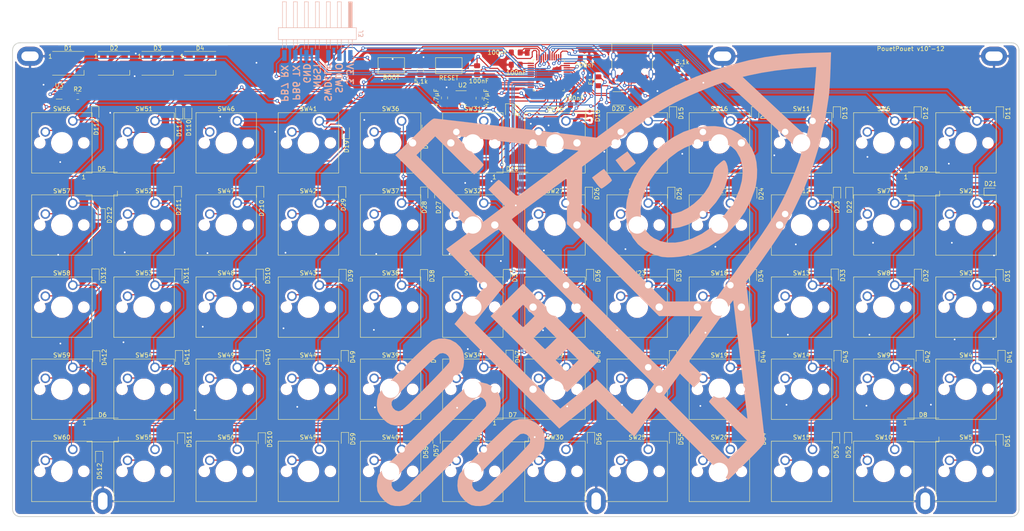
<source format=kicad_pcb>
(kicad_pcb (version 20171130) (host pcbnew 5.1.7+dfsg1-1)
  (layers (0 F.Cu signal) (31 B.Cu signal) (34 B.Paste user) (35 F.Paste user) (36 B.SilkS user) (37 F.SilkS user) (38 B.Mask user) (39 F.Mask user) (44 Edge.Cuts user))
  (net 0 "")
  (net 1 GND)
  (net 2 D+)
  (net 3 "Net-(J1-PadB5)")
  (net 4 D-)
  (net 5 "Net-(J1-PadA5)")
  (net 6 SWDIO)
  (net 7 SWDCLK)
  (net 8 COL4)
  (net 9 COL5)
  (net 10 COL2)
  (net 11 COL6)
  (net 12 COL3)
  (net 13 COL1)
  (net 14 "Net-(R1-Pad1)")
  (net 15 ROW1)
  (net 16 ROW2)
  (net 17 ROW3)
  (net 18 ROW4)
  (net 19 "Net-(D26-Pad2)")
  (net 20 "Net-(D36-Pad2)")
  (net 21 "Net-(D35-Pad2)")
  (net 22 "Net-(D34-Pad2)")
  (net 23 "Net-(D33-Pad2)")
  (net 24 "Net-(D25-Pad2)")
  (net 25 "Net-(D24-Pad2)")
  (net 26 "Net-(D23-Pad2)")
  (net 27 "Net-(D21-Pad2)")
  (net 28 "Net-(D19-Pad2)")
  (net 29 "Net-(D16-Pad2)")
  (net 30 "Net-(D14-Pad2)")
  (net 31 "Net-(D12-Pad2)")
  (net 32 "Net-(D11-Pad2)")
  (net 33 "Net-(D15-Pad2)")
  (net 34 "Net-(D17-Pad2)")
  (net 35 "Net-(D13-Pad2)")
  (net 36 "Net-(D18-Pad2)")
  (net 37 "Net-(D22-Pad2)")
  (net 38 "Net-(D27-Pad2)")
  (net 39 "Net-(D28-Pad2)")
  (net 40 "Net-(D29-Pad2)")
  (net 41 "Net-(D31-Pad2)")
  (net 42 "Net-(D32-Pad2)")
  (net 43 "Net-(D37-Pad2)")
  (net 44 "Net-(D38-Pad2)")
  (net 45 "Net-(D39-Pad2)")
  (net 46 "Net-(D41-Pad2)")
  (net 47 "Net-(D42-Pad2)")
  (net 48 "Net-(D43-Pad2)")
  (net 49 "Net-(D44-Pad2)")
  (net 50 "Net-(D45-Pad2)")
  (net 51 "Net-(D46-Pad2)")
  (net 52 "Net-(D47-Pad2)")
  (net 53 "Net-(D48-Pad2)")
  (net 54 "Net-(D49-Pad2)")
  (net 55 "Net-(D51-Pad2)")
  (net 56 ROW5)
  (net 57 "Net-(D52-Pad2)")
  (net 58 "Net-(D53-Pad2)")
  (net 59 "Net-(D54-Pad2)")
  (net 60 "Net-(D55-Pad2)")
  (net 61 "Net-(D56-Pad2)")
  (net 62 "Net-(D57-Pad2)")
  (net 63 "Net-(D58-Pad2)")
  (net 64 "Net-(D59-Pad2)")
  (net 65 "Net-(D110-Pad2)")
  (net 66 "Net-(D111-Pad2)")
  (net 67 "Net-(D112-Pad2)")
  (net 68 "Net-(D210-Pad2)")
  (net 69 "Net-(D211-Pad2)")
  (net 70 "Net-(D212-Pad2)")
  (net 71 "Net-(D310-Pad2)")
  (net 72 "Net-(D311-Pad2)")
  (net 73 "Net-(D312-Pad2)")
  (net 74 "Net-(D410-Pad2)")
  (net 75 "Net-(D411-Pad2)")
  (net 76 "Net-(D412-Pad2)")
  (net 77 "Net-(D510-Pad2)")
  (net 78 "Net-(D511-Pad2)")
  (net 79 "Net-(D512-Pad2)")
  (net 80 COL7)
  (net 81 COL8)
  (net 82 COL9)
  (net 83 COL10)
  (net 84 COL11)
  (net 85 COL12)
  (net 86 "Net-(D1-Pad2)")
  (net 87 "Net-(D2-Pad2)")
  (net 88 "Net-(D3-Pad2)")
  (net 89 "Net-(D4-Pad2)")
  (net 90 "Net-(D5-Pad2)")
  (net 91 "Net-(D6-Pad2)")
  (net 92 "Net-(D7-Pad2)")
  (net 93 "Net-(D8-Pad2)")
  (net 94 "Net-(D10-Pad4)")
  (net 95 SPI1_MOSI_PA7)
  (net 96 U1_TX_PB6)
  (net 97 U1_RX_PB7)
  (net 98 NRST)
  (net 99 +3V3)
  (net 100 +5V)
  (net 101 "Net-(D1-Pad4)")
  (net 102 "Net-(R2-Pad1)")
  (net 103 VCC)
  (module images:pouetpouet-images (layer F.Cu) (at 247.9821 131.281)
    (fp_text reference G*** hide)
    (fp_text value LOGO hide)
  )
  (module Diode_SMD:D_SOD-323 (layer F.Cu) (at 131.3721 172.531 270)
    (fp_text reference D512 (at 3.11 -0.0765 90) (layer F.SilkS))
    (fp_text value D5.12)
    (pad 2 smd rect (at 1.05 0 270) (size 0.6 0.45) (layers F.Cu F.Paste F.Mask) (net 79 "Net-(D512-Pad2)"))
    (pad 1 smd rect (at -1.05 0 270) (size 0.6 0.45) (layers F.Cu F.Paste F.Mask) (net 56 ROW5))
  )
  (module kicad-harwin:Harwin_M20-89007xx_1x07_P2.54mm_Horizontal (layer B.Cu) (at 181.8021 73.911 90)
    (fp_text reference J3 (at -0.48 10.09 90) (layer B.SilkS) (effects (justify mirror)))
    (fp_text value Conn_01x07_Male)
    (pad "" smd rect (at 3.895 7.62 90) (size 6 0.76) (layers B.SilkS))
    (pad 7 smd rect (at -5.525 -7.62 90) (size 2.5 1) (layers B.Cu B.Paste B.Mask) (net 97 U1_RX_PB7))
    (pad 6 smd rect (at -5.525 -5.08 90) (size 2.5 1) (layers B.Cu B.Paste B.Mask) (net 96 U1_TX_PB6))
    (pad 5 smd rect (at -5.525 -2.54 90) (size 2.5 1) (layers B.Cu B.Paste B.Mask) (net 1 GND))
    (pad 4 smd rect (at -5.525 0 90) (size 2.5 1) (layers B.Cu B.Paste B.Mask) (net 98 NRST))
    (pad 3 smd rect (at -5.525 2.54 90) (size 2.5 1) (layers B.Cu B.Paste B.Mask) (net 7 SWDCLK))
    (pad 2 smd rect (at -5.525 5.08 90) (size 2.5 1) (layers B.Cu B.Paste B.Mask) (net 6 SWDIO))
    (pad 1 smd rect (at -5.525 7.62 90) (size 2.5 1) (layers B.Cu B.Paste B.Mask) (net 99 +3V3))
  )
  (module MountingHole:MountingHole_2.2mm_M2_Pad (layer F.Cu) (at 275.4621 79.611)
    (fp_text reference H2 hide)
    (fp_text value MountingHole_Pad)
    (pad 1 thru_hole oval (at 0 0) (size 6 4.4) (drill oval 4 2.2) (layers *.Cu *.Mask) (net 1 GND))
  )
  (module MountingHole:MountingHole_2.2mm_M2_Pad (layer F.Cu) (at 322.3221 182.551 90)
    (fp_text reference H6 hide)
    (fp_text value MountingHole_Pad)
    (pad 1 thru_hole oval (at 0 0 90) (size 6 4.4) (drill oval 4 2.2) (layers *.Cu *.Mask) (net 1 GND))
  )
  (module MountingHole:MountingHole_2.2mm_M2_Pad (layer F.Cu) (at 132.1921 182.551 90)
    (fp_text reference H5 hide)
    (fp_text value MountingHole_Pad)
    (pad 1 thru_hole oval (at 0 0 90) (size 6 4.4) (drill oval 4 2.2) (layers *.Cu *.Mask) (net 1 GND))
  )
  (module MountingHole:MountingHole_2.2mm_M2_Pad (layer F.Cu) (at 338.2121 79.611)
    (fp_text reference H4 hide)
    (fp_text value MountingHole_Pad)
    (pad 1 thru_hole oval (at 0 0) (size 6 4.4) (drill oval 4 2.2) (layers *.Cu *.Mask) (net 1 GND))
  )
  (module MountingHole:MountingHole_2.2mm_M2_Pad (layer F.Cu) (at 246.2521 182.551 90)
    (fp_text reference H3 hide)
    (fp_text value MountingHole_Pad)
    (pad 1 thru_hole oval (at 0 0 90) (size 6 4.4) (drill oval 4 2.2) (layers *.Cu *.Mask) (net 1 GND))
  )
  (module MountingHole:MountingHole_2.2mm_M2_Pad (layer F.Cu) (at 115.3721 79.611)
    (fp_text reference H1 hide)
    (fp_text value MountingHole_Pad)
    (pad 1 thru_hole oval (at 0 0) (size 6 4.4) (drill oval 4 2.2) (layers *.Cu *.Mask) (net 1 GND))
  )
  (module Package_TO_SOT_SMD:SOT-143 (layer F.Cu) (at 251.3021 89.371 180)
    (fp_text reference D20 (at 0.02 -2.38) (layer F.SilkS))
    (fp_text value PRTR5V0U2X)
    (pad 4 smd rect (at 1.1 -0.95 90) (size 1 1.4) (layers F.Cu F.Paste F.Mask) (net 103 VCC))
    (pad 3 smd rect (at 1.1 0.95 90) (size 1 1.4) (layers F.Cu F.Paste F.Mask) (net 2 D+))
    (pad 2 smd rect (at -1.1 0.95 90) (size 1 1.4) (layers F.Cu F.Paste F.Mask) (net 4 D-))
    (pad 1 smd rect (at -1.1 -0.77 90) (size 1.2 1.4) (layers F.Cu F.Paste F.Mask) (net 1 GND))
  )
  (module Package_TO_SOT_SMD:SOT-353_SC-70-5 (layer F.Cu) (at 122.1121 88.371)
    (fp_text reference U3 (at 0 -2) (layer F.SilkS))
    (fp_text value 74LVC1G34)
    (pad 5 smd rect (at 0.95 -0.65) (size 0.65 0.4) (layers F.Cu F.Paste F.Mask) (net 100 +5V))
    (pad 4 smd rect (at 0.95 0.65) (size 0.65 0.4) (layers F.Cu F.Paste F.Mask) (net 102 "Net-(R2-Pad1)"))
    (pad 2 smd rect (at -0.95 0) (size 0.65 0.4) (layers F.Cu F.Paste F.Mask) (net 95 SPI1_MOSI_PA7))
    (pad 3 smd rect (at -0.95 0.65) (size 0.65 0.4) (layers F.Cu F.Paste F.Mask) (net 1 GND))
    (pad 1 smd rect (at -0.95 -0.65) (size 0.65 0.4) (layers F.Cu F.Paste F.Mask))
  )
  (module Package_TO_SOT_SMD:SOT-23-5 (layer F.Cu) (at 215.3421 89.211)
    (fp_text reference U2 (at 0 -2.9) (layer F.SilkS))
    (fp_text value TLV70233_SOT23-5)
    (pad 5 smd rect (at 1.1 -0.95) (size 1.06 0.65) (layers F.Cu F.Paste F.Mask) (net 99 +3V3))
    (pad 4 smd rect (at 1.1 0.95) (size 1.06 0.65) (layers F.Cu F.Paste F.Mask))
    (pad 3 smd rect (at -1.1 0.95) (size 1.06 0.65) (layers F.Cu F.Paste F.Mask) (net 100 +5V))
    (pad 2 smd rect (at -1.1 0) (size 1.06 0.65) (layers F.Cu F.Paste F.Mask) (net 1 GND))
    (pad 1 smd rect (at -1.1 -0.95) (size 1.06 0.65) (layers F.Cu F.Paste F.Mask) (net 100 +5V))
  )
  (module Resistor_SMD:R_0805_2012Metric_Pad1.15x1.40mm_HandSolder (layer F.Cu) (at 126.4121 88.911)
    (fp_text reference R2 (at 0 -1.65) (layer F.SilkS))
    (fp_text value 470)
    (pad 2 smd roundrect (at 1.025 0) (size 1.15 1.4) (layers F.Cu F.Paste F.Mask) (roundrect_rratio 0.2173904347826087) (net 101 "Net-(D1-Pad4)"))
    (pad 1 smd roundrect (at -1.025 0) (size 1.15 1.4) (layers F.Cu F.Paste F.Mask) (roundrect_rratio 0.2173904347826087) (net 102 "Net-(R2-Pad1)"))
  )
  (module Resistor_SMD:R_0805_2012Metric_Pad1.15x1.40mm_HandSolder (layer F.Cu) (at 246.7321 85.411 90)
    (fp_text reference F1 (at 0 -1.65 90) (layer F.SilkS))
    (fp_text value 500mA)
    (pad 2 smd roundrect (at 1.025 0 90) (size 1.15 1.4) (layers F.Cu F.Paste F.Mask) (roundrect_rratio 0.2173904347826087) (net 100 +5V))
    (pad 1 smd roundrect (at -1.025 0 90) (size 1.15 1.4) (layers F.Cu F.Paste F.Mask) (roundrect_rratio 0.2173904347826087) (net 103 VCC))
  )
  (module LED_SMD:LED_WS2812B_PLCC4_5.0x5.0mm_P3.2mm (layer F.Cu) (at 226.8521 109.181)
    (fp_text reference D10 (at 0 -3.5) (layer F.SilkS))
    (fp_text value WS2812B)
    (fp_text user 1 (at -4.15 -1.6) (layer F.SilkS))
    (pad 1 smd rect (at -2.45 -1.6) (size 1.5 1) (layers F.Cu F.Paste F.Mask) (net 100 +5V))
    (pad 2 smd rect (at -2.45 1.6) (size 1.5 1) (layers F.Cu F.Paste F.Mask))
    (pad 4 smd rect (at 2.45 -1.6) (size 1.5 1) (layers F.Cu F.Paste F.Mask) (net 94 "Net-(D10-Pad4)"))
    (pad 3 smd rect (at 2.45 1.6) (size 1.5 1) (layers F.Cu F.Paste F.Mask) (net 1 GND))
  )
  (module LED_SMD:LED_WS2812B_PLCC4_5.0x5.0mm_P3.2mm (layer F.Cu) (at 321.9921 109.181)
    (fp_text reference D9 (at 0 -3.5) (layer F.SilkS))
    (fp_text value WS2812B)
    (fp_text user 1 (at -4.15 -1.6) (layer F.SilkS))
    (pad 1 smd rect (at -2.45 -1.6) (size 1.5 1) (layers F.Cu F.Paste F.Mask) (net 100 +5V))
    (pad 2 smd rect (at -2.45 1.6) (size 1.5 1) (layers F.Cu F.Paste F.Mask) (net 94 "Net-(D10-Pad4)"))
    (pad 4 smd rect (at 2.45 -1.6) (size 1.5 1) (layers F.Cu F.Paste F.Mask) (net 93 "Net-(D8-Pad2)"))
    (pad 3 smd rect (at 2.45 1.6) (size 1.5 1) (layers F.Cu F.Paste F.Mask) (net 1 GND))
  )
  (module LED_SMD:LED_WS2812B_PLCC4_5.0x5.0mm_P3.2mm (layer F.Cu) (at 321.8221 166.091)
    (fp_text reference D8 (at 0 -3.5) (layer F.SilkS))
    (fp_text value WS2812B)
    (fp_text user 1 (at -4.15 -1.6) (layer F.SilkS))
    (pad 1 smd rect (at -2.45 -1.6) (size 1.5 1) (layers F.Cu F.Paste F.Mask) (net 100 +5V))
    (pad 2 smd rect (at -2.45 1.6) (size 1.5 1) (layers F.Cu F.Paste F.Mask) (net 93 "Net-(D8-Pad2)"))
    (pad 4 smd rect (at 2.45 -1.6) (size 1.5 1) (layers F.Cu F.Paste F.Mask) (net 92 "Net-(D7-Pad2)"))
    (pad 3 smd rect (at 2.45 1.6) (size 1.5 1) (layers F.Cu F.Paste F.Mask) (net 1 GND))
  )
  (module LED_SMD:LED_WS2812B_PLCC4_5.0x5.0mm_P3.2mm (layer F.Cu) (at 226.9321 166.091)
    (fp_text reference D7 (at 0 -3.5) (layer F.SilkS))
    (fp_text value WS2812B)
    (fp_text user 1 (at -4.15 -1.6) (layer F.SilkS))
    (pad 1 smd rect (at -2.45 -1.6) (size 1.5 1) (layers F.Cu F.Paste F.Mask) (net 100 +5V))
    (pad 2 smd rect (at -2.45 1.6) (size 1.5 1) (layers F.Cu F.Paste F.Mask) (net 92 "Net-(D7-Pad2)"))
    (pad 4 smd rect (at 2.45 -1.6) (size 1.5 1) (layers F.Cu F.Paste F.Mask) (net 91 "Net-(D6-Pad2)"))
    (pad 3 smd rect (at 2.45 1.6) (size 1.5 1) (layers F.Cu F.Paste F.Mask) (net 1 GND))
  )
  (module LED_SMD:LED_WS2812B_PLCC4_5.0x5.0mm_P3.2mm (layer F.Cu) (at 132.1421 166.091)
    (fp_text reference D6 (at 0 -3.5) (layer F.SilkS))
    (fp_text value WS2812B)
    (fp_text user 1 (at -4.15 -1.6) (layer F.SilkS))
    (pad 1 smd rect (at -2.45 -1.6) (size 1.5 1) (layers F.Cu F.Paste F.Mask) (net 100 +5V))
    (pad 2 smd rect (at -2.45 1.6) (size 1.5 1) (layers F.Cu F.Paste F.Mask) (net 91 "Net-(D6-Pad2)"))
    (pad 4 smd rect (at 2.45 -1.6) (size 1.5 1) (layers F.Cu F.Paste F.Mask) (net 90 "Net-(D5-Pad2)"))
    (pad 3 smd rect (at 2.45 1.6) (size 1.5 1) (layers F.Cu F.Paste F.Mask) (net 1 GND))
  )
  (module LED_SMD:LED_WS2812B_PLCC4_5.0x5.0mm_P3.2mm (layer F.Cu) (at 131.9321 109.181)
    (fp_text reference D5 (at 0 -3.5) (layer F.SilkS))
    (fp_text value WS2812B)
    (fp_text user 1 (at -4.15 -1.6) (layer F.SilkS))
    (pad 1 smd rect (at -2.45 -1.6) (size 1.5 1) (layers F.Cu F.Paste F.Mask) (net 100 +5V))
    (pad 2 smd rect (at -2.45 1.6) (size 1.5 1) (layers F.Cu F.Paste F.Mask) (net 90 "Net-(D5-Pad2)"))
    (pad 4 smd rect (at 2.45 -1.6) (size 1.5 1) (layers F.Cu F.Paste F.Mask) (net 89 "Net-(D4-Pad2)"))
    (pad 3 smd rect (at 2.45 1.6) (size 1.5 1) (layers F.Cu F.Paste F.Mask) (net 1 GND))
  )
  (module LED_SMD:LED_WS2812B_PLCC4_5.0x5.0mm_P3.2mm (layer F.Cu) (at 154.6921 81.251)
    (fp_text reference D4 (at 0 -3.5) (layer F.SilkS))
    (fp_text value WS2812B)
    (fp_text user 1 (at -4.15 -1.6) (layer F.SilkS))
    (pad 1 smd rect (at -2.45 -1.6) (size 1.5 1) (layers F.Cu F.Paste F.Mask) (net 100 +5V))
    (pad 2 smd rect (at -2.45 1.6) (size 1.5 1) (layers F.Cu F.Paste F.Mask) (net 89 "Net-(D4-Pad2)"))
    (pad 4 smd rect (at 2.45 -1.6) (size 1.5 1) (layers F.Cu F.Paste F.Mask) (net 88 "Net-(D3-Pad2)"))
    (pad 3 smd rect (at 2.45 1.6) (size 1.5 1) (layers F.Cu F.Paste F.Mask) (net 1 GND))
  )
  (module LED_SMD:LED_WS2812B_PLCC4_5.0x5.0mm_P3.2mm (layer F.Cu) (at 144.8521 81.251)
    (fp_text reference D3 (at 0 -3.5) (layer F.SilkS))
    (fp_text value WS2812B)
    (fp_text user 1 (at -4.15 -1.6) (layer F.SilkS))
    (pad 1 smd rect (at -2.45 -1.6) (size 1.5 1) (layers F.Cu F.Paste F.Mask) (net 100 +5V))
    (pad 2 smd rect (at -2.45 1.6) (size 1.5 1) (layers F.Cu F.Paste F.Mask) (net 88 "Net-(D3-Pad2)"))
    (pad 4 smd rect (at 2.45 -1.6) (size 1.5 1) (layers F.Cu F.Paste F.Mask) (net 87 "Net-(D2-Pad2)"))
    (pad 3 smd rect (at 2.45 1.6) (size 1.5 1) (layers F.Cu F.Paste F.Mask) (net 1 GND))
  )
  (module LED_SMD:LED_WS2812B_PLCC4_5.0x5.0mm_P3.2mm (layer F.Cu) (at 134.7821 81.251)
    (fp_text reference D2 (at 0 -3.5) (layer F.SilkS))
    (fp_text value WS2812B)
    (fp_text user 1 (at -4.15 -1.6) (layer F.SilkS))
    (pad 1 smd rect (at -2.45 -1.6) (size 1.5 1) (layers F.Cu F.Paste F.Mask) (net 100 +5V))
    (pad 2 smd rect (at -2.45 1.6) (size 1.5 1) (layers F.Cu F.Paste F.Mask) (net 87 "Net-(D2-Pad2)"))
    (pad 4 smd rect (at 2.45 -1.6) (size 1.5 1) (layers F.Cu F.Paste F.Mask) (net 86 "Net-(D1-Pad2)"))
    (pad 3 smd rect (at 2.45 1.6) (size 1.5 1) (layers F.Cu F.Paste F.Mask) (net 1 GND))
  )
  (module LED_SMD:LED_WS2812B_PLCC4_5.0x5.0mm_P3.2mm (layer F.Cu) (at 124.2121 81.251)
    (fp_text reference D1 (at 0 -3.5) (layer F.SilkS))
    (fp_text value WS2812B)
    (fp_text user 1 (at -4.15 -1.6) (layer F.SilkS))
    (pad 1 smd rect (at -2.45 -1.6) (size 1.5 1) (layers F.Cu F.Paste F.Mask) (net 100 +5V))
    (pad 2 smd rect (at -2.45 1.6) (size 1.5 1) (layers F.Cu F.Paste F.Mask) (net 86 "Net-(D1-Pad2)"))
    (pad 4 smd rect (at 2.45 -1.6) (size 1.5 1) (layers F.Cu F.Paste F.Mask) (net 101 "Net-(D1-Pad4)"))
    (pad 3 smd rect (at 2.45 1.6) (size 1.5 1) (layers F.Cu F.Paste F.Mask) (net 1 GND))
  )
  (module Button_Switch_Keyboard:SW_Cherry_MX_1.00u_PCB (layer F.Cu) (at 125.2716 170.5885)
    (fp_text reference SW60 (at -2.54 -2.794) (layer F.SilkS))
    (fp_text value SW_Push)
    (pad "" np_thru_hole circle (at 2.54 5.08) (size 1.7 1.7) (drill 1.7) (layers *.Cu *.Mask))
    (pad "" np_thru_hole circle (at -7.62 5.08) (size 1.7 1.7) (drill 1.7) (layers *.Cu *.Mask))
    (pad "" np_thru_hole circle (at -2.54 5.08) (size 4 4) (drill 4) (layers *.Cu *.Mask))
    (pad 2 thru_hole circle (at -6.35 2.54) (size 2.2 2.2) (drill 1.5) (layers *.Cu *.Mask) (net 79 "Net-(D512-Pad2)"))
    (pad 1 thru_hole circle (at 0 0) (size 2.2 2.2) (drill 1.5) (layers *.Cu *.Mask) (net 85 COL12))
  )
  (module Button_Switch_Keyboard:SW_Cherry_MX_1.00u_PCB (layer F.Cu) (at 125.2716 151.5885)
    (fp_text reference SW59 (at -2.54 -2.794) (layer F.SilkS))
    (fp_text value SW_Push)
    (pad "" np_thru_hole circle (at 2.54 5.08) (size 1.7 1.7) (drill 1.7) (layers *.Cu *.Mask))
    (pad "" np_thru_hole circle (at -7.62 5.08) (size 1.7 1.7) (drill 1.7) (layers *.Cu *.Mask))
    (pad "" np_thru_hole circle (at -2.54 5.08) (size 4 4) (drill 4) (layers *.Cu *.Mask))
    (pad 2 thru_hole circle (at -6.35 2.54) (size 2.2 2.2) (drill 1.5) (layers *.Cu *.Mask) (net 76 "Net-(D412-Pad2)"))
    (pad 1 thru_hole circle (at 0 0) (size 2.2 2.2) (drill 1.5) (layers *.Cu *.Mask) (net 85 COL12))
  )
  (module Button_Switch_Keyboard:SW_Cherry_MX_1.00u_PCB (layer F.Cu) (at 125.2716 132.5885)
    (fp_text reference SW58 (at -2.54 -2.794) (layer F.SilkS))
    (fp_text value SW_Push)
    (pad "" np_thru_hole circle (at 2.54 5.08) (size 1.7 1.7) (drill 1.7) (layers *.Cu *.Mask))
    (pad "" np_thru_hole circle (at -7.62 5.08) (size 1.7 1.7) (drill 1.7) (layers *.Cu *.Mask))
    (pad "" np_thru_hole circle (at -2.54 5.08) (size 4 4) (drill 4) (layers *.Cu *.Mask))
    (pad 2 thru_hole circle (at -6.35 2.54) (size 2.2 2.2) (drill 1.5) (layers *.Cu *.Mask) (net 73 "Net-(D312-Pad2)"))
    (pad 1 thru_hole circle (at 0 0) (size 2.2 2.2) (drill 1.5) (layers *.Cu *.Mask) (net 85 COL12))
  )
  (module Button_Switch_Keyboard:SW_Cherry_MX_1.00u_PCB (layer F.Cu) (at 125.2716 113.5885)
    (fp_text reference SW57 (at -2.54 -2.794) (layer F.SilkS))
    (fp_text value SW_Push)
    (pad "" np_thru_hole circle (at 2.54 5.08) (size 1.7 1.7) (drill 1.7) (layers *.Cu *.Mask))
    (pad "" np_thru_hole circle (at -7.62 5.08) (size 1.7 1.7) (drill 1.7) (layers *.Cu *.Mask))
    (pad "" np_thru_hole circle (at -2.54 5.08) (size 4 4) (drill 4) (layers *.Cu *.Mask))
    (pad 2 thru_hole circle (at -6.35 2.54) (size 2.2 2.2) (drill 1.5) (layers *.Cu *.Mask) (net 70 "Net-(D212-Pad2)"))
    (pad 1 thru_hole circle (at 0 0) (size 2.2 2.2) (drill 1.5) (layers *.Cu *.Mask) (net 85 COL12))
  )
  (module Button_Switch_Keyboard:SW_Cherry_MX_1.00u_PCB (layer F.Cu) (at 125.2716 94.5885)
    (fp_text reference SW56 (at -2.54 -2.794) (layer F.SilkS))
    (fp_text value SW_Push)
    (pad "" np_thru_hole circle (at 2.54 5.08) (size 1.7 1.7) (drill 1.7) (layers *.Cu *.Mask))
    (pad "" np_thru_hole circle (at -7.62 5.08) (size 1.7 1.7) (drill 1.7) (layers *.Cu *.Mask))
    (pad "" np_thru_hole circle (at -2.54 5.08) (size 4 4) (drill 4) (layers *.Cu *.Mask))
    (pad 2 thru_hole circle (at -6.35 2.54) (size 2.2 2.2) (drill 1.5) (layers *.Cu *.Mask) (net 67 "Net-(D112-Pad2)"))
    (pad 1 thru_hole circle (at 0 0) (size 2.2 2.2) (drill 1.5) (layers *.Cu *.Mask) (net 85 COL12))
  )
  (module Button_Switch_Keyboard:SW_Cherry_MX_1.00u_PCB (layer F.Cu) (at 144.2716 170.5885)
    (fp_text reference SW55 (at -2.54 -2.794) (layer F.SilkS))
    (fp_text value SW_Push)
    (pad "" np_thru_hole circle (at 2.54 5.08) (size 1.7 1.7) (drill 1.7) (layers *.Cu *.Mask))
    (pad "" np_thru_hole circle (at -7.62 5.08) (size 1.7 1.7) (drill 1.7) (layers *.Cu *.Mask))
    (pad "" np_thru_hole circle (at -2.54 5.08) (size 4 4) (drill 4) (layers *.Cu *.Mask))
    (pad 2 thru_hole circle (at -6.35 2.54) (size 2.2 2.2) (drill 1.5) (layers *.Cu *.Mask) (net 78 "Net-(D511-Pad2)"))
    (pad 1 thru_hole circle (at 0 0) (size 2.2 2.2) (drill 1.5) (layers *.Cu *.Mask) (net 84 COL11))
  )
  (module Button_Switch_Keyboard:SW_Cherry_MX_1.00u_PCB (layer F.Cu) (at 144.2716 151.5885)
    (fp_text reference SW54 (at -2.54 -2.794) (layer F.SilkS))
    (fp_text value SW_Push)
    (pad "" np_thru_hole circle (at 2.54 5.08) (size 1.7 1.7) (drill 1.7) (layers *.Cu *.Mask))
    (pad "" np_thru_hole circle (at -7.62 5.08) (size 1.7 1.7) (drill 1.7) (layers *.Cu *.Mask))
    (pad "" np_thru_hole circle (at -2.54 5.08) (size 4 4) (drill 4) (layers *.Cu *.Mask))
    (pad 2 thru_hole circle (at -6.35 2.54) (size 2.2 2.2) (drill 1.5) (layers *.Cu *.Mask) (net 75 "Net-(D411-Pad2)"))
    (pad 1 thru_hole circle (at 0 0) (size 2.2 2.2) (drill 1.5) (layers *.Cu *.Mask) (net 84 COL11))
  )
  (module Button_Switch_Keyboard:SW_Cherry_MX_1.00u_PCB (layer F.Cu) (at 144.2716 132.5885)
    (fp_text reference SW53 (at -2.54 -2.794) (layer F.SilkS))
    (fp_text value SW_Push)
    (pad "" np_thru_hole circle (at 2.54 5.08) (size 1.7 1.7) (drill 1.7) (layers *.Cu *.Mask))
    (pad "" np_thru_hole circle (at -7.62 5.08) (size 1.7 1.7) (drill 1.7) (layers *.Cu *.Mask))
    (pad "" np_thru_hole circle (at -2.54 5.08) (size 4 4) (drill 4) (layers *.Cu *.Mask))
    (pad 2 thru_hole circle (at -6.35 2.54) (size 2.2 2.2) (drill 1.5) (layers *.Cu *.Mask) (net 72 "Net-(D311-Pad2)"))
    (pad 1 thru_hole circle (at 0 0) (size 2.2 2.2) (drill 1.5) (layers *.Cu *.Mask) (net 84 COL11))
  )
  (module Button_Switch_Keyboard:SW_Cherry_MX_1.00u_PCB (layer F.Cu) (at 144.2716 113.5885)
    (fp_text reference SW52 (at -2.54 -2.794) (layer F.SilkS))
    (fp_text value SW_Push)
    (pad "" np_thru_hole circle (at 2.54 5.08) (size 1.7 1.7) (drill 1.7) (layers *.Cu *.Mask))
    (pad "" np_thru_hole circle (at -7.62 5.08) (size 1.7 1.7) (drill 1.7) (layers *.Cu *.Mask))
    (pad "" np_thru_hole circle (at -2.54 5.08) (size 4 4) (drill 4) (layers *.Cu *.Mask))
    (pad 2 thru_hole circle (at -6.35 2.54) (size 2.2 2.2) (drill 1.5) (layers *.Cu *.Mask) (net 69 "Net-(D211-Pad2)"))
    (pad 1 thru_hole circle (at 0 0) (size 2.2 2.2) (drill 1.5) (layers *.Cu *.Mask) (net 84 COL11))
  )
  (module Button_Switch_Keyboard:SW_Cherry_MX_1.00u_PCB (layer F.Cu) (at 144.2716 94.5885)
    (fp_text reference SW51 (at -2.54 -2.794) (layer F.SilkS))
    (fp_text value SW_Push)
    (pad "" np_thru_hole circle (at 2.54 5.08) (size 1.7 1.7) (drill 1.7) (layers *.Cu *.Mask))
    (pad "" np_thru_hole circle (at -7.62 5.08) (size 1.7 1.7) (drill 1.7) (layers *.Cu *.Mask))
    (pad "" np_thru_hole circle (at -2.54 5.08) (size 4 4) (drill 4) (layers *.Cu *.Mask))
    (pad 2 thru_hole circle (at -6.35 2.54) (size 2.2 2.2) (drill 1.5) (layers *.Cu *.Mask) (net 66 "Net-(D111-Pad2)"))
    (pad 1 thru_hole circle (at 0 0) (size 2.2 2.2) (drill 1.5) (layers *.Cu *.Mask) (net 84 COL11))
  )
  (module Button_Switch_Keyboard:SW_Cherry_MX_1.00u_PCB (layer F.Cu) (at 163.2716 170.5885)
    (fp_text reference SW50 (at -2.54 -2.794) (layer F.SilkS))
    (fp_text value SW_Push)
    (pad "" np_thru_hole circle (at 2.54 5.08) (size 1.7 1.7) (drill 1.7) (layers *.Cu *.Mask))
    (pad "" np_thru_hole circle (at -7.62 5.08) (size 1.7 1.7) (drill 1.7) (layers *.Cu *.Mask))
    (pad "" np_thru_hole circle (at -2.54 5.08) (size 4 4) (drill 4) (layers *.Cu *.Mask))
    (pad 2 thru_hole circle (at -6.35 2.54) (size 2.2 2.2) (drill 1.5) (layers *.Cu *.Mask) (net 77 "Net-(D510-Pad2)"))
    (pad 1 thru_hole circle (at 0 0) (size 2.2 2.2) (drill 1.5) (layers *.Cu *.Mask) (net 83 COL10))
  )
  (module Button_Switch_Keyboard:SW_Cherry_MX_1.00u_PCB (layer F.Cu) (at 163.2716 151.5885)
    (fp_text reference SW49 (at -2.54 -2.794) (layer F.SilkS))
    (fp_text value SW_Push)
    (pad "" np_thru_hole circle (at 2.54 5.08) (size 1.7 1.7) (drill 1.7) (layers *.Cu *.Mask))
    (pad "" np_thru_hole circle (at -7.62 5.08) (size 1.7 1.7) (drill 1.7) (layers *.Cu *.Mask))
    (pad "" np_thru_hole circle (at -2.54 5.08) (size 4 4) (drill 4) (layers *.Cu *.Mask))
    (pad 2 thru_hole circle (at -6.35 2.54) (size 2.2 2.2) (drill 1.5) (layers *.Cu *.Mask) (net 74 "Net-(D410-Pad2)"))
    (pad 1 thru_hole circle (at 0 0) (size 2.2 2.2) (drill 1.5) (layers *.Cu *.Mask) (net 83 COL10))
  )
  (module Button_Switch_Keyboard:SW_Cherry_MX_1.00u_PCB (layer F.Cu) (at 163.2716 132.5885)
    (fp_text reference SW48 (at -2.54 -2.794) (layer F.SilkS))
    (fp_text value SW_Push)
    (pad "" np_thru_hole circle (at 2.54 5.08) (size 1.7 1.7) (drill 1.7) (layers *.Cu *.Mask))
    (pad "" np_thru_hole circle (at -7.62 5.08) (size 1.7 1.7) (drill 1.7) (layers *.Cu *.Mask))
    (pad "" np_thru_hole circle (at -2.54 5.08) (size 4 4) (drill 4) (layers *.Cu *.Mask))
    (pad 2 thru_hole circle (at -6.35 2.54) (size 2.2 2.2) (drill 1.5) (layers *.Cu *.Mask) (net 71 "Net-(D310-Pad2)"))
    (pad 1 thru_hole circle (at 0 0) (size 2.2 2.2) (drill 1.5) (layers *.Cu *.Mask) (net 83 COL10))
  )
  (module Button_Switch_Keyboard:SW_Cherry_MX_1.00u_PCB (layer F.Cu) (at 163.2716 113.5885)
    (fp_text reference SW47 (at -2.54 -2.794) (layer F.SilkS))
    (fp_text value SW_Push)
    (pad "" np_thru_hole circle (at 2.54 5.08) (size 1.7 1.7) (drill 1.7) (layers *.Cu *.Mask))
    (pad "" np_thru_hole circle (at -7.62 5.08) (size 1.7 1.7) (drill 1.7) (layers *.Cu *.Mask))
    (pad "" np_thru_hole circle (at -2.54 5.08) (size 4 4) (drill 4) (layers *.Cu *.Mask))
    (pad 2 thru_hole circle (at -6.35 2.54) (size 2.2 2.2) (drill 1.5) (layers *.Cu *.Mask) (net 68 "Net-(D210-Pad2)"))
    (pad 1 thru_hole circle (at 0 0) (size 2.2 2.2) (drill 1.5) (layers *.Cu *.Mask) (net 83 COL10))
  )
  (module Button_Switch_Keyboard:SW_Cherry_MX_1.00u_PCB (layer F.Cu) (at 163.2716 94.5885)
    (fp_text reference SW46 (at -2.54 -2.794) (layer F.SilkS))
    (fp_text value SW_Push)
    (pad "" np_thru_hole circle (at 2.54 5.08) (size 1.7 1.7) (drill 1.7) (layers *.Cu *.Mask))
    (pad "" np_thru_hole circle (at -7.62 5.08) (size 1.7 1.7) (drill 1.7) (layers *.Cu *.Mask))
    (pad "" np_thru_hole circle (at -2.54 5.08) (size 4 4) (drill 4) (layers *.Cu *.Mask))
    (pad 2 thru_hole circle (at -6.35 2.54) (size 2.2 2.2) (drill 1.5) (layers *.Cu *.Mask) (net 65 "Net-(D110-Pad2)"))
    (pad 1 thru_hole circle (at 0 0) (size 2.2 2.2) (drill 1.5) (layers *.Cu *.Mask) (net 83 COL10))
  )
  (module Button_Switch_Keyboard:SW_Cherry_MX_1.00u_PCB (layer F.Cu) (at 182.2716 170.5885)
    (fp_text reference SW45 (at -2.54 -2.794) (layer F.SilkS))
    (fp_text value SW_Push)
    (pad "" np_thru_hole circle (at 2.54 5.08) (size 1.7 1.7) (drill 1.7) (layers *.Cu *.Mask))
    (pad "" np_thru_hole circle (at -7.62 5.08) (size 1.7 1.7) (drill 1.7) (layers *.Cu *.Mask))
    (pad "" np_thru_hole circle (at -2.54 5.08) (size 4 4) (drill 4) (layers *.Cu *.Mask))
    (pad 2 thru_hole circle (at -6.35 2.54) (size 2.2 2.2) (drill 1.5) (layers *.Cu *.Mask) (net 64 "Net-(D59-Pad2)"))
    (pad 1 thru_hole circle (at 0 0) (size 2.2 2.2) (drill 1.5) (layers *.Cu *.Mask) (net 82 COL9))
  )
  (module Button_Switch_Keyboard:SW_Cherry_MX_1.00u_PCB (layer F.Cu) (at 182.2716 151.5885)
    (fp_text reference SW44 (at -2.54 -2.794) (layer F.SilkS))
    (fp_text value SW_Push)
    (pad "" np_thru_hole circle (at 2.54 5.08) (size 1.7 1.7) (drill 1.7) (layers *.Cu *.Mask))
    (pad "" np_thru_hole circle (at -7.62 5.08) (size 1.7 1.7) (drill 1.7) (layers *.Cu *.Mask))
    (pad "" np_thru_hole circle (at -2.54 5.08) (size 4 4) (drill 4) (layers *.Cu *.Mask))
    (pad 2 thru_hole circle (at -6.35 2.54) (size 2.2 2.2) (drill 1.5) (layers *.Cu *.Mask) (net 54 "Net-(D49-Pad2)"))
    (pad 1 thru_hole circle (at 0 0) (size 2.2 2.2) (drill 1.5) (layers *.Cu *.Mask) (net 82 COL9))
  )
  (module Button_Switch_Keyboard:SW_Cherry_MX_1.00u_PCB (layer F.Cu) (at 182.2716 132.5885)
    (fp_text reference SW43 (at -2.54 -2.794) (layer F.SilkS))
    (fp_text value SW_Push)
    (pad "" np_thru_hole circle (at 2.54 5.08) (size 1.7 1.7) (drill 1.7) (layers *.Cu *.Mask))
    (pad "" np_thru_hole circle (at -7.62 5.08) (size 1.7 1.7) (drill 1.7) (layers *.Cu *.Mask))
    (pad "" np_thru_hole circle (at -2.54 5.08) (size 4 4) (drill 4) (layers *.Cu *.Mask))
    (pad 2 thru_hole circle (at -6.35 2.54) (size 2.2 2.2) (drill 1.5) (layers *.Cu *.Mask) (net 45 "Net-(D39-Pad2)"))
    (pad 1 thru_hole circle (at 0 0) (size 2.2 2.2) (drill 1.5) (layers *.Cu *.Mask) (net 82 COL9))
  )
  (module Button_Switch_Keyboard:SW_Cherry_MX_1.00u_PCB (layer F.Cu) (at 182.2716 113.5885)
    (fp_text reference SW42 (at -2.54 -2.794) (layer F.SilkS))
    (fp_text value SW_Push)
    (pad "" np_thru_hole circle (at 2.54 5.08) (size 1.7 1.7) (drill 1.7) (layers *.Cu *.Mask))
    (pad "" np_thru_hole circle (at -7.62 5.08) (size 1.7 1.7) (drill 1.7) (layers *.Cu *.Mask))
    (pad "" np_thru_hole circle (at -2.54 5.08) (size 4 4) (drill 4) (layers *.Cu *.Mask))
    (pad 2 thru_hole circle (at -6.35 2.54) (size 2.2 2.2) (drill 1.5) (layers *.Cu *.Mask) (net 40 "Net-(D29-Pad2)"))
    (pad 1 thru_hole circle (at 0 0) (size 2.2 2.2) (drill 1.5) (layers *.Cu *.Mask) (net 82 COL9))
  )
  (module Button_Switch_Keyboard:SW_Cherry_MX_1.00u_PCB (layer F.Cu) (at 182.2716 94.5885)
    (fp_text reference SW41 (at -2.54 -2.794) (layer F.SilkS))
    (fp_text value SW_Push)
    (pad "" np_thru_hole circle (at 2.54 5.08) (size 1.7 1.7) (drill 1.7) (layers *.Cu *.Mask))
    (pad "" np_thru_hole circle (at -7.62 5.08) (size 1.7 1.7) (drill 1.7) (layers *.Cu *.Mask))
    (pad "" np_thru_hole circle (at -2.54 5.08) (size 4 4) (drill 4) (layers *.Cu *.Mask))
    (pad 2 thru_hole circle (at -6.35 2.54) (size 2.2 2.2) (drill 1.5) (layers *.Cu *.Mask) (net 28 "Net-(D19-Pad2)"))
    (pad 1 thru_hole circle (at 0 0) (size 2.2 2.2) (drill 1.5) (layers *.Cu *.Mask) (net 82 COL9))
  )
  (module Button_Switch_Keyboard:SW_Cherry_MX_1.00u_PCB (layer F.Cu) (at 201.2716 170.5885)
    (fp_text reference SW40 (at -2.54 -2.794) (layer F.SilkS))
    (fp_text value SW_Push)
    (pad "" np_thru_hole circle (at 2.54 5.08) (size 1.7 1.7) (drill 1.7) (layers *.Cu *.Mask))
    (pad "" np_thru_hole circle (at -7.62 5.08) (size 1.7 1.7) (drill 1.7) (layers *.Cu *.Mask))
    (pad "" np_thru_hole circle (at -2.54 5.08) (size 4 4) (drill 4) (layers *.Cu *.Mask))
    (pad 2 thru_hole circle (at -6.35 2.54) (size 2.2 2.2) (drill 1.5) (layers *.Cu *.Mask) (net 63 "Net-(D58-Pad2)"))
    (pad 1 thru_hole circle (at 0 0) (size 2.2 2.2) (drill 1.5) (layers *.Cu *.Mask) (net 81 COL8))
  )
  (module Button_Switch_Keyboard:SW_Cherry_MX_1.00u_PCB (layer F.Cu) (at 201.2716 151.5885)
    (fp_text reference SW39 (at -2.54 -2.794) (layer F.SilkS))
    (fp_text value SW_Push)
    (pad "" np_thru_hole circle (at 2.54 5.08) (size 1.7 1.7) (drill 1.7) (layers *.Cu *.Mask))
    (pad "" np_thru_hole circle (at -7.62 5.08) (size 1.7 1.7) (drill 1.7) (layers *.Cu *.Mask))
    (pad "" np_thru_hole circle (at -2.54 5.08) (size 4 4) (drill 4) (layers *.Cu *.Mask))
    (pad 2 thru_hole circle (at -6.35 2.54) (size 2.2 2.2) (drill 1.5) (layers *.Cu *.Mask) (net 53 "Net-(D48-Pad2)"))
    (pad 1 thru_hole circle (at 0 0) (size 2.2 2.2) (drill 1.5) (layers *.Cu *.Mask) (net 81 COL8))
  )
  (module Button_Switch_Keyboard:SW_Cherry_MX_1.00u_PCB (layer F.Cu) (at 201.2716 132.5885)
    (fp_text reference SW38 (at -2.54 -2.794) (layer F.SilkS))
    (fp_text value SW_Push)
    (pad "" np_thru_hole circle (at 2.54 5.08) (size 1.7 1.7) (drill 1.7) (layers *.Cu *.Mask))
    (pad "" np_thru_hole circle (at -7.62 5.08) (size 1.7 1.7) (drill 1.7) (layers *.Cu *.Mask))
    (pad "" np_thru_hole circle (at -2.54 5.08) (size 4 4) (drill 4) (layers *.Cu *.Mask))
    (pad 2 thru_hole circle (at -6.35 2.54) (size 2.2 2.2) (drill 1.5) (layers *.Cu *.Mask) (net 44 "Net-(D38-Pad2)"))
    (pad 1 thru_hole circle (at 0 0) (size 2.2 2.2) (drill 1.5) (layers *.Cu *.Mask) (net 81 COL8))
  )
  (module Button_Switch_Keyboard:SW_Cherry_MX_1.00u_PCB (layer F.Cu) (at 201.2716 113.5885)
    (fp_text reference SW37 (at -2.54 -2.794) (layer F.SilkS))
    (fp_text value SW_Push)
    (pad "" np_thru_hole circle (at 2.54 5.08) (size 1.7 1.7) (drill 1.7) (layers *.Cu *.Mask))
    (pad "" np_thru_hole circle (at -7.62 5.08) (size 1.7 1.7) (drill 1.7) (layers *.Cu *.Mask))
    (pad "" np_thru_hole circle (at -2.54 5.08) (size 4 4) (drill 4) (layers *.Cu *.Mask))
    (pad 2 thru_hole circle (at -6.35 2.54) (size 2.2 2.2) (drill 1.5) (layers *.Cu *.Mask) (net 39 "Net-(D28-Pad2)"))
    (pad 1 thru_hole circle (at 0 0) (size 2.2 2.2) (drill 1.5) (layers *.Cu *.Mask) (net 81 COL8))
  )
  (module Button_Switch_Keyboard:SW_Cherry_MX_1.00u_PCB (layer F.Cu) (at 201.2716 94.5885)
    (fp_text reference SW36 (at -2.54 -2.794) (layer F.SilkS))
    (fp_text value SW_Push)
    (pad "" np_thru_hole circle (at 2.54 5.08) (size 1.7 1.7) (drill 1.7) (layers *.Cu *.Mask))
    (pad "" np_thru_hole circle (at -7.62 5.08) (size 1.7 1.7) (drill 1.7) (layers *.Cu *.Mask))
    (pad "" np_thru_hole circle (at -2.54 5.08) (size 4 4) (drill 4) (layers *.Cu *.Mask))
    (pad 2 thru_hole circle (at -6.35 2.54) (size 2.2 2.2) (drill 1.5) (layers *.Cu *.Mask) (net 36 "Net-(D18-Pad2)"))
    (pad 1 thru_hole circle (at 0 0) (size 2.2 2.2) (drill 1.5) (layers *.Cu *.Mask) (net 81 COL8))
  )
  (module Button_Switch_Keyboard:SW_Cherry_MX_1.00u_PCB (layer F.Cu) (at 220.2716 170.5885)
    (fp_text reference SW35 (at -2.54 -2.794) (layer F.SilkS))
    (fp_text value SW_Push)
    (pad "" np_thru_hole circle (at 2.54 5.08) (size 1.7 1.7) (drill 1.7) (layers *.Cu *.Mask))
    (pad "" np_thru_hole circle (at -7.62 5.08) (size 1.7 1.7) (drill 1.7) (layers *.Cu *.Mask))
    (pad "" np_thru_hole circle (at -2.54 5.08) (size 4 4) (drill 4) (layers *.Cu *.Mask))
    (pad 2 thru_hole circle (at -6.35 2.54) (size 2.2 2.2) (drill 1.5) (layers *.Cu *.Mask) (net 62 "Net-(D57-Pad2)"))
    (pad 1 thru_hole circle (at 0 0) (size 2.2 2.2) (drill 1.5) (layers *.Cu *.Mask) (net 80 COL7))
  )
  (module Button_Switch_Keyboard:SW_Cherry_MX_1.00u_PCB (layer F.Cu) (at 220.2716 151.5885)
    (fp_text reference SW34 (at -2.54 -2.794) (layer F.SilkS))
    (fp_text value SW_Push)
    (pad "" np_thru_hole circle (at 2.54 5.08) (size 1.7 1.7) (drill 1.7) (layers *.Cu *.Mask))
    (pad "" np_thru_hole circle (at -7.62 5.08) (size 1.7 1.7) (drill 1.7) (layers *.Cu *.Mask))
    (pad "" np_thru_hole circle (at -2.54 5.08) (size 4 4) (drill 4) (layers *.Cu *.Mask))
    (pad 2 thru_hole circle (at -6.35 2.54) (size 2.2 2.2) (drill 1.5) (layers *.Cu *.Mask) (net 52 "Net-(D47-Pad2)"))
    (pad 1 thru_hole circle (at 0 0) (size 2.2 2.2) (drill 1.5) (layers *.Cu *.Mask) (net 80 COL7))
  )
  (module Button_Switch_Keyboard:SW_Cherry_MX_1.00u_PCB (layer F.Cu) (at 220.2716 132.5885)
    (fp_text reference SW33 (at -2.54 -2.794) (layer F.SilkS))
    (fp_text value SW_Push)
    (pad "" np_thru_hole circle (at 2.54 5.08) (size 1.7 1.7) (drill 1.7) (layers *.Cu *.Mask))
    (pad "" np_thru_hole circle (at -7.62 5.08) (size 1.7 1.7) (drill 1.7) (layers *.Cu *.Mask))
    (pad "" np_thru_hole circle (at -2.54 5.08) (size 4 4) (drill 4) (layers *.Cu *.Mask))
    (pad 2 thru_hole circle (at -6.35 2.54) (size 2.2 2.2) (drill 1.5) (layers *.Cu *.Mask) (net 43 "Net-(D37-Pad2)"))
    (pad 1 thru_hole circle (at 0 0) (size 2.2 2.2) (drill 1.5) (layers *.Cu *.Mask) (net 80 COL7))
  )
  (module Button_Switch_Keyboard:SW_Cherry_MX_1.00u_PCB (layer F.Cu) (at 220.2716 113.5885)
    (fp_text reference SW32 (at -2.54 -2.794) (layer F.SilkS))
    (fp_text value SW_Push)
    (pad "" np_thru_hole circle (at 2.54 5.08) (size 1.7 1.7) (drill 1.7) (layers *.Cu *.Mask))
    (pad "" np_thru_hole circle (at -7.62 5.08) (size 1.7 1.7) (drill 1.7) (layers *.Cu *.Mask))
    (pad "" np_thru_hole circle (at -2.54 5.08) (size 4 4) (drill 4) (layers *.Cu *.Mask))
    (pad 2 thru_hole circle (at -6.35 2.54) (size 2.2 2.2) (drill 1.5) (layers *.Cu *.Mask) (net 38 "Net-(D27-Pad2)"))
    (pad 1 thru_hole circle (at 0 0) (size 2.2 2.2) (drill 1.5) (layers *.Cu *.Mask) (net 80 COL7))
  )
  (module Button_Switch_Keyboard:SW_Cherry_MX_1.00u_PCB (layer F.Cu) (at 220.2716 94.5885)
    (fp_text reference SW31 (at -2.54 -2.794) (layer F.SilkS))
    (fp_text value SW_Push)
    (pad "" np_thru_hole circle (at 2.54 5.08) (size 1.7 1.7) (drill 1.7) (layers *.Cu *.Mask))
    (pad "" np_thru_hole circle (at -7.62 5.08) (size 1.7 1.7) (drill 1.7) (layers *.Cu *.Mask))
    (pad "" np_thru_hole circle (at -2.54 5.08) (size 4 4) (drill 4) (layers *.Cu *.Mask))
    (pad 2 thru_hole circle (at -6.35 2.54) (size 2.2 2.2) (drill 1.5) (layers *.Cu *.Mask) (net 34 "Net-(D17-Pad2)"))
    (pad 1 thru_hole circle (at 0 0) (size 2.2 2.2) (drill 1.5) (layers *.Cu *.Mask) (net 80 COL7))
  )
  (module Button_Switch_Keyboard:SW_Cherry_MX_1.00u_PCB (layer F.Cu) (at 239.2716 170.5885)
    (fp_text reference SW30 (at -2.54 -2.794) (layer F.SilkS))
    (fp_text value SW_Push)
    (pad "" np_thru_hole circle (at 2.54 5.08) (size 1.7 1.7) (drill 1.7) (layers *.Cu *.Mask))
    (pad "" np_thru_hole circle (at -7.62 5.08) (size 1.7 1.7) (drill 1.7) (layers *.Cu *.Mask))
    (pad "" np_thru_hole circle (at -2.54 5.08) (size 4 4) (drill 4) (layers *.Cu *.Mask))
    (pad 2 thru_hole circle (at -6.35 2.54) (size 2.2 2.2) (drill 1.5) (layers *.Cu *.Mask) (net 61 "Net-(D56-Pad2)"))
    (pad 1 thru_hole circle (at 0 0) (size 2.2 2.2) (drill 1.5) (layers *.Cu *.Mask) (net 11 COL6))
  )
  (module Button_Switch_Keyboard:SW_Cherry_MX_1.00u_PCB (layer F.Cu) (at 239.2716 151.5885)
    (fp_text reference SW29 (at -2.54 -2.794) (layer F.SilkS))
    (fp_text value SW_Push)
    (pad "" np_thru_hole circle (at 2.54 5.08) (size 1.7 1.7) (drill 1.7) (layers *.Cu *.Mask))
    (pad "" np_thru_hole circle (at -7.62 5.08) (size 1.7 1.7) (drill 1.7) (layers *.Cu *.Mask))
    (pad "" np_thru_hole circle (at -2.54 5.08) (size 4 4) (drill 4) (layers *.Cu *.Mask))
    (pad 2 thru_hole circle (at -6.35 2.54) (size 2.2 2.2) (drill 1.5) (layers *.Cu *.Mask) (net 51 "Net-(D46-Pad2)"))
    (pad 1 thru_hole circle (at 0 0) (size 2.2 2.2) (drill 1.5) (layers *.Cu *.Mask) (net 11 COL6))
  )
  (module Button_Switch_Keyboard:SW_Cherry_MX_1.00u_PCB (layer F.Cu) (at 239.2716 132.5885)
    (fp_text reference SW28 (at -2.54 -2.794) (layer F.SilkS))
    (fp_text value SW_Push)
    (pad "" np_thru_hole circle (at 2.54 5.08) (size 1.7 1.7) (drill 1.7) (layers *.Cu *.Mask))
    (pad "" np_thru_hole circle (at -7.62 5.08) (size 1.7 1.7) (drill 1.7) (layers *.Cu *.Mask))
    (pad "" np_thru_hole circle (at -2.54 5.08) (size 4 4) (drill 4) (layers *.Cu *.Mask))
    (pad 2 thru_hole circle (at -6.35 2.54) (size 2.2 2.2) (drill 1.5) (layers *.Cu *.Mask) (net 20 "Net-(D36-Pad2)"))
    (pad 1 thru_hole circle (at 0 0) (size 2.2 2.2) (drill 1.5) (layers *.Cu *.Mask) (net 11 COL6))
  )
  (module Button_Switch_Keyboard:SW_Cherry_MX_1.00u_PCB (layer F.Cu) (at 239.2716 113.5885)
    (fp_text reference SW27 (at -2.54 -2.794) (layer F.SilkS))
    (fp_text value SW_Push)
    (pad "" np_thru_hole circle (at 2.54 5.08) (size 1.7 1.7) (drill 1.7) (layers *.Cu *.Mask))
    (pad "" np_thru_hole circle (at -7.62 5.08) (size 1.7 1.7) (drill 1.7) (layers *.Cu *.Mask))
    (pad "" np_thru_hole circle (at -2.54 5.08) (size 4 4) (drill 4) (layers *.Cu *.Mask))
    (pad 2 thru_hole circle (at -6.35 2.54) (size 2.2 2.2) (drill 1.5) (layers *.Cu *.Mask) (net 19 "Net-(D26-Pad2)"))
    (pad 1 thru_hole circle (at 0 0) (size 2.2 2.2) (drill 1.5) (layers *.Cu *.Mask) (net 11 COL6))
  )
  (module Button_Switch_Keyboard:SW_Cherry_MX_1.00u_PCB (layer F.Cu) (at 239.2716 94.5885)
    (fp_text reference SW26 (at -2.54 -2.794) (layer F.SilkS))
    (fp_text value SW_Push)
    (pad "" np_thru_hole circle (at 2.54 5.08) (size 1.7 1.7) (drill 1.7) (layers *.Cu *.Mask))
    (pad "" np_thru_hole circle (at -7.62 5.08) (size 1.7 1.7) (drill 1.7) (layers *.Cu *.Mask))
    (pad "" np_thru_hole circle (at -2.54 5.08) (size 4 4) (drill 4) (layers *.Cu *.Mask))
    (pad 2 thru_hole circle (at -6.35 2.54) (size 2.2 2.2) (drill 1.5) (layers *.Cu *.Mask) (net 29 "Net-(D16-Pad2)"))
    (pad 1 thru_hole circle (at 0 0) (size 2.2 2.2) (drill 1.5) (layers *.Cu *.Mask) (net 11 COL6))
  )
  (module Button_Switch_Keyboard:SW_Cherry_MX_1.00u_PCB (layer F.Cu) (at 258.2716 170.5885)
    (fp_text reference SW25 (at -2.54 -2.794) (layer F.SilkS))
    (fp_text value SW_Push)
    (pad "" np_thru_hole circle (at 2.54 5.08) (size 1.7 1.7) (drill 1.7) (layers *.Cu *.Mask))
    (pad "" np_thru_hole circle (at -7.62 5.08) (size 1.7 1.7) (drill 1.7) (layers *.Cu *.Mask))
    (pad "" np_thru_hole circle (at -2.54 5.08) (size 4 4) (drill 4) (layers *.Cu *.Mask))
    (pad 2 thru_hole circle (at -6.35 2.54) (size 2.2 2.2) (drill 1.5) (layers *.Cu *.Mask) (net 60 "Net-(D55-Pad2)"))
    (pad 1 thru_hole circle (at 0 0) (size 2.2 2.2) (drill 1.5) (layers *.Cu *.Mask) (net 9 COL5))
  )
  (module Button_Switch_Keyboard:SW_Cherry_MX_1.00u_PCB (layer F.Cu) (at 258.2716 151.5885)
    (fp_text reference SW24 (at -2.54 -2.794) (layer F.SilkS))
    (fp_text value SW_Push)
    (pad "" np_thru_hole circle (at 2.54 5.08) (size 1.7 1.7) (drill 1.7) (layers *.Cu *.Mask))
    (pad "" np_thru_hole circle (at -7.62 5.08) (size 1.7 1.7) (drill 1.7) (layers *.Cu *.Mask))
    (pad "" np_thru_hole circle (at -2.54 5.08) (size 4 4) (drill 4) (layers *.Cu *.Mask))
    (pad 2 thru_hole circle (at -6.35 2.54) (size 2.2 2.2) (drill 1.5) (layers *.Cu *.Mask) (net 50 "Net-(D45-Pad2)"))
    (pad 1 thru_hole circle (at 0 0) (size 2.2 2.2) (drill 1.5) (layers *.Cu *.Mask) (net 9 COL5))
  )
  (module Button_Switch_Keyboard:SW_Cherry_MX_1.00u_PCB (layer F.Cu) (at 258.2716 132.5885)
    (fp_text reference SW23 (at -2.54 -2.794) (layer F.SilkS))
    (fp_text value SW_Push)
    (pad "" np_thru_hole circle (at 2.54 5.08) (size 1.7 1.7) (drill 1.7) (layers *.Cu *.Mask))
    (pad "" np_thru_hole circle (at -7.62 5.08) (size 1.7 1.7) (drill 1.7) (layers *.Cu *.Mask))
    (pad "" np_thru_hole circle (at -2.54 5.08) (size 4 4) (drill 4) (layers *.Cu *.Mask))
    (pad 2 thru_hole circle (at -6.35 2.54) (size 2.2 2.2) (drill 1.5) (layers *.Cu *.Mask) (net 21 "Net-(D35-Pad2)"))
    (pad 1 thru_hole circle (at 0 0) (size 2.2 2.2) (drill 1.5) (layers *.Cu *.Mask) (net 9 COL5))
  )
  (module Button_Switch_Keyboard:SW_Cherry_MX_1.00u_PCB (layer F.Cu) (at 258.2716 113.5885)
    (fp_text reference SW22 (at -2.54 -2.794) (layer F.SilkS))
    (fp_text value SW_Push)
    (pad "" np_thru_hole circle (at 2.54 5.08) (size 1.7 1.7) (drill 1.7) (layers *.Cu *.Mask))
    (pad "" np_thru_hole circle (at -7.62 5.08) (size 1.7 1.7) (drill 1.7) (layers *.Cu *.Mask))
    (pad "" np_thru_hole circle (at -2.54 5.08) (size 4 4) (drill 4) (layers *.Cu *.Mask))
    (pad 2 thru_hole circle (at -6.35 2.54) (size 2.2 2.2) (drill 1.5) (layers *.Cu *.Mask) (net 24 "Net-(D25-Pad2)"))
    (pad 1 thru_hole circle (at 0 0) (size 2.2 2.2) (drill 1.5) (layers *.Cu *.Mask) (net 9 COL5))
  )
  (module Button_Switch_Keyboard:SW_Cherry_MX_1.00u_PCB (layer F.Cu) (at 258.2716 94.5885)
    (fp_text reference SW21 (at -2.54 -2.794) (layer F.SilkS))
    (fp_text value SW_Push)
    (pad "" np_thru_hole circle (at 2.54 5.08) (size 1.7 1.7) (drill 1.7) (layers *.Cu *.Mask))
    (pad "" np_thru_hole circle (at -7.62 5.08) (size 1.7 1.7) (drill 1.7) (layers *.Cu *.Mask))
    (pad "" np_thru_hole circle (at -2.54 5.08) (size 4 4) (drill 4) (layers *.Cu *.Mask))
    (pad 2 thru_hole circle (at -6.35 2.54) (size 2.2 2.2) (drill 1.5) (layers *.Cu *.Mask) (net 33 "Net-(D15-Pad2)"))
    (pad 1 thru_hole circle (at 0 0) (size 2.2 2.2) (drill 1.5) (layers *.Cu *.Mask) (net 9 COL5))
  )
  (module Button_Switch_Keyboard:SW_Cherry_MX_1.00u_PCB (layer F.Cu) (at 277.2716 170.5885)
    (fp_text reference SW20 (at -2.54 -2.794) (layer F.SilkS))
    (fp_text value SW_Push)
    (pad "" np_thru_hole circle (at 2.54 5.08) (size 1.7 1.7) (drill 1.7) (layers *.Cu *.Mask))
    (pad "" np_thru_hole circle (at -7.62 5.08) (size 1.7 1.7) (drill 1.7) (layers *.Cu *.Mask))
    (pad "" np_thru_hole circle (at -2.54 5.08) (size 4 4) (drill 4) (layers *.Cu *.Mask))
    (pad 2 thru_hole circle (at -6.35 2.54) (size 2.2 2.2) (drill 1.5) (layers *.Cu *.Mask) (net 59 "Net-(D54-Pad2)"))
    (pad 1 thru_hole circle (at 0 0) (size 2.2 2.2) (drill 1.5) (layers *.Cu *.Mask) (net 8 COL4))
  )
  (module Button_Switch_Keyboard:SW_Cherry_MX_1.00u_PCB (layer F.Cu) (at 277.2716 151.5885)
    (fp_text reference SW19 (at -2.54 -2.794) (layer F.SilkS))
    (fp_text value SW_Push)
    (pad "" np_thru_hole circle (at 2.54 5.08) (size 1.7 1.7) (drill 1.7) (layers *.Cu *.Mask))
    (pad "" np_thru_hole circle (at -7.62 5.08) (size 1.7 1.7) (drill 1.7) (layers *.Cu *.Mask))
    (pad "" np_thru_hole circle (at -2.54 5.08) (size 4 4) (drill 4) (layers *.Cu *.Mask))
    (pad 2 thru_hole circle (at -6.35 2.54) (size 2.2 2.2) (drill 1.5) (layers *.Cu *.Mask) (net 49 "Net-(D44-Pad2)"))
    (pad 1 thru_hole circle (at 0 0) (size 2.2 2.2) (drill 1.5) (layers *.Cu *.Mask) (net 8 COL4))
  )
  (module Button_Switch_Keyboard:SW_Cherry_MX_1.00u_PCB (layer F.Cu) (at 277.2716 132.5885)
    (fp_text reference SW18 (at -2.54 -2.794) (layer F.SilkS))
    (fp_text value SW_Push)
    (pad "" np_thru_hole circle (at 2.54 5.08) (size 1.7 1.7) (drill 1.7) (layers *.Cu *.Mask))
    (pad "" np_thru_hole circle (at -7.62 5.08) (size 1.7 1.7) (drill 1.7) (layers *.Cu *.Mask))
    (pad "" np_thru_hole circle (at -2.54 5.08) (size 4 4) (drill 4) (layers *.Cu *.Mask))
    (pad 2 thru_hole circle (at -6.35 2.54) (size 2.2 2.2) (drill 1.5) (layers *.Cu *.Mask) (net 22 "Net-(D34-Pad2)"))
    (pad 1 thru_hole circle (at 0 0) (size 2.2 2.2) (drill 1.5) (layers *.Cu *.Mask) (net 8 COL4))
  )
  (module Button_Switch_Keyboard:SW_Cherry_MX_1.00u_PCB (layer F.Cu) (at 277.2716 113.5885)
    (fp_text reference SW17 (at -2.54 -2.794) (layer F.SilkS))
    (fp_text value SW_Push)
    (pad "" np_thru_hole circle (at 2.54 5.08) (size 1.7 1.7) (drill 1.7) (layers *.Cu *.Mask))
    (pad "" np_thru_hole circle (at -7.62 5.08) (size 1.7 1.7) (drill 1.7) (layers *.Cu *.Mask))
    (pad "" np_thru_hole circle (at -2.54 5.08) (size 4 4) (drill 4) (layers *.Cu *.Mask))
    (pad 2 thru_hole circle (at -6.35 2.54) (size 2.2 2.2) (drill 1.5) (layers *.Cu *.Mask) (net 25 "Net-(D24-Pad2)"))
    (pad 1 thru_hole circle (at 0 0) (size 2.2 2.2) (drill 1.5) (layers *.Cu *.Mask) (net 8 COL4))
  )
  (module Button_Switch_Keyboard:SW_Cherry_MX_1.00u_PCB (layer F.Cu) (at 277.2716 94.5885)
    (fp_text reference SW16 (at -2.54 -2.794) (layer F.SilkS))
    (fp_text value SW_Push)
    (pad "" np_thru_hole circle (at 2.54 5.08) (size 1.7 1.7) (drill 1.7) (layers *.Cu *.Mask))
    (pad "" np_thru_hole circle (at -7.62 5.08) (size 1.7 1.7) (drill 1.7) (layers *.Cu *.Mask))
    (pad "" np_thru_hole circle (at -2.54 5.08) (size 4 4) (drill 4) (layers *.Cu *.Mask))
    (pad 2 thru_hole circle (at -6.35 2.54) (size 2.2 2.2) (drill 1.5) (layers *.Cu *.Mask) (net 30 "Net-(D14-Pad2)"))
    (pad 1 thru_hole circle (at 0 0) (size 2.2 2.2) (drill 1.5) (layers *.Cu *.Mask) (net 8 COL4))
  )
  (module Button_Switch_Keyboard:SW_Cherry_MX_1.00u_PCB (layer F.Cu) (at 296.2716 170.5885)
    (fp_text reference SW15 (at -2.54 -2.794) (layer F.SilkS))
    (fp_text value SW_Push)
    (pad "" np_thru_hole circle (at 2.54 5.08) (size 1.7 1.7) (drill 1.7) (layers *.Cu *.Mask))
    (pad "" np_thru_hole circle (at -7.62 5.08) (size 1.7 1.7) (drill 1.7) (layers *.Cu *.Mask))
    (pad "" np_thru_hole circle (at -2.54 5.08) (size 4 4) (drill 4) (layers *.Cu *.Mask))
    (pad 2 thru_hole circle (at -6.35 2.54) (size 2.2 2.2) (drill 1.5) (layers *.Cu *.Mask) (net 58 "Net-(D53-Pad2)"))
    (pad 1 thru_hole circle (at 0 0) (size 2.2 2.2) (drill 1.5) (layers *.Cu *.Mask) (net 12 COL3))
  )
  (module Button_Switch_Keyboard:SW_Cherry_MX_1.00u_PCB (layer F.Cu) (at 296.2716 151.5885)
    (fp_text reference SW14 (at -2.54 -2.794) (layer F.SilkS))
    (fp_text value SW_Push)
    (pad "" np_thru_hole circle (at 2.54 5.08) (size 1.7 1.7) (drill 1.7) (layers *.Cu *.Mask))
    (pad "" np_thru_hole circle (at -7.62 5.08) (size 1.7 1.7) (drill 1.7) (layers *.Cu *.Mask))
    (pad "" np_thru_hole circle (at -2.54 5.08) (size 4 4) (drill 4) (layers *.Cu *.Mask))
    (pad 2 thru_hole circle (at -6.35 2.54) (size 2.2 2.2) (drill 1.5) (layers *.Cu *.Mask) (net 48 "Net-(D43-Pad2)"))
    (pad 1 thru_hole circle (at 0 0) (size 2.2 2.2) (drill 1.5) (layers *.Cu *.Mask) (net 12 COL3))
  )
  (module Button_Switch_Keyboard:SW_Cherry_MX_1.00u_PCB (layer F.Cu) (at 296.2716 132.5885)
    (fp_text reference SW13 (at -2.54 -2.794) (layer F.SilkS))
    (fp_text value SW_Push)
    (pad "" np_thru_hole circle (at 2.54 5.08) (size 1.7 1.7) (drill 1.7) (layers *.Cu *.Mask))
    (pad "" np_thru_hole circle (at -7.62 5.08) (size 1.7 1.7) (drill 1.7) (layers *.Cu *.Mask))
    (pad "" np_thru_hole circle (at -2.54 5.08) (size 4 4) (drill 4) (layers *.Cu *.Mask))
    (pad 2 thru_hole circle (at -6.35 2.54) (size 2.2 2.2) (drill 1.5) (layers *.Cu *.Mask) (net 23 "Net-(D33-Pad2)"))
    (pad 1 thru_hole circle (at 0 0) (size 2.2 2.2) (drill 1.5) (layers *.Cu *.Mask) (net 12 COL3))
  )
  (module Button_Switch_Keyboard:SW_Cherry_MX_1.00u_PCB (layer F.Cu) (at 296.2716 113.5885)
    (fp_text reference SW12 (at -2.54 -2.794) (layer F.SilkS))
    (fp_text value SW_Push)
    (pad "" np_thru_hole circle (at 2.54 5.08) (size 1.7 1.7) (drill 1.7) (layers *.Cu *.Mask))
    (pad "" np_thru_hole circle (at -7.62 5.08) (size 1.7 1.7) (drill 1.7) (layers *.Cu *.Mask))
    (pad "" np_thru_hole circle (at -2.54 5.08) (size 4 4) (drill 4) (layers *.Cu *.Mask))
    (pad 2 thru_hole circle (at -6.35 2.54) (size 2.2 2.2) (drill 1.5) (layers *.Cu *.Mask) (net 26 "Net-(D23-Pad2)"))
    (pad 1 thru_hole circle (at 0 0) (size 2.2 2.2) (drill 1.5) (layers *.Cu *.Mask) (net 12 COL3))
  )
  (module Button_Switch_Keyboard:SW_Cherry_MX_1.00u_PCB (layer F.Cu) (at 296.2716 94.5885)
    (fp_text reference SW11 (at -2.54 -2.794) (layer F.SilkS))
    (fp_text value SW_Push)
    (pad "" np_thru_hole circle (at 2.54 5.08) (size 1.7 1.7) (drill 1.7) (layers *.Cu *.Mask))
    (pad "" np_thru_hole circle (at -7.62 5.08) (size 1.7 1.7) (drill 1.7) (layers *.Cu *.Mask))
    (pad "" np_thru_hole circle (at -2.54 5.08) (size 4 4) (drill 4) (layers *.Cu *.Mask))
    (pad 2 thru_hole circle (at -6.35 2.54) (size 2.2 2.2) (drill 1.5) (layers *.Cu *.Mask) (net 35 "Net-(D13-Pad2)"))
    (pad 1 thru_hole circle (at 0 0) (size 2.2 2.2) (drill 1.5) (layers *.Cu *.Mask) (net 12 COL3))
  )
  (module Button_Switch_Keyboard:SW_Cherry_MX_1.00u_PCB (layer F.Cu) (at 315.2716 170.5885)
    (fp_text reference SW10 (at -2.54 -2.794) (layer F.SilkS))
    (fp_text value SW_Push)
    (pad "" np_thru_hole circle (at 2.54 5.08) (size 1.7 1.7) (drill 1.7) (layers *.Cu *.Mask))
    (pad "" np_thru_hole circle (at -7.62 5.08) (size 1.7 1.7) (drill 1.7) (layers *.Cu *.Mask))
    (pad "" np_thru_hole circle (at -2.54 5.08) (size 4 4) (drill 4) (layers *.Cu *.Mask))
    (pad 2 thru_hole circle (at -6.35 2.54) (size 2.2 2.2) (drill 1.5) (layers *.Cu *.Mask) (net 57 "Net-(D52-Pad2)"))
    (pad 1 thru_hole circle (at 0 0) (size 2.2 2.2) (drill 1.5) (layers *.Cu *.Mask) (net 10 COL2))
  )
  (module Button_Switch_Keyboard:SW_Cherry_MX_1.00u_PCB (layer F.Cu) (at 315.2716 151.5885)
    (fp_text reference SW9 (at -2.54 -2.794) (layer F.SilkS))
    (fp_text value SW_Push)
    (pad "" np_thru_hole circle (at 2.54 5.08) (size 1.7 1.7) (drill 1.7) (layers *.Cu *.Mask))
    (pad "" np_thru_hole circle (at -7.62 5.08) (size 1.7 1.7) (drill 1.7) (layers *.Cu *.Mask))
    (pad "" np_thru_hole circle (at -2.54 5.08) (size 4 4) (drill 4) (layers *.Cu *.Mask))
    (pad 2 thru_hole circle (at -6.35 2.54) (size 2.2 2.2) (drill 1.5) (layers *.Cu *.Mask) (net 47 "Net-(D42-Pad2)"))
    (pad 1 thru_hole circle (at 0 0) (size 2.2 2.2) (drill 1.5) (layers *.Cu *.Mask) (net 10 COL2))
  )
  (module Button_Switch_Keyboard:SW_Cherry_MX_1.00u_PCB (layer F.Cu) (at 315.2716 132.5885)
    (fp_text reference SW8 (at -2.54 -2.794) (layer F.SilkS))
    (fp_text value SW_Push)
    (pad "" np_thru_hole circle (at 2.54 5.08) (size 1.7 1.7) (drill 1.7) (layers *.Cu *.Mask))
    (pad "" np_thru_hole circle (at -7.62 5.08) (size 1.7 1.7) (drill 1.7) (layers *.Cu *.Mask))
    (pad "" np_thru_hole circle (at -2.54 5.08) (size 4 4) (drill 4) (layers *.Cu *.Mask))
    (pad 2 thru_hole circle (at -6.35 2.54) (size 2.2 2.2) (drill 1.5) (layers *.Cu *.Mask) (net 42 "Net-(D32-Pad2)"))
    (pad 1 thru_hole circle (at 0 0) (size 2.2 2.2) (drill 1.5) (layers *.Cu *.Mask) (net 10 COL2))
  )
  (module Button_Switch_Keyboard:SW_Cherry_MX_1.00u_PCB (layer F.Cu) (at 315.2716 113.5885)
    (fp_text reference SW7 (at -2.54 -2.794) (layer F.SilkS))
    (fp_text value SW_Push)
    (pad "" np_thru_hole circle (at 2.54 5.08) (size 1.7 1.7) (drill 1.7) (layers *.Cu *.Mask))
    (pad "" np_thru_hole circle (at -7.62 5.08) (size 1.7 1.7) (drill 1.7) (layers *.Cu *.Mask))
    (pad "" np_thru_hole circle (at -2.54 5.08) (size 4 4) (drill 4) (layers *.Cu *.Mask))
    (pad 2 thru_hole circle (at -6.35 2.54) (size 2.2 2.2) (drill 1.5) (layers *.Cu *.Mask) (net 37 "Net-(D22-Pad2)"))
    (pad 1 thru_hole circle (at 0 0) (size 2.2 2.2) (drill 1.5) (layers *.Cu *.Mask) (net 10 COL2))
  )
  (module Button_Switch_Keyboard:SW_Cherry_MX_1.00u_PCB (layer F.Cu) (at 315.2716 94.5885)
    (fp_text reference SW6 (at -2.54 -2.794) (layer F.SilkS))
    (fp_text value SW_Push)
    (pad "" np_thru_hole circle (at 2.54 5.08) (size 1.7 1.7) (drill 1.7) (layers *.Cu *.Mask))
    (pad "" np_thru_hole circle (at -7.62 5.08) (size 1.7 1.7) (drill 1.7) (layers *.Cu *.Mask))
    (pad "" np_thru_hole circle (at -2.54 5.08) (size 4 4) (drill 4) (layers *.Cu *.Mask))
    (pad 2 thru_hole circle (at -6.35 2.54) (size 2.2 2.2) (drill 1.5) (layers *.Cu *.Mask) (net 31 "Net-(D12-Pad2)"))
    (pad 1 thru_hole circle (at 0 0) (size 2.2 2.2) (drill 1.5) (layers *.Cu *.Mask) (net 10 COL2))
  )
  (module Button_Switch_Keyboard:SW_Cherry_MX_1.00u_PCB (layer F.Cu) (at 334.2716 170.5885)
    (fp_text reference SW5 (at -2.54 -2.794) (layer F.SilkS))
    (fp_text value SW_Push)
    (pad "" np_thru_hole circle (at 2.54 5.08) (size 1.7 1.7) (drill 1.7) (layers *.Cu *.Mask))
    (pad "" np_thru_hole circle (at -7.62 5.08) (size 1.7 1.7) (drill 1.7) (layers *.Cu *.Mask))
    (pad "" np_thru_hole circle (at -2.54 5.08) (size 4 4) (drill 4) (layers *.Cu *.Mask))
    (pad 2 thru_hole circle (at -6.35 2.54) (size 2.2 2.2) (drill 1.5) (layers *.Cu *.Mask) (net 55 "Net-(D51-Pad2)"))
    (pad 1 thru_hole circle (at 0 0) (size 2.2 2.2) (drill 1.5) (layers *.Cu *.Mask) (net 13 COL1))
  )
  (module Button_Switch_Keyboard:SW_Cherry_MX_1.00u_PCB (layer F.Cu) (at 334.2716 151.5885)
    (fp_text reference SW4 (at -2.54 -2.794) (layer F.SilkS))
    (fp_text value SW_Push)
    (pad "" np_thru_hole circle (at 2.54 5.08) (size 1.7 1.7) (drill 1.7) (layers *.Cu *.Mask))
    (pad "" np_thru_hole circle (at -7.62 5.08) (size 1.7 1.7) (drill 1.7) (layers *.Cu *.Mask))
    (pad "" np_thru_hole circle (at -2.54 5.08) (size 4 4) (drill 4) (layers *.Cu *.Mask))
    (pad 2 thru_hole circle (at -6.35 2.54) (size 2.2 2.2) (drill 1.5) (layers *.Cu *.Mask) (net 46 "Net-(D41-Pad2)"))
    (pad 1 thru_hole circle (at 0 0) (size 2.2 2.2) (drill 1.5) (layers *.Cu *.Mask) (net 13 COL1))
  )
  (module Button_Switch_Keyboard:SW_Cherry_MX_1.00u_PCB (layer F.Cu) (at 334.2716 132.5885)
    (fp_text reference SW3 (at -2.54 -2.794) (layer F.SilkS))
    (fp_text value SW_Push)
    (pad "" np_thru_hole circle (at 2.54 5.08) (size 1.7 1.7) (drill 1.7) (layers *.Cu *.Mask))
    (pad "" np_thru_hole circle (at -7.62 5.08) (size 1.7 1.7) (drill 1.7) (layers *.Cu *.Mask))
    (pad "" np_thru_hole circle (at -2.54 5.08) (size 4 4) (drill 4) (layers *.Cu *.Mask))
    (pad 2 thru_hole circle (at -6.35 2.54) (size 2.2 2.2) (drill 1.5) (layers *.Cu *.Mask) (net 41 "Net-(D31-Pad2)"))
    (pad 1 thru_hole circle (at 0 0) (size 2.2 2.2) (drill 1.5) (layers *.Cu *.Mask) (net 13 COL1))
  )
  (module Button_Switch_Keyboard:SW_Cherry_MX_1.00u_PCB (layer F.Cu) (at 334.2716 113.5885)
    (fp_text reference SW2 (at -2.54 -2.794) (layer F.SilkS))
    (fp_text value SW_Push)
    (pad "" np_thru_hole circle (at 2.54 5.08) (size 1.7 1.7) (drill 1.7) (layers *.Cu *.Mask))
    (pad "" np_thru_hole circle (at -7.62 5.08) (size 1.7 1.7) (drill 1.7) (layers *.Cu *.Mask))
    (pad "" np_thru_hole circle (at -2.54 5.08) (size 4 4) (drill 4) (layers *.Cu *.Mask))
    (pad 2 thru_hole circle (at -6.35 2.54) (size 2.2 2.2) (drill 1.5) (layers *.Cu *.Mask) (net 27 "Net-(D21-Pad2)"))
    (pad 1 thru_hole circle (at 0 0) (size 2.2 2.2) (drill 1.5) (layers *.Cu *.Mask) (net 13 COL1))
  )
  (module Button_Switch_Keyboard:SW_Cherry_MX_1.00u_PCB (layer F.Cu) (at 334.2716 94.5885)
    (fp_text reference SW1 (at -2.54 -2.794) (layer F.SilkS))
    (fp_text value SW_Push)
    (pad "" np_thru_hole circle (at 2.54 5.08) (size 1.7 1.7) (drill 1.7) (layers *.Cu *.Mask))
    (pad "" np_thru_hole circle (at -7.62 5.08) (size 1.7 1.7) (drill 1.7) (layers *.Cu *.Mask))
    (pad "" np_thru_hole circle (at -2.54 5.08) (size 4 4) (drill 4) (layers *.Cu *.Mask))
    (pad 2 thru_hole circle (at -6.35 2.54) (size 2.2 2.2) (drill 1.5) (layers *.Cu *.Mask) (net 32 "Net-(D11-Pad2)"))
    (pad 1 thru_hole circle (at 0 0) (size 2.2 2.2) (drill 1.5) (layers *.Cu *.Mask) (net 13 COL1))
  )
  (module Diode_SMD:D_SOD-323 (layer F.Cu) (at 150.3221 168.251 270)
    (fp_text reference D511 (at 0 -1.85 90) (layer F.SilkS))
    (fp_text value D5.11)
    (pad 2 smd rect (at 1.05 0 270) (size 0.6 0.45) (layers F.Cu F.Paste F.Mask) (net 78 "Net-(D511-Pad2)"))
    (pad 1 smd rect (at -1.05 0 270) (size 0.6 0.45) (layers F.Cu F.Paste F.Mask) (net 56 ROW5))
  )
  (module Diode_SMD:D_SOD-323 (layer F.Cu) (at 168.9621 168.231 270)
    (fp_text reference D510 (at 0 -1.85 90) (layer F.SilkS))
    (fp_text value D5.10)
    (pad 2 smd rect (at 1.05 0 270) (size 0.6 0.45) (layers F.Cu F.Paste F.Mask) (net 77 "Net-(D510-Pad2)"))
    (pad 1 smd rect (at -1.05 0 270) (size 0.6 0.45) (layers F.Cu F.Paste F.Mask) (net 56 ROW5))
  )
  (module Diode_SMD:D_SOD-323 (layer F.Cu) (at 130.7056 149.262 270)
    (fp_text reference D412 (at 0 -1.85 90) (layer F.SilkS))
    (fp_text value D4.12)
    (pad 2 smd rect (at 1.05 0 270) (size 0.6 0.45) (layers F.Cu F.Paste F.Mask) (net 76 "Net-(D412-Pad2)"))
    (pad 1 smd rect (at -1.05 0 270) (size 0.6 0.45) (layers F.Cu F.Paste F.Mask) (net 18 ROW4))
  )
  (module Diode_SMD:D_SOD-323 (layer F.Cu) (at 149.8421 149.201 270)
    (fp_text reference D411 (at 0 -1.85 90) (layer F.SilkS))
    (fp_text value D4.11)
    (pad 2 smd rect (at 1.05 0 270) (size 0.6 0.45) (layers F.Cu F.Paste F.Mask) (net 75 "Net-(D411-Pad2)"))
    (pad 1 smd rect (at -1.05 0 270) (size 0.6 0.45) (layers F.Cu F.Paste F.Mask) (net 18 ROW4))
  )
  (module Diode_SMD:D_SOD-323 (layer F.Cu) (at 168.5221 149.231 270)
    (fp_text reference D410 (at 0 -1.85 90) (layer F.SilkS))
    (fp_text value D4.10)
    (pad 2 smd rect (at 1.05 0 270) (size 0.6 0.45) (layers F.Cu F.Paste F.Mask) (net 74 "Net-(D410-Pad2)"))
    (pad 1 smd rect (at -1.05 0 270) (size 0.6 0.45) (layers F.Cu F.Paste F.Mask) (net 18 ROW4))
  )
  (module Diode_SMD:D_SOD-323 (layer F.Cu) (at 130.5221 130.341 270)
    (fp_text reference D312 (at 0 -1.85 90) (layer F.SilkS))
    (fp_text value D3.12)
    (pad 2 smd rect (at 1.05 0 270) (size 0.6 0.45) (layers F.Cu F.Paste F.Mask) (net 73 "Net-(D312-Pad2)"))
    (pad 1 smd rect (at -1.05 0 270) (size 0.6 0.45) (layers F.Cu F.Paste F.Mask) (net 17 ROW3))
  )
  (module Diode_SMD:D_SOD-323 (layer F.Cu) (at 149.6621 130.351 270)
    (fp_text reference D311 (at 0 -1.85 90) (layer F.SilkS))
    (fp_text value D3.11)
    (pad 2 smd rect (at 1.05 0 270) (size 0.6 0.45) (layers F.Cu F.Paste F.Mask) (net 72 "Net-(D311-Pad2)"))
    (pad 1 smd rect (at -1.05 0 270) (size 0.6 0.45) (layers F.Cu F.Paste F.Mask) (net 17 ROW3))
  )
  (module Diode_SMD:D_SOD-323 (layer F.Cu) (at 168.4881 130.4025 270)
    (fp_text reference D310 (at 0 -1.85 90) (layer F.SilkS))
    (fp_text value D3.10)
    (pad 2 smd rect (at 1.05 0 270) (size 0.6 0.45) (layers F.Cu F.Paste F.Mask) (net 71 "Net-(D310-Pad2)"))
    (pad 1 smd rect (at -1.05 0 270) (size 0.6 0.45) (layers F.Cu F.Paste F.Mask) (net 17 ROW3))
  )
  (module Diode_SMD:D_SOD-323 (layer F.Cu) (at 131.9121 116.369 270)
    (fp_text reference D212 (at 0 -1.85 90) (layer F.SilkS))
    (fp_text value D2.12)
    (pad 2 smd rect (at 1.05 0 270) (size 0.6 0.45) (layers F.Cu F.Paste F.Mask) (net 70 "Net-(D212-Pad2)"))
    (pad 1 smd rect (at -1.05 0 270) (size 0.6 0.45) (layers F.Cu F.Paste F.Mask) (net 16 ROW2))
  )
  (module Diode_SMD:D_SOD-323 (layer F.Cu) (at 149.5421 111.231 270)
    (fp_text reference D211 (at 3.31 -0.19 90) (layer F.SilkS))
    (fp_text value D2.11)
    (pad 2 smd rect (at 1.05 0 270) (size 0.6 0.45) (layers F.Cu F.Paste F.Mask) (net 69 "Net-(D211-Pad2)"))
    (pad 1 smd rect (at -1.05 0 270) (size 0.6 0.45) (layers F.Cu F.Paste F.Mask) (net 16 ROW2))
  )
  (module Diode_SMD:D_SOD-323 (layer F.Cu) (at 168.5721 111.241 270)
    (fp_text reference D210 (at 3.53 -0.36 90) (layer F.SilkS))
    (fp_text value D2.10)
    (pad 2 smd rect (at 1.05 0 270) (size 0.6 0.45) (layers F.Cu F.Paste F.Mask) (net 68 "Net-(D210-Pad2)"))
    (pad 1 smd rect (at -1.05 0 270) (size 0.6 0.45) (layers F.Cu F.Paste F.Mask) (net 16 ROW2))
  )
  (module Diode_SMD:D_SOD-323 (layer F.Cu) (at 130.4516 92.747 270)
    (fp_text reference D112 (at 3.244 -0.2405 90) (layer F.SilkS))
    (fp_text value D1.12)
    (pad 2 smd rect (at 1.05 0 270) (size 0.6 0.45) (layers F.Cu F.Paste F.Mask) (net 67 "Net-(D112-Pad2)"))
    (pad 1 smd rect (at -1.05 0 270) (size 0.6 0.45) (layers F.Cu F.Paste F.Mask) (net 15 ROW1))
  )
  (module Diode_SMD:D_SOD-323 (layer F.Cu) (at 149.865281 92.62 90)
    (fp_text reference D111 (at -3.711 -0.013181 90) (layer F.SilkS))
    (fp_text value D1.11)
    (pad 2 smd rect (at 1.05 0 90) (size 0.6 0.45) (layers F.Cu F.Paste F.Mask) (net 66 "Net-(D111-Pad2)"))
    (pad 1 smd rect (at -1.05 0 90) (size 0.6 0.45) (layers F.Cu F.Paste F.Mask) (net 15 ROW1))
  )
  (module Diode_SMD:D_SOD-323 (layer F.Cu) (at 151.943462 92.62 90)
    (fp_text reference D110 (at -3.571 0.128638 90) (layer F.SilkS))
    (fp_text value D1.10)
    (pad 2 smd rect (at 1.05 0 90) (size 0.6 0.45) (layers F.Cu F.Paste F.Mask) (net 65 "Net-(D110-Pad2)"))
    (pad 1 smd rect (at -1.05 0 90) (size 0.6 0.45) (layers F.Cu F.Paste F.Mask) (net 15 ROW1))
  )
  (module Diode_SMD:D_SOD-323 (layer F.Cu) (at 188.1721 168.161 270)
    (fp_text reference D59 (at 0 -1.85 90) (layer F.SilkS))
    (fp_text value D5.9)
    (pad 2 smd rect (at 1.05 0 270) (size 0.6 0.45) (layers F.Cu F.Paste F.Mask) (net 64 "Net-(D59-Pad2)"))
    (pad 1 smd rect (at -1.05 0 270) (size 0.6 0.45) (layers F.Cu F.Paste F.Mask) (net 56 ROW5))
  )
  (module Diode_SMD:D_SOD-323 (layer F.Cu) (at 206.8721 168.161 270)
    (fp_text reference D58 (at 3.12 -0.01 90) (layer F.SilkS))
    (fp_text value D5.8)
    (pad 2 smd rect (at 1.05 0 270) (size 0.6 0.45) (layers F.Cu F.Paste F.Mask) (net 63 "Net-(D58-Pad2)"))
    (pad 1 smd rect (at -1.05 0 270) (size 0.6 0.45) (layers F.Cu F.Paste F.Mask) (net 56 ROW5))
  )
  (module Diode_SMD:D_SOD-323 (layer F.Cu) (at 209.3621 168.171 270)
    (fp_text reference D57 (at 2.68 0.09 90) (layer F.SilkS))
    (fp_text value D5.7)
    (pad 2 smd rect (at 1.05 0 270) (size 0.6 0.45) (layers F.Cu F.Paste F.Mask) (net 62 "Net-(D57-Pad2)"))
    (pad 1 smd rect (at -1.05 0 270) (size 0.6 0.45) (layers F.Cu F.Paste F.Mask) (net 56 ROW5))
  )
  (module Diode_SMD:D_SOD-323 (layer F.Cu) (at 245.0521 168.151 270)
    (fp_text reference D56 (at 0 -1.85 90) (layer F.SilkS))
    (fp_text value D5.6)
    (pad 2 smd rect (at 1.05 0 270) (size 0.6 0.45) (layers F.Cu F.Paste F.Mask) (net 61 "Net-(D56-Pad2)"))
    (pad 1 smd rect (at -1.05 0 270) (size 0.6 0.45) (layers F.Cu F.Paste F.Mask) (net 56 ROW5))
  )
  (module Diode_SMD:D_SOD-323 (layer F.Cu) (at 264.0221 168.161 270)
    (fp_text reference D55 (at 0 -1.85 90) (layer F.SilkS))
    (fp_text value D5.5)
    (pad 2 smd rect (at 1.05 0 270) (size 0.6 0.45) (layers F.Cu F.Paste F.Mask) (net 60 "Net-(D55-Pad2)"))
    (pad 1 smd rect (at -1.05 0 270) (size 0.6 0.45) (layers F.Cu F.Paste F.Mask) (net 56 ROW5))
  )
  (module Diode_SMD:D_SOD-323 (layer F.Cu) (at 283.1121 168.191 270)
    (fp_text reference D54 (at 0 -1.85 90) (layer F.SilkS))
    (fp_text value D5.4)
    (pad 2 smd rect (at 1.05 0 270) (size 0.6 0.45) (layers F.Cu F.Paste F.Mask) (net 59 "Net-(D54-Pad2)"))
    (pad 1 smd rect (at -1.05 0 270) (size 0.6 0.45) (layers F.Cu F.Paste F.Mask) (net 56 ROW5))
  )
  (module Diode_SMD:D_SOD-323 (layer F.Cu) (at 301.6941 168.1555 270)
    (fp_text reference D53 (at 3.0655 -0.068 90) (layer F.SilkS))
    (fp_text value D5.3)
    (pad 2 smd rect (at 1.05 0 270) (size 0.6 0.45) (layers F.Cu F.Paste F.Mask) (net 58 "Net-(D53-Pad2)"))
    (pad 1 smd rect (at -1.05 0 270) (size 0.6 0.45) (layers F.Cu F.Paste F.Mask) (net 56 ROW5))
  )
  (module Diode_SMD:D_SOD-323 (layer F.Cu) (at 304.4881 168.1555 270)
    (fp_text reference D52 (at 3.0555 -0.074 90) (layer F.SilkS))
    (fp_text value D5.2)
    (pad 2 smd rect (at 1.05 0 270) (size 0.6 0.45) (layers F.Cu F.Paste F.Mask) (net 57 "Net-(D52-Pad2)"))
    (pad 1 smd rect (at -1.05 0 270) (size 0.6 0.45) (layers F.Cu F.Paste F.Mask) (net 56 ROW5))
  )
  (module Diode_SMD:D_SOD-323 (layer F.Cu) (at 339.4936 168.6295 270)
    (fp_text reference D51 (at 0 -1.85 90) (layer F.SilkS))
    (fp_text value D5.1)
    (pad 2 smd rect (at 1.05 0 270) (size 0.6 0.45) (layers F.Cu F.Paste F.Mask) (net 55 "Net-(D51-Pad2)"))
    (pad 1 smd rect (at -1.05 0 270) (size 0.6 0.45) (layers F.Cu F.Paste F.Mask) (net 56 ROW5))
  )
  (module Diode_SMD:D_SOD-323 (layer F.Cu) (at 188.1421 149.201 270)
    (fp_text reference D49 (at 0 -1.85 90) (layer F.SilkS))
    (fp_text value D4.9)
    (pad 2 smd rect (at 1.05 0 270) (size 0.6 0.45) (layers F.Cu F.Paste F.Mask) (net 54 "Net-(D49-Pad2)"))
    (pad 1 smd rect (at -1.05 0 270) (size 0.6 0.45) (layers F.Cu F.Paste F.Mask) (net 18 ROW4))
  )
  (module Diode_SMD:D_SOD-323 (layer F.Cu) (at 206.8421 149.201 270)
    (fp_text reference D48 (at 0 -1.85 90) (layer F.SilkS))
    (fp_text value D4.8)
    (pad 2 smd rect (at 1.05 0 270) (size 0.6 0.45) (layers F.Cu F.Paste F.Mask) (net 53 "Net-(D48-Pad2)"))
    (pad 1 smd rect (at -1.05 0 270) (size 0.6 0.45) (layers F.Cu F.Paste F.Mask) (net 18 ROW4))
  )
  (module Diode_SMD:D_SOD-323 (layer F.Cu) (at 226.2421 149.151 270)
    (fp_text reference D47 (at 0 -1.85 90) (layer F.SilkS))
    (fp_text value D4.7)
    (pad 2 smd rect (at 1.05 0 270) (size 0.6 0.45) (layers F.Cu F.Paste F.Mask) (net 52 "Net-(D47-Pad2)"))
    (pad 1 smd rect (at -1.05 0 270) (size 0.6 0.45) (layers F.Cu F.Paste F.Mask) (net 18 ROW4))
  )
  (module Diode_SMD:D_SOD-323 (layer F.Cu) (at 244.8521 149.161 270)
    (fp_text reference D46 (at 0 -1.85 90) (layer F.SilkS))
    (fp_text value D4.6)
    (pad 2 smd rect (at 1.05 0 270) (size 0.6 0.45) (layers F.Cu F.Paste F.Mask) (net 51 "Net-(D46-Pad2)"))
    (pad 1 smd rect (at -1.05 0 270) (size 0.6 0.45) (layers F.Cu F.Paste F.Mask) (net 18 ROW4))
  )
  (module Diode_SMD:D_SOD-323 (layer F.Cu) (at 264.0221 149.201 270)
    (fp_text reference D45 (at 0 -1.85 90) (layer F.SilkS))
    (fp_text value D4.5)
    (pad 2 smd rect (at 1.05 0 270) (size 0.6 0.45) (layers F.Cu F.Paste F.Mask) (net 50 "Net-(D45-Pad2)"))
    (pad 1 smd rect (at -1.05 0 270) (size 0.6 0.45) (layers F.Cu F.Paste F.Mask) (net 18 ROW4))
  )
  (module Diode_SMD:D_SOD-323 (layer F.Cu) (at 283.0321 149.151 270)
    (fp_text reference D44 (at 0 -1.85 90) (layer F.SilkS))
    (fp_text value D4.4)
    (pad 2 smd rect (at 1.05 0 270) (size 0.6 0.45) (layers F.Cu F.Paste F.Mask) (net 49 "Net-(D44-Pad2)"))
    (pad 1 smd rect (at -1.05 0 270) (size 0.6 0.45) (layers F.Cu F.Paste F.Mask) (net 18 ROW4))
  )
  (module Diode_SMD:D_SOD-323 (layer F.Cu) (at 302.0621 149.191 270)
    (fp_text reference D43 (at 0 -1.85 90) (layer F.SilkS))
    (fp_text value D4.3)
    (pad 2 smd rect (at 1.05 0 270) (size 0.6 0.45) (layers F.Cu F.Paste F.Mask) (net 48 "Net-(D43-Pad2)"))
    (pad 1 smd rect (at -1.05 0 270) (size 0.6 0.45) (layers F.Cu F.Paste F.Mask) (net 18 ROW4))
  )
  (module Diode_SMD:D_SOD-323 (layer F.Cu) (at 321.0421 149.181 270)
    (fp_text reference D42 (at 0 -1.85 90) (layer F.SilkS))
    (fp_text value D4.2)
    (pad 2 smd rect (at 1.05 0 270) (size 0.6 0.45) (layers F.Cu F.Paste F.Mask) (net 47 "Net-(D42-Pad2)"))
    (pad 1 smd rect (at -1.05 0 270) (size 0.6 0.45) (layers F.Cu F.Paste F.Mask) (net 18 ROW4))
  )
  (module Diode_SMD:D_SOD-323 (layer F.Cu) (at 339.9621 149.181 270)
    (fp_text reference D41 (at 0 -1.85 90) (layer F.SilkS))
    (fp_text value D4.1)
    (pad 2 smd rect (at 1.05 0 270) (size 0.6 0.45) (layers F.Cu F.Paste F.Mask) (net 46 "Net-(D41-Pad2)"))
    (pad 1 smd rect (at -1.05 0 270) (size 0.6 0.45) (layers F.Cu F.Paste F.Mask) (net 18 ROW4))
  )
  (module Diode_SMD:D_SOD-323 (layer F.Cu) (at 187.6321 130.421 270)
    (fp_text reference D39 (at 0 -1.85 90) (layer F.SilkS))
    (fp_text value D3.9)
    (pad 2 smd rect (at 1.05 0 270) (size 0.6 0.45) (layers F.Cu F.Paste F.Mask) (net 45 "Net-(D39-Pad2)"))
    (pad 1 smd rect (at -1.05 0 270) (size 0.6 0.45) (layers F.Cu F.Paste F.Mask) (net 17 ROW3))
  )
  (module Diode_SMD:D_SOD-323 (layer F.Cu) (at 206.4611 130.466 270)
    (fp_text reference D38 (at 0 -1.85 90) (layer F.SilkS))
    (fp_text value D3.8)
    (pad 2 smd rect (at 1.05 0 270) (size 0.6 0.45) (layers F.Cu F.Paste F.Mask) (net 44 "Net-(D38-Pad2)"))
    (pad 1 smd rect (at -1.05 0 270) (size 0.6 0.45) (layers F.Cu F.Paste F.Mask) (net 17 ROW3))
  )
  (module Diode_SMD:D_SOD-323 (layer F.Cu) (at 225.6221 130.441 270)
    (fp_text reference D37 (at 0 -1.85 90) (layer F.SilkS))
    (fp_text value D3.7)
    (pad 2 smd rect (at 1.05 0 270) (size 0.6 0.45) (layers F.Cu F.Paste F.Mask) (net 43 "Net-(D37-Pad2)"))
    (pad 1 smd rect (at -1.05 0 270) (size 0.6 0.45) (layers F.Cu F.Paste F.Mask) (net 17 ROW3))
  )
  (module Diode_SMD:D_SOD-323 (layer F.Cu) (at 244.8321 130.431 270)
    (fp_text reference D36 (at 0 -1.85 90) (layer F.SilkS))
    (fp_text value D3.6)
    (pad 2 smd rect (at 1.05 0 270) (size 0.6 0.45) (layers F.Cu F.Paste F.Mask) (net 20 "Net-(D36-Pad2)"))
    (pad 1 smd rect (at -1.05 0 270) (size 0.6 0.45) (layers F.Cu F.Paste F.Mask) (net 17 ROW3))
  )
  (module Diode_SMD:D_SOD-323 (layer F.Cu) (at 263.5476 130.4025 270)
    (fp_text reference D35 (at 0 -1.85 90) (layer F.SilkS))
    (fp_text value D3.5)
    (pad 2 smd rect (at 1.05 0 270) (size 0.6 0.45) (layers F.Cu F.Paste F.Mask) (net 21 "Net-(D35-Pad2)"))
    (pad 1 smd rect (at -1.05 0 270) (size 0.6 0.45) (layers F.Cu F.Paste F.Mask) (net 17 ROW3))
  )
  (module Diode_SMD:D_SOD-323 (layer F.Cu) (at 282.4706 130.466 270)
    (fp_text reference D34 (at 0 -1.85 90) (layer F.SilkS))
    (fp_text value D3.4)
    (pad 2 smd rect (at 1.05 0 270) (size 0.6 0.45) (layers F.Cu F.Paste F.Mask) (net 22 "Net-(D34-Pad2)"))
    (pad 1 smd rect (at -1.05 0 270) (size 0.6 0.45) (layers F.Cu F.Paste F.Mask) (net 17 ROW3))
  )
  (module Diode_SMD:D_SOD-323 (layer F.Cu) (at 301.4021 130.351 270)
    (fp_text reference D33 (at 0 -1.85 90) (layer F.SilkS))
    (fp_text value D3.3)
    (pad 2 smd rect (at 1.05 0 270) (size 0.6 0.45) (layers F.Cu F.Paste F.Mask) (net 23 "Net-(D33-Pad2)"))
    (pad 1 smd rect (at -1.05 0 270) (size 0.6 0.45) (layers F.Cu F.Paste F.Mask) (net 17 ROW3))
  )
  (module Diode_SMD:D_SOD-323 (layer F.Cu) (at 320.6341 130.4025 270)
    (fp_text reference D32 (at 0 -1.85 90) (layer F.SilkS))
    (fp_text value D3.2)
    (pad 2 smd rect (at 1.05 0 270) (size 0.6 0.45) (layers F.Cu F.Paste F.Mask) (net 42 "Net-(D32-Pad2)"))
    (pad 1 smd rect (at -1.05 0 270) (size 0.6 0.45) (layers F.Cu F.Paste F.Mask) (net 17 ROW3))
  )
  (module Diode_SMD:D_SOD-323 (layer F.Cu) (at 339.4936 130.466 270)
    (fp_text reference D31 (at 0 -1.85 90) (layer F.SilkS))
    (fp_text value D3.1)
    (pad 2 smd rect (at 1.05 0 270) (size 0.6 0.45) (layers F.Cu F.Paste F.Mask) (net 41 "Net-(D31-Pad2)"))
    (pad 1 smd rect (at -1.05 0 270) (size 0.6 0.45) (layers F.Cu F.Paste F.Mask) (net 17 ROW3))
  )
  (module Diode_SMD:D_SOD-323 (layer F.Cu) (at 187.5321 111.301 270)
    (fp_text reference D29 (at 2.68 -0.3 90) (layer F.SilkS))
    (fp_text value D2.9)
    (pad 2 smd rect (at 1.05 0 270) (size 0.6 0.45) (layers F.Cu F.Paste F.Mask) (net 40 "Net-(D29-Pad2)"))
    (pad 1 smd rect (at -1.05 0 270) (size 0.6 0.45) (layers F.Cu F.Paste F.Mask) (net 16 ROW2))
  )
  (module Diode_SMD:D_SOD-323 (layer F.Cu) (at 206.5021 111.381 270)
    (fp_text reference D28 (at 3.1845 -0.041 90) (layer F.SilkS))
    (fp_text value D2.8)
    (pad 2 smd rect (at 1.05 0 270) (size 0.6 0.45) (layers F.Cu F.Paste F.Mask) (net 39 "Net-(D28-Pad2)"))
    (pad 1 smd rect (at -1.05 0 270) (size 0.6 0.45) (layers F.Cu F.Paste F.Mask) (net 16 ROW2))
  )
  (module Diode_SMD:D_SOD-323 (layer F.Cu) (at 209.7521 111.371 270)
    (fp_text reference D27 (at 3.248 -0.059 90) (layer F.SilkS))
    (fp_text value D2.7)
    (pad 2 smd rect (at 1.05 0 270) (size 0.6 0.45) (layers F.Cu F.Paste F.Mask) (net 38 "Net-(D27-Pad2)"))
    (pad 1 smd rect (at -1.05 0 270) (size 0.6 0.45) (layers F.Cu F.Paste F.Mask) (net 16 ROW2))
  )
  (module Diode_SMD:D_SOD-323 (layer F.Cu) (at 244.5611 111.416 270)
    (fp_text reference D26 (at 0 -1.85 90) (layer F.SilkS))
    (fp_text value D2.6)
    (pad 2 smd rect (at 1.05 0 270) (size 0.6 0.45) (layers F.Cu F.Paste F.Mask) (net 19 "Net-(D26-Pad2)"))
    (pad 1 smd rect (at -1.05 0 270) (size 0.6 0.45) (layers F.Cu F.Paste F.Mask) (net 16 ROW2))
  )
  (module Diode_SMD:D_SOD-323 (layer F.Cu) (at 263.6221 111.431 270)
    (fp_text reference D25 (at 0 -1.85 90) (layer F.SilkS))
    (fp_text value D2.5)
    (pad 2 smd rect (at 1.05 0 270) (size 0.6 0.45) (layers F.Cu F.Paste F.Mask) (net 24 "Net-(D25-Pad2)"))
    (pad 1 smd rect (at -1.05 0 270) (size 0.6 0.45) (layers F.Cu F.Paste F.Mask) (net 16 ROW2))
  )
  (module Diode_SMD:D_SOD-323 (layer F.Cu) (at 282.5521 111.461 270)
    (fp_text reference D24 (at 0 -1.85 90) (layer F.SilkS))
    (fp_text value D2.4)
    (pad 2 smd rect (at 1.05 0 270) (size 0.6 0.45) (layers F.Cu F.Paste F.Mask) (net 25 "Net-(D24-Pad2)"))
    (pad 1 smd rect (at -1.05 0 270) (size 0.6 0.45) (layers F.Cu F.Paste F.Mask) (net 16 ROW2))
  )
  (module Diode_SMD:D_SOD-323 (layer F.Cu) (at 301.9321 111.431 270)
    (fp_text reference D23 (at 3.08 0 90) (layer F.SilkS))
    (fp_text value D2.3)
    (pad 2 smd rect (at 1.05 0 270) (size 0.6 0.45) (layers F.Cu F.Paste F.Mask) (net 26 "Net-(D23-Pad2)"))
    (pad 1 smd rect (at -1.05 0 270) (size 0.6 0.45) (layers F.Cu F.Paste F.Mask) (net 16 ROW2))
  )
  (module Diode_SMD:D_SOD-323 (layer F.Cu) (at 304.7821 111.451 270)
    (fp_text reference D22 (at 3.03 -0.01 90) (layer F.SilkS))
    (fp_text value D2.2)
    (pad 2 smd rect (at 1.05 0 270) (size 0.6 0.45) (layers F.Cu F.Paste F.Mask) (net 37 "Net-(D22-Pad2)"))
    (pad 1 smd rect (at -1.05 0 270) (size 0.6 0.45) (layers F.Cu F.Paste F.Mask) (net 16 ROW2))
  )
  (module Diode_SMD:D_SOD-323 (layer F.Cu) (at 337.3981 110.9715)
    (fp_text reference D21 (at 0 -1.85) (layer F.SilkS))
    (fp_text value D2.1)
    (pad 2 smd rect (at 1.05 0) (size 0.6 0.45) (layers F.Cu F.Paste F.Mask) (net 27 "Net-(D21-Pad2)"))
    (pad 1 smd rect (at -1.05 0) (size 0.6 0.45) (layers F.Cu F.Paste F.Mask) (net 16 ROW2))
  )
  (module Diode_SMD:D_SOD-323 (layer F.Cu) (at 188.3636 97.192 90)
    (fp_text reference D19 (at -3.339 0.1985 90) (layer F.SilkS))
    (fp_text value D1.9)
    (pad 2 smd rect (at 1.05 0 90) (size 0.6 0.45) (layers F.Cu F.Paste F.Mask) (net 28 "Net-(D19-Pad2)"))
    (pad 1 smd rect (at -1.05 0 90) (size 0.6 0.45) (layers F.Cu F.Paste F.Mask) (net 15 ROW1))
  )
  (module Diode_SMD:D_SOD-323 (layer F.Cu) (at 206.8421 96.557 90)
    (fp_text reference D18 (at -3.114 0.01 90) (layer F.SilkS))
    (fp_text value D1.8)
    (pad 2 smd rect (at 1.05 0 90) (size 0.6 0.45) (layers F.Cu F.Paste F.Mask) (net 36 "Net-(D18-Pad2)"))
    (pad 1 smd rect (at -1.05 0 90) (size 0.6 0.45) (layers F.Cu F.Paste F.Mask) (net 15 ROW1))
  )
  (module Diode_SMD:D_SOD-323 (layer F.Cu) (at 226.1461 92.112 270)
    (fp_text reference D17 (at 0 -1.85 90) (layer F.SilkS))
    (fp_text value D1.7)
    (pad 2 smd rect (at 1.05 0 270) (size 0.6 0.45) (layers F.Cu F.Paste F.Mask) (net 34 "Net-(D17-Pad2)"))
    (pad 1 smd rect (at -1.05 0 270) (size 0.6 0.45) (layers F.Cu F.Paste F.Mask) (net 15 ROW1))
  )
  (module Diode_SMD:D_SOD-323 (layer F.Cu) (at 244.7421 93.381 270)
    (fp_text reference D16 (at 0 -1.85 90) (layer F.SilkS))
    (fp_text value D1.6)
    (pad 2 smd rect (at 1.05 0 270) (size 0.6 0.45) (layers F.Cu F.Paste F.Mask) (net 29 "Net-(D16-Pad2)"))
    (pad 1 smd rect (at -1.05 0 270) (size 0.6 0.45) (layers F.Cu F.Paste F.Mask) (net 15 ROW1))
  )
  (module Diode_SMD:D_SOD-323 (layer F.Cu) (at 264.0121 92.8105 270)
    (fp_text reference D15 (at 0 -1.85 90) (layer F.SilkS))
    (fp_text value D1.5)
    (pad 2 smd rect (at 1.05 0 270) (size 0.6 0.45) (layers F.Cu F.Paste F.Mask) (net 33 "Net-(D15-Pad2)"))
    (pad 1 smd rect (at -1.05 0 270) (size 0.6 0.45) (layers F.Cu F.Paste F.Mask) (net 15 ROW1))
  )
  (module Diode_SMD:D_SOD-323 (layer F.Cu) (at 282.9921 92.8105 270)
    (fp_text reference D14 (at 0 -1.85 90) (layer F.SilkS))
    (fp_text value D1.4)
    (pad 2 smd rect (at 1.05 0 270) (size 0.6 0.45) (layers F.Cu F.Paste F.Mask) (net 30 "Net-(D14-Pad2)"))
    (pad 1 smd rect (at -1.05 0 270) (size 0.6 0.45) (layers F.Cu F.Paste F.Mask) (net 15 ROW1))
  )
  (module Diode_SMD:D_SOD-323 (layer F.Cu) (at 301.9016 92.8105 270)
    (fp_text reference D13 (at 0 -1.85 90) (layer F.SilkS))
    (fp_text value D1.3)
    (pad 2 smd rect (at 1.05 0 270) (size 0.6 0.45) (layers F.Cu F.Paste F.Mask) (net 35 "Net-(D13-Pad2)"))
    (pad 1 smd rect (at -1.05 0 270) (size 0.6 0.45) (layers F.Cu F.Paste F.Mask) (net 15 ROW1))
  )
  (module Diode_SMD:D_SOD-323 (layer F.Cu) (at 320.5706 92.8105 270)
    (fp_text reference D12 (at 0 -1.85 90) (layer F.SilkS))
    (fp_text value D1.2)
    (pad 2 smd rect (at 1.05 0 270) (size 0.6 0.45) (layers F.Cu F.Paste F.Mask) (net 31 "Net-(D12-Pad2)"))
    (pad 1 smd rect (at -1.05 0 270) (size 0.6 0.45) (layers F.Cu F.Paste F.Mask) (net 15 ROW1))
  )
  (module Diode_SMD:D_SOD-323 (layer F.Cu) (at 339.5571 92.8105 270)
    (fp_text reference D11 (at 0 -1.85 90) (layer F.SilkS))
    (fp_text value D1.1)
    (pad 2 smd rect (at 1.05 0 270) (size 0.6 0.45) (layers F.Cu F.Paste F.Mask) (net 32 "Net-(D11-Pad2)"))
    (pad 1 smd rect (at -1.05 0 270) (size 0.6 0.45) (layers F.Cu F.Paste F.Mask) (net 15 ROW1))
  )
  (module Button_Switch_SMD:SW_SPST_CK_RS282G05A3 (layer F.Cu) (at 212.1821 81.801)
    (fp_text reference SWRST1 hide)
    (fp_text value RESET (at 0 2.85) (layer F.SilkS))
    (pad 2 smd rect (at 3.9 0) (size 1.5 1.5) (layers F.Cu F.Paste F.Mask) (net 98 NRST))
    (pad 1 smd rect (at -3.9 0) (size 1.5 1.5) (layers F.Cu F.Paste F.Mask) (net 1 GND))
  )
  (module Button_Switch_SMD:SW_SPST_CK_RS282G05A3 (layer F.Cu) (at 198.8821 81.801 180)
    (fp_text reference SWBOOT1 hide)
    (fp_text value BOOT (at 0 -2.7255 180) (layer F.SilkS))
    (pad 2 smd rect (at 3.9 0 180) (size 1.5 1.5) (layers F.Cu F.Paste F.Mask) (net 99 +3V3))
    (pad 1 smd rect (at -3.9 0 180) (size 1.5 1.5) (layers F.Cu F.Paste F.Mask) (net 14 "Net-(R1-Pad1)"))
  )
  (module Capacitor_SMD:C_0805_2012Metric_Pad1.15x1.40mm_HandSolder (layer F.Cu) (at 218.7221 82.841 90)
    (fp_text reference C1 hide)
    (fp_text value 100nF (at -2.52 0.4 180) (layer F.SilkS))
    (pad 2 smd roundrect (at 1.025 0 90) (size 1.15 1.4) (layers F.Cu F.Paste F.Mask) (roundrect_rratio 0.2173904347826087) (net 98 NRST))
    (pad 1 smd roundrect (at -1.025 0 90) (size 1.15 1.4) (layers F.Cu F.Paste F.Mask) (roundrect_rratio 0.2173904347826087) (net 1 GND))
  )
  (module Capacitor_SMD:C_0805_2012Metric_Pad1.15x1.40mm_HandSolder (layer F.Cu) (at 243.6221 80.011 180)
    (fp_text reference C2 hide)
    (fp_text value 100nF (at -0.02 -1.65 180) (layer F.SilkS))
    (pad 2 smd roundrect (at 1.025 0 180) (size 1.15 1.4) (layers F.Cu F.Paste F.Mask) (roundrect_rratio 0.2173904347826087) (net 99 +3V3))
    (pad 1 smd roundrect (at -1.025 0 180) (size 1.15 1.4) (layers F.Cu F.Paste F.Mask) (roundrect_rratio 0.2173904347826087) (net 1 GND))
  )
  (module Capacitor_SMD:C_0805_2012Metric_Pad1.15x1.40mm_HandSolder (layer F.Cu) (at 239.2821 90.921 180)
    (fp_text reference C3 hide)
    (fp_text value 100nF (at -1.82 1.58) (layer F.SilkS))
    (pad 2 smd roundrect (at 1.025 0 180) (size 1.15 1.4) (layers F.Cu F.Paste F.Mask) (roundrect_rratio 0.2173904347826087) (net 99 +3V3))
    (pad 1 smd roundrect (at -1.025 0 180) (size 1.15 1.4) (layers F.Cu F.Paste F.Mask) (roundrect_rratio 0.2173904347826087) (net 1 GND))
  )
  (module Capacitor_SMD:C_0805_2012Metric_Pad1.15x1.40mm_HandSolder (layer F.Cu) (at 227.6521 81.581)
    (fp_text reference C4 hide)
    (fp_text value 100nF (at 0.09 1.85) (layer F.SilkS))
    (pad 2 smd roundrect (at 1.025 0) (size 1.15 1.4) (layers F.Cu F.Paste F.Mask) (roundrect_rratio 0.2173904347826087) (net 99 +3V3))
    (pad 1 smd roundrect (at -1.025 0) (size 1.15 1.4) (layers F.Cu F.Paste F.Mask) (roundrect_rratio 0.2173904347826087) (net 1 GND))
  )
  (module Capacitor_SMD:C_0805_2012Metric_Pad1.15x1.40mm_HandSolder (layer F.Cu) (at 227.6521 78.761 180)
    (fp_text reference C5 hide)
    (fp_text value 100nF (at 4.21 0 180) (layer F.SilkS))
    (pad 2 smd roundrect (at 1.025 0 180) (size 1.15 1.4) (layers F.Cu F.Paste F.Mask) (roundrect_rratio 0.2173904347826087) (net 99 +3V3))
    (pad 1 smd roundrect (at -1.025 0 180) (size 1.15 1.4) (layers F.Cu F.Paste F.Mask) (roundrect_rratio 0.2173904347826087) (net 1 GND))
  )
  (module Capacitor_SMD:C_0805_2012Metric_Pad1.15x1.40mm_HandSolder (layer F.Cu) (at 219.1921 89.311 90)
    (fp_text reference C6 hide)
    (fp_text value 4.7µF (at 0 1.65 90) (layer F.SilkS))
    (pad 2 smd roundrect (at 1.025 0 90) (size 1.15 1.4) (layers F.Cu F.Paste F.Mask) (roundrect_rratio 0.2173904347826087) (net 99 +3V3))
    (pad 1 smd roundrect (at -1.025 0 90) (size 1.15 1.4) (layers F.Cu F.Paste F.Mask) (roundrect_rratio 0.2173904347826087) (net 1 GND))
  )
  (module Capacitor_SMD:C_0805_2012Metric_Pad1.15x1.40mm_HandSolder (layer F.Cu) (at 211.1921 89.251 90)
    (fp_text reference C7 hide)
    (fp_text value 4.7µF (at 0 -1.905 90) (layer F.SilkS))
    (pad 2 smd roundrect (at 1.025 0 90) (size 1.15 1.4) (layers F.Cu F.Paste F.Mask) (roundrect_rratio 0.2173904347826087) (net 100 +5V))
    (pad 1 smd roundrect (at -1.025 0 90) (size 1.15 1.4) (layers F.Cu F.Paste F.Mask) (roundrect_rratio 0.2173904347826087) (net 1 GND))
  )
  (module Package_QFP:LQFP-48_7x7mm_P0.5mm (layer F.Cu) (at 235.2986 84.024)
    (fp_text reference U1 hide)
    (fp_text value STM32)
    (pad 48 smd roundrect (at -2.75 -4.1625) (size 0.3 1.475) (layers F.Cu F.Paste F.Mask) (net 99 +3V3))
    (pad 47 smd roundrect (at -2.25 -4.1625) (size 0.3 1.475) (layers F.Cu F.Paste F.Mask) (net 1 GND))
    (pad 46 smd roundrect (at -1.75 -4.1625) (size 0.3 1.475) (layers F.Cu F.Paste F.Mask) (net 13 COL1))
    (pad 45 smd roundrect (at -1.25 -4.1625) (size 0.3 1.475) (layers F.Cu F.Paste F.Mask) (net 10 COL2))
    (pad 44 smd roundrect (at -0.75 -4.1625) (size 0.3 1.475) (layers F.Cu F.Paste F.Mask) (net 14 "Net-(R1-Pad1)"))
    (pad 43 smd roundrect (at -0.25 -4.1625) (size 0.3 1.475) (layers F.Cu F.Paste F.Mask) (net 97 U1_RX_PB7))
    (pad 42 smd roundrect (at 0.25 -4.1625) (size 0.3 1.475) (layers F.Cu F.Paste F.Mask) (net 96 U1_TX_PB6))
    (pad 41 smd roundrect (at 0.75 -4.1625) (size 0.3 1.475) (layers F.Cu F.Paste F.Mask) (net 12 COL3))
    (pad 40 smd roundrect (at 1.25 -4.1625) (size 0.3 1.475) (layers F.Cu F.Paste F.Mask) (net 8 COL4))
    (pad 39 smd roundrect (at 1.75 -4.1625) (size 0.3 1.475) (layers F.Cu F.Paste F.Mask) (net 9 COL5))
    (pad 38 smd roundrect (at 2.25 -4.1625) (size 0.3 1.475) (layers F.Cu F.Paste F.Mask) (net 11 COL6))
    (pad 37 smd roundrect (at 2.75 -4.1625) (size 0.3 1.475) (layers F.Cu F.Paste F.Mask) (net 7 SWDCLK))
    (pad 36 smd roundrect (at 4.1625 -2.75) (size 1.475 0.3) (layers F.Cu F.Paste F.Mask) (net 99 +3V3))
    (pad 35 smd roundrect (at 4.1625 -2.25) (size 1.475 0.3) (layers F.Cu F.Paste F.Mask) (net 1 GND))
    (pad 34 smd roundrect (at 4.1625 -1.75) (size 1.475 0.3) (layers F.Cu F.Paste F.Mask) (net 6 SWDIO))
    (pad 33 smd roundrect (at 4.1625 -1.25) (size 1.475 0.3) (layers F.Cu F.Paste F.Mask) (net 2 D+))
    (pad 32 smd roundrect (at 4.1625 -0.75) (size 1.475 0.3) (layers F.Cu F.Paste F.Mask) (net 4 D-))
    (pad 31 smd roundrect (at 4.1625 -0.25) (size 1.475 0.3) (layers F.Cu F.Paste F.Mask))
    (pad 30 smd roundrect (at 4.1625 0.25) (size 1.475 0.3) (layers F.Cu F.Paste F.Mask))
    (pad 29 smd roundrect (at 4.1625 0.75) (size 1.475 0.3) (layers F.Cu F.Paste F.Mask))
    (pad 28 smd roundrect (at 4.1625 1.25) (size 1.475 0.3) (layers F.Cu F.Paste F.Mask) (net 80 COL7))
    (pad 27 smd roundrect (at 4.1625 1.75) (size 1.475 0.3) (layers F.Cu F.Paste F.Mask) (net 81 COL8))
    (pad 26 smd roundrect (at 4.1625 2.25) (size 1.475 0.3) (layers F.Cu F.Paste F.Mask) (net 83 COL10))
    (pad 25 smd roundrect (at 4.1625 2.75) (size 1.475 0.3) (layers F.Cu F.Paste F.Mask) (net 82 COL9))
    (pad 24 smd roundrect (at 2.75 4.1625) (size 0.3 1.475) (layers F.Cu F.Paste F.Mask) (net 99 +3V3))
    (pad 23 smd roundrect (at 2.25 4.1625) (size 0.3 1.475) (layers F.Cu F.Paste F.Mask) (net 1 GND))
    (pad 22 smd roundrect (at 1.75 4.1625) (size 0.3 1.475) (layers F.Cu F.Paste F.Mask) (net 56 ROW5))
    (pad 21 smd roundrect (at 1.25 4.1625) (size 0.3 1.475) (layers F.Cu F.Paste F.Mask) (net 18 ROW4))
    (pad 20 smd roundrect (at 0.75 4.1625) (size 0.3 1.475) (layers F.Cu F.Paste F.Mask) (net 17 ROW3))
    (pad 19 smd roundrect (at 0.25 4.1625) (size 0.3 1.475) (layers F.Cu F.Paste F.Mask) (net 16 ROW2))
    (pad 18 smd roundrect (at -0.25 4.1625) (size 0.3 1.475) (layers F.Cu F.Paste F.Mask) (net 15 ROW1))
    (pad 17 smd roundrect (at -0.75 4.1625) (size 0.3 1.475) (layers F.Cu F.Paste F.Mask) (net 95 SPI1_MOSI_PA7))
    (pad 16 smd roundrect (at -1.25 4.1625) (size 0.3 1.475) (layers F.Cu F.Paste F.Mask))
    (pad 15 smd roundrect (at -1.75 4.1625) (size 0.3 1.475) (layers F.Cu F.Paste F.Mask))
    (pad 14 smd roundrect (at -2.25 4.1625) (size 0.3 1.475) (layers F.Cu F.Paste F.Mask))
    (pad 13 smd roundrect (at -2.75 4.1625) (size 0.3 1.475) (layers F.Cu F.Paste F.Mask))
    (pad 12 smd roundrect (at -4.1625 2.75) (size 1.475 0.3) (layers F.Cu F.Paste F.Mask))
    (pad 11 smd roundrect (at -4.1625 2.25) (size 1.475 0.3) (layers F.Cu F.Paste F.Mask) (net 84 COL11))
    (pad 10 smd roundrect (at -4.1625 1.75) (size 1.475 0.3) (layers F.Cu F.Paste F.Mask) (net 85 COL12))
    (pad 9 smd roundrect (at -4.1625 1.25) (size 1.475 0.3) (layers F.Cu F.Paste F.Mask) (net 99 +3V3))
    (pad 8 smd roundrect (at -4.1625 0.75) (size 1.475 0.3) (layers F.Cu F.Paste F.Mask) (net 1 GND))
    (pad 7 smd roundrect (at -4.1625 0.25) (size 1.475 0.3) (layers F.Cu F.Paste F.Mask) (net 98 NRST))
    (pad 6 smd roundrect (at -4.1625 -0.25) (size 1.475 0.3) (layers F.Cu F.Paste F.Mask))
    (pad 5 smd roundrect (at -4.1625 -0.75) (size 1.475 0.3) (layers F.Cu F.Paste F.Mask))
    (pad 4 smd roundrect (at -4.1625 -1.25) (size 1.475 0.3) (layers F.Cu F.Paste F.Mask))
    (pad 3 smd roundrect (at -4.1625 -1.75) (size 1.475 0.3) (layers F.Cu F.Paste F.Mask))
    (pad 2 smd roundrect (at -4.1625 -2.25) (size 1.475 0.3) (layers F.Cu F.Paste F.Mask))
    (pad 1 smd roundrect (at -4.1625 -2.75) (size 1.475 0.3) (layers F.Cu F.Paste F.Mask) (net 99 +3V3))
  )
  (module Resistor_SMD:R_0805_2012Metric_Pad1.15x1.40mm_HandSolder (layer F.Cu) (at 266.1171 82.591)
    (fp_text reference R7 hide)
    (fp_text value 5.1k (at 0.075 -1.64 180) (layer F.SilkS))
    (pad 2 smd roundrect (at 1.025 0) (size 1.15 1.4) (layers F.Cu F.Paste F.Mask) (roundrect_rratio 0.2173904347826087) (net 1 GND))
    (pad 1 smd roundrect (at -1.025 0) (size 1.15 1.4) (layers F.Cu F.Paste F.Mask) (roundrect_rratio 0.2173904347826087) (net 5 "Net-(J1-PadA5)"))
  )
  (module Resistor_SMD:R_0805_2012Metric_Pad1.15x1.40mm_HandSolder (layer F.Cu) (at 265.9321 85.411)
    (fp_text reference R6 hide)
    (fp_text value 5.1k (at 0 1.65 180) (layer F.SilkS))
    (pad 2 smd roundrect (at 1.025 0) (size 1.15 1.4) (layers F.Cu F.Paste F.Mask) (roundrect_rratio 0.2173904347826087) (net 1 GND))
    (pad 1 smd roundrect (at -1.025 0) (size 1.15 1.4) (layers F.Cu F.Paste F.Mask) (roundrect_rratio 0.2173904347826087) (net 3 "Net-(J1-PadB5)"))
  )
  (module Resistor_SMD:R_0805_2012Metric_Pad1.15x1.40mm_HandSolder (layer F.Cu) (at 205.6121 82.841 270)
    (fp_text reference R1 hide)
    (fp_text value 5.1k (at 2.61 -0.12) (layer F.SilkS))
    (pad 2 smd roundrect (at 1.025 0 270) (size 1.15 1.4) (layers F.Cu F.Paste F.Mask) (roundrect_rratio 0.2173904347826087) (net 1 GND))
    (pad 1 smd roundrect (at -1.025 0 270) (size 1.15 1.4) (layers F.Cu F.Paste F.Mask) (roundrect_rratio 0.2173904347826087) (net 14 "Net-(R1-Pad1)"))
  )
  (module kicad-usb:USB_C_Receptacle_HRO_TYPE-C-31-M-12 (layer F.Cu) (at 254.5621 80.611 180)
    (fp_text reference J1 hide)
    (fp_text value USB_C_Receptacle_USB2.0)
    (pad B1 smd rect (at 3.25 -4.045 180) (size 0.6 1.45) (layers F.Cu F.Paste F.Mask) (net 1 GND))
    (pad A9 smd rect (at 2.45 -4.045 180) (size 0.6 1.45) (layers F.Cu F.Paste F.Mask) (net 103 VCC))
    (pad B9 smd rect (at -2.45 -4.045 180) (size 0.6 1.45) (layers F.Cu F.Paste F.Mask) (net 103 VCC))
    (pad B12 smd rect (at -3.25 -4.045 180) (size 0.6 1.45) (layers F.Cu F.Paste F.Mask) (net 1 GND))
    (pad A1 smd rect (at -3.25 -4.045 180) (size 0.6 1.45) (layers F.Cu F.Paste F.Mask) (net 1 GND))
    (pad A4 smd rect (at -2.45 -4.045 180) (size 0.6 1.45) (layers F.Cu F.Paste F.Mask) (net 103 VCC))
    (pad B4 smd rect (at 2.45 -4.045 180) (size 0.6 1.45) (layers F.Cu F.Paste F.Mask) (net 103 VCC))
    (pad A12 smd rect (at 3.25 -4.045 180) (size 0.6 1.45) (layers F.Cu F.Paste F.Mask) (net 1 GND))
    (pad B8 smd rect (at -1.75 -4.045 180) (size 0.3 1.45) (layers F.Cu F.Paste F.Mask))
    (pad A5 smd rect (at -1.25 -4.045 180) (size 0.3 1.45) (layers F.Cu F.Paste F.Mask) (net 5 "Net-(J1-PadA5)"))
    (pad B7 smd rect (at -0.75 -4.045 180) (size 0.3 1.45) (layers F.Cu F.Paste F.Mask) (net 4 D-))
    (pad A7 smd rect (at 0.25 -4.045 180) (size 0.3 1.45) (layers F.Cu F.Paste F.Mask) (net 4 D-))
    (pad B6 smd rect (at 0.75 -4.045 180) (size 0.3 1.45) (layers F.Cu F.Paste F.Mask) (net 2 D+))
    (pad A8 smd rect (at 1.25 -4.045 180) (size 0.3 1.45) (layers F.Cu F.Paste F.Mask))
    (pad B5 smd rect (at 1.75 -4.045 180) (size 0.3 1.45) (layers F.Cu F.Paste F.Mask) (net 3 "Net-(J1-PadB5)"))
    (pad A6 smd rect (at -0.25 -4.045 180) (size 0.3 1.45) (layers F.Cu F.Paste F.Mask) (net 2 D+))
    (pad S1 thru_hole oval (at 4.32 -3.13 180) (size 1 2.1) (drill oval 0.6 1.7) (layers *.Cu *.Mask) (net 1 GND))
    (pad S1 thru_hole oval (at -4.32 -3.13 180) (size 1 2.1) (drill oval 0.6 1.7) (layers *.Cu *.Mask) (net 1 GND))
    (pad "" np_thru_hole circle (at -2.89 -2.6 180) (size 0.65 0.65) (drill 0.65) (layers *.Cu *.Mask))
    (pad S1 thru_hole oval (at -4.32 1.05 180) (size 1 1.6) (drill oval 0.6 1.2) (layers *.Cu *.Mask) (net 1 GND))
    (pad "" np_thru_hole circle (at 2.89 -2.6 180) (size 0.65 0.65) (drill 0.65) (layers *.Cu *.Mask))
    (pad S1 thru_hole oval (at 4.32 1.05 180) (size 1 1.6) (drill oval 0.6 1.2) (layers *.Cu *.Mask) (net 1 GND))
  )
  (gr_text "PouetPouet v10^-12" (at 318.9421 77.881) (layer F.SilkS) (effects (font (size 1 1))))
  (gr_curve (pts (xy 111.843998 185.635632) (xy 111.521857 185.313492) (xy 111.34088 184.876575) (xy 111.34088 184.421)) (layer Edge.Cuts) (width 0.2))
  (gr_curve (pts (xy 111.34088 78.215279) (xy 111.34088 77.759703) (xy 111.521857 77.322787) (xy 111.843998 77.000647)) (layer Edge.Cuts) (width 0.2))
  (gr_curve (pts (xy 342.264351 76.497529) (xy 342.719926 76.497529) (xy 343.156843 76.678506) (xy 343.478983 77.000647)) (layer Edge.Cuts) (width 0.2))
  (gr_line (start 113.05863 76.497529) (end 113.05863 76.497529) (layer Edge.Cuts) (width 0.2))
  (gr_curve (pts (xy 111.843998 77.000647) (xy 112.166138 76.678506) (xy 112.603054 76.497529) (xy 113.05863 76.497529)) (layer Edge.Cuts) (width 0.2))
  (gr_curve (pts (xy 113.05863 186.138749) (xy 112.603054 186.138749) (xy 112.166138 185.957773) (xy 111.843998 185.635632)) (layer Edge.Cuts) (width 0.2))
  (gr_line (start 342.264351 186.138749) (end 113.05863 186.138749) (layer Edge.Cuts) (width 0.2))
  (gr_line (start 111.34088 184.421) (end 111.34088 78.215279) (layer Edge.Cuts) (width 0.2))
  (gr_line (start 343.9821 78.215279) (end 343.9821 184.421) (layer Edge.Cuts) (width 0.2))
  (gr_curve (pts (xy 343.478983 185.635632) (xy 343.156843 185.957773) (xy 342.719926 186.138749) (xy 342.264351 186.138749)) (layer Edge.Cuts) (width 0.2))
  (gr_curve (pts (xy 343.478983 77.000647) (xy 343.801124 77.322787) (xy 343.9821 77.759703) (xy 343.9821 78.215279)) (layer Edge.Cuts) (width 0.2))
  (gr_line (start 113.05863 76.497529) (end 342.264351 76.497529) (layer Edge.Cuts) (width 0.2))
  (gr_curve (pts (xy 343.9821 184.421) (xy 343.9821 184.876575) (xy 343.801124 185.313492) (xy 343.478983 185.635632)) (layer Edge.Cuts) (width 0.2))
  (gr_text "PB7 RX" (at 174.1721 81.471 270) (layer B.SilkS) (effects (font (size 1.5 1.5) (thickness 0.3)) (justify right mirror)))
  (gr_text GND (at 179.3321 81.101 270) (layer B.SilkS) (effects (font (size 1.5 1.5) (thickness 0.3)) (justify right mirror)))
  (gr_text "PB6 TX" (at 176.8621 81.501 270) (layer B.SilkS) (effects (font (size 1.5 1.5) (thickness 0.3)) (justify right mirror)))
  (gr_text NRST (at 181.6636 81.0119 270) (layer B.SilkS) (effects (font (size 1.5 1.5) (thickness 0.3)) (justify right mirror)))
  (gr_text SWDCLK (at 184.2036 81.0119 270) (layer B.SilkS) (effects (font (size 1.5 1.5) (thickness 0.3)) (justify right mirror)))
  (gr_text SWDIO (at 186.7436 81.0119 270) (layer B.SilkS) (effects (font (size 1.5 1.5) (thickness 0.3)) (justify right mirror)))
  (gr_text 3.3V (at 189.2836 81.1389 270) (layer B.SilkS) (effects (font (size 1.5 1.5) (thickness 0.3)) (justify right mirror)))
  (segment (start 251.1646 84.7055) (end 250.2496 83.7905) (width 0.25) (layer F.Cu) (net 1))
  (segment (start 251.3196 84.7055) (end 251.1646 84.7055) (width 0.25) (layer F.Cu) (net 1))
  (segment (start 257.9746 84.7055) (end 258.8896 83.7905) (width 0.25) (layer F.Cu) (net 1))
  (segment (start 257.8196 84.7055) (end 257.9746 84.7055) (width 0.25) (layer F.Cu) (net 1))
  (via (at 211.6721 86.811) (size 0.8) (drill 0.4) (layers F.Cu B.Cu) (net 1))
  (via (at 244.7821 83.941) (size 0.8) (drill 0.4) (layers F.Cu B.Cu) (net 1))
  (via (at 235.2421 95.641) (size 0.8) (drill 0.4) (layers F.Cu B.Cu) (net 1))
  (via (at 231.1321 95.231) (size 0.8) (drill 0.4) (layers F.Cu B.Cu) (net 1))
  (segment (start 134.6181 167.751) (end 134.6161 167.753) (width 0.25) (layer F.Cu) (net 1))
  (segment (start 212.2571 89.211) (end 214.2421 89.211) (width 0.4) (layer F.Cu) (net 1))
  (segment (start 211.1921 90.276) (end 212.2571 89.211) (width 0.4) (layer F.Cu) (net 1))
  (segment (start 120.3121 89.871) (end 121.1621 89.021) (width 0.25) (layer F.Cu) (net 1))
  (segment (start 119.8121 89.871) (end 120.3121 89.871) (width 0.25) (layer F.Cu) (net 1))
  (via (at 118.5021 86.211) (size 0.8) (drill 0.4) (layers F.Cu B.Cu) (net 1))
  (via (at 232.0321 167.741) (size 0.8) (drill 0.4) (layers F.Cu B.Cu) (net 1))
  (segment (start 231.16109 84.74901) (end 231.1361 84.774) (width 0.25) (layer F.Cu) (net 1))
  (segment (start 235.172411 84.74901) (end 231.16109 84.74901) (width 0.25) (layer F.Cu) (net 1))
  (segment (start 238.147421 81.774) (end 235.172411 84.74901) (width 0.25) (layer F.Cu) (net 1))
  (segment (start 239.4611 81.774) (end 238.147421 81.774) (width 0.25) (layer F.Cu) (net 1))
  (via (at 122.4021 146.091) (size 0.8) (drill 0.4) (layers F.Cu B.Cu) (net 1))
  (via (at 136.9821 145.791) (size 0.8) (drill 0.4) (layers F.Cu B.Cu) (net 1))
  (via (at 153.4421 161.551) (size 0.8) (drill 0.4) (layers F.Cu B.Cu) (net 1))
  (via (at 323.6221 160.241) (size 0.8) (drill 0.4) (layers F.Cu B.Cu) (net 1))
  (via (at 139.8121 78.991) (size 0.8) (drill 0.4) (layers F.Cu B.Cu) (net 1))
  (via (at 242.0421 88.181) (size 0.8) (drill 0.4) (layers F.Cu B.Cu) (net 1))
  (segment (start 240.3071 89.916) (end 242.0421 88.181) (width 0.4) (layer F.Cu) (net 1))
  (segment (start 240.3071 90.921) (end 240.3071 89.916) (width 0.4) (layer F.Cu) (net 1))
  (segment (start 232.19861 84.514692) (end 231.939302 84.774) (width 0.25) (layer F.Cu) (net 1))
  (segment (start 232.19861 81.514692) (end 232.19861 84.514692) (width 0.25) (layer F.Cu) (net 1))
  (segment (start 233.0486 80.664702) (end 232.19861 81.514692) (width 0.25) (layer F.Cu) (net 1))
  (segment (start 231.939302 84.774) (end 231.1361 84.774) (width 0.25) (layer F.Cu) (net 1))
  (segment (start 233.0486 79.8615) (end 233.0486 80.664702) (width 0.25) (layer F.Cu) (net 1))
  (via (at 206.3321 79.831) (size 0.8) (drill 0.4) (layers F.Cu B.Cu) (net 1))
  (via (at 271.0221 85.751) (size 0.8) (drill 0.4) (layers F.Cu B.Cu) (net 1))
  (via (at 260.4121 87.671) (size 0.8) (drill 0.4) (layers F.Cu B.Cu) (net 1))
  (via (at 235.8221 85.481) (size 0.8) (drill 0.4) (layers F.Cu B.Cu) (net 1))
  (via (at 199.1921 80.261) (size 0.8) (drill 0.4) (layers F.Cu B.Cu) (net 1))
  (segment (start 229.615539 77.822561) (end 228.6771 78.761) (width 0.25) (layer F.Cu) (net 1))
  (segment (start 233.0486 79.8615) (end 233.0486 78.324491) (width 0.25) (layer F.Cu) (net 1))
  (segment (start 232.54667 77.822561) (end 229.615539 77.822561) (width 0.25) (layer F.Cu) (net 1))
  (segment (start 233.0486 78.324491) (end 232.54667 77.822561) (width 0.25) (layer F.Cu) (net 1))
  (segment (start 118.5021 88.561) (end 118.5021 86.211) (width 0.25) (layer F.Cu) (net 1))
  (segment (start 119.8121 89.871) (end 118.5021 88.561) (width 0.25) (layer F.Cu) (net 1))
  (segment (start 236.4521 86.111) (end 235.8221 85.481) (width 0.25) (layer F.Cu) (net 1))
  (segment (start 237.52361 87.18251) (end 236.4521 86.111) (width 0.25) (layer F.Cu) (net 1))
  (segment (start 237.52361 87.40251) (end 237.52361 87.18251) (width 0.25) (layer F.Cu) (net 1))
  (segment (start 237.5486 87.4275) (end 237.52361 87.40251) (width 0.25) (layer F.Cu) (net 1))
  (segment (start 237.5486 88.374) (end 237.5486 87.4275) (width 0.25) (layer F.Cu) (net 1))
  (via (at 167.7221 81.131) (size 0.8) (drill 0.4) (layers F.Cu B.Cu) (net 1))
  (via (at 216.5721 147.371) (size 0.8) (drill 0.4) (layers F.Cu B.Cu) (net 1))
  (via (at 215.9721 108.931) (size 0.8) (drill 0.4) (layers F.Cu B.Cu) (net 1))
  (via (at 266.1521 102.191) (size 0.8) (drill 0.4) (layers F.Cu B.Cu) (net 1))
  (via (at 327.7621 104.481) (size 0.8) (drill 0.4) (layers F.Cu B.Cu) (net 1))
  (via (at 329.1021 145.141) (size 0.8) (drill 0.4) (layers F.Cu B.Cu) (net 1))
  (via (at 309.4121 144.041) (size 0.8) (drill 0.4) (layers F.Cu B.Cu) (net 1))
  (via (at 290.5521 144.041) (size 0.8) (drill 0.4) (layers F.Cu B.Cu) (net 1))
  (via (at 271.5021 143.581) (size 0.8) (drill 0.4) (layers F.Cu B.Cu) (net 1))
  (via (at 251.0821 143.021) (size 0.8) (drill 0.4) (layers F.Cu B.Cu) (net 1))
  (via (at 233.9621 143.021) (size 0.8) (drill 0.4) (layers F.Cu B.Cu) (net 1))
  (via (at 194.8621 142.931) (size 0.8) (drill 0.4) (layers F.Cu B.Cu) (net 1))
  (via (at 173.9721 142.561) (size 0.8) (drill 0.4) (layers F.Cu B.Cu) (net 1))
  (via (at 155.3021 142.201) (size 0.8) (drill 0.4) (layers F.Cu B.Cu) (net 1))
  (via (at 137.2621 124.991) (size 0.8) (drill 0.4) (layers F.Cu B.Cu) (net 1))
  (via (at 156.4021 125.171) (size 0.8) (drill 0.4) (layers F.Cu B.Cu) (net 1))
  (via (at 174.4321 125.081) (size 0.8) (drill 0.4) (layers F.Cu B.Cu) (net 1))
  (via (at 195.4121 125.361) (size 0.8) (drill 0.4) (layers F.Cu B.Cu) (net 1))
  (via (at 212.3421 125.361) (size 0.8) (drill 0.4) (layers F.Cu B.Cu) (net 1))
  (via (at 234.1521 124.531) (size 0.8) (drill 0.4) (layers F.Cu B.Cu) (net 1))
  (via (at 253.0121 124.251) (size 0.8) (drill 0.4) (layers F.Cu B.Cu) (net 1))
  (via (at 273.8021 123.701) (size 0.8) (drill 0.4) (layers F.Cu B.Cu) (net 1))
  (via (at 292.3921 123.151) (size 0.8) (drill 0.4) (layers F.Cu B.Cu) (net 1))
  (via (at 310.2421 122.781) (size 0.8) (drill 0.4) (layers F.Cu B.Cu) (net 1))
  (via (at 328.4621 122.781) (size 0.8) (drill 0.4) (layers F.Cu B.Cu) (net 1))
  (via (at 308.9521 102.911) (size 0.8) (drill 0.4) (layers F.Cu B.Cu) (net 1))
  (via (at 287.4221 102.541) (size 0.8) (drill 0.4) (layers F.Cu B.Cu) (net 1))
  (via (at 248.1321 101.711) (size 0.8) (drill 0.4) (layers F.Cu B.Cu) (net 1))
  (via (at 192.6521 94.351) (size 0.8) (drill 0.4) (layers F.Cu B.Cu) (net 1))
  (via (at 172.0421 97.111) (size 0.8) (drill 0.4) (layers F.Cu B.Cu) (net 1))
  (via (at 159.3421 93.611) (size 0.8) (drill 0.4) (layers F.Cu B.Cu) (net 1))
  (via (at 139.5621 84.231) (size 0.8) (drill 0.4) (layers F.Cu B.Cu) (net 1))
  (via (at 122.3621 104.101) (size 0.8) (drill 0.4) (layers F.Cu B.Cu) (net 1))
  (via (at 177.1521 160.741) (size 0.8) (drill 0.4) (layers F.Cu B.Cu) (net 1))
  (via (at 195.0921 160.851) (size 0.8) (drill 0.4) (layers F.Cu B.Cu) (net 1))
  (via (at 214.1021 160.951) (size 0.8) (drill 0.4) (layers F.Cu B.Cu) (net 1))
  (via (at 239.5521 160.631) (size 0.8) (drill 0.4) (layers F.Cu B.Cu) (net 1))
  (via (at 252.2321 160.261) (size 0.8) (drill 0.4) (layers F.Cu B.Cu) (net 1))
  (via (at 270.3321 160.531) (size 0.8) (drill 0.4) (layers F.Cu B.Cu) (net 1))
  (via (at 290.2421 160.261) (size 0.8) (drill 0.4) (layers F.Cu B.Cu) (net 1))
  (via (at 308.7221 160.471) (size 0.8) (drill 0.4) (layers F.Cu B.Cu) (net 1))
  (via (at 196.7421 85.221) (size 0.8) (drill 0.4) (layers F.Cu B.Cu) (net 1))
  (via (at 224.2121 127.001) (size 0.8) (drill 0.4) (layers F.Cu B.Cu) (net 1))
  (via (at 222.0621 108.541) (size 0.8) (drill 0.4) (layers F.Cu B.Cu) (net 1))
  (via (at 338.2021 125.701) (size 0.8) (drill 0.4) (layers F.Cu B.Cu) (net 1))
  (via (at 338.0421 145.021) (size 0.8) (drill 0.4) (layers F.Cu B.Cu) (net 1))
  (via (at 121.8821 125.561) (size 0.8) (drill 0.4) (layers F.Cu B.Cu) (net 1))
  (via (at 133.9121 92.701) (size 0.8) (drill 0.4) (layers F.Cu B.Cu) (net 1))
  (via (at 185.6621 79.051) (size 0.8) (drill 0.4) (layers F.Cu B.Cu) (net 1))
  (segment (start 253.837099 84.631001) (end 253.8121 84.656) (width 0.25) (layer F.Cu) (net 2))
  (segment (start 253.837099 83.670999) (end 253.837099 84.631001) (width 0.25) (layer F.Cu) (net 2))
  (segment (start 253.902099 83.605999) (end 253.837099 83.670999) (width 0.25) (layer F.Cu) (net 2))
  (segment (start 254.787101 83.670999) (end 254.722101 83.605999) (width 0.25) (layer F.Cu) (net 2))
  (segment (start 254.722101 83.605999) (end 253.902099 83.605999) (width 0.25) (layer F.Cu) (net 2))
  (segment (start 254.787101 84.673001) (end 254.787101 83.670999) (width 0.25) (layer F.Cu) (net 2))
  (segment (start 254.8196 84.7055) (end 254.787101 84.673001) (width 0.25) (layer F.Cu) (net 2))
  (segment (start 240.7451 82.774) (end 239.6486 82.774) (width 0.25) (layer F.Cu) (net 2))
  (segment (start 248.295438 88.227662) (end 246.198762 88.227662) (width 0.25) (layer F.Cu) (net 2))
  (segment (start 246.198762 88.227662) (end 240.7451 82.774) (width 0.25) (layer F.Cu) (net 2))
  (segment (start 250.008762 88.227662) (end 250.2021 88.421) (width 0.25) (layer F.Cu) (net 2))
  (segment (start 248.295438 88.227662) (end 250.008762 88.227662) (width 0.25) (layer F.Cu) (net 2))
  (segment (start 250.2021 87.791) (end 250.2021 88.421) (width 0.25) (layer F.Cu) (net 2))
  (segment (start 250.5521 87.441) (end 250.2021 87.791) (width 0.25) (layer F.Cu) (net 2))
  (segment (start 253.0621 87.441) (end 250.5521 87.441) (width 0.25) (layer F.Cu) (net 2))
  (segment (start 253.8121 86.691) (end 253.0621 87.441) (width 0.25) (layer F.Cu) (net 2))
  (segment (start 253.8121 84.656) (end 253.8121 86.691) (width 0.25) (layer F.Cu) (net 2))
  (segment (start 261.5471 88.771) (end 257.6121 88.771) (width 0.25) (layer F.Cu) (net 3))
  (segment (start 264.9071 85.411) (end 261.5471 88.771) (width 0.25) (layer F.Cu) (net 3))
  (segment (start 252.8121 86.371) (end 252.8121 84.656) (width 0.25) (layer F.Cu) (net 3))
  (via (at 252.8121 86.371) (size 0.8) (drill 0.4) (layers F.Cu B.Cu) (net 3))
  (via (at 257.6121 88.771) (size 0.8) (drill 0.4) (layers F.Cu B.Cu) (net 3))
  (segment (start 255.2121 86.371) (end 257.6121 88.771) (width 0.25) (layer B.Cu) (net 3))
  (segment (start 252.8121 86.371) (end 255.2121 86.371) (width 0.25) (layer B.Cu) (net 3))
  (segment (start 255.229601 85.755501) (end 254.409599 85.755501) (width 0.25) (layer F.Cu) (net 4))
  (segment (start 255.3196 85.665502) (end 255.229601 85.755501) (width 0.25) (layer F.Cu) (net 4))
  (segment (start 254.409599 85.755501) (end 254.3196 85.665502) (width 0.25) (layer F.Cu) (net 4))
  (segment (start 255.3196 84.7055) (end 255.3196 85.665502) (width 0.25) (layer F.Cu) (net 4))
  (segment (start 254.3196 85.5435) (end 254.3196 84.7055) (width 0.25) (layer F.Cu) (net 4))
  (segment (start 254.3196 85.665502) (end 254.3196 85.5435) (width 0.25) (layer F.Cu) (net 4))
  (segment (start 240.60869 83.274) (end 239.6486 83.274) (width 0.25) (layer F.Cu) (net 4))
  (segment (start 246.012362 88.677673) (end 240.60869 83.274) (width 0.25) (layer F.Cu) (net 4))
  (segment (start 248.465427 88.677673) (end 246.012362 88.677673) (width 0.25) (layer F.Cu) (net 4))
  (segment (start 252.217098 88.441) (end 251.412097 89.246001) (width 0.25) (layer F.Cu) (net 4))
  (segment (start 253.0121 88.441) (end 252.217098 88.441) (width 0.25) (layer F.Cu) (net 4))
  (segment (start 254.3121 87.141) (end 253.0121 88.441) (width 0.25) (layer F.Cu) (net 4))
  (segment (start 249.033755 89.246001) (end 248.465427 88.677673) (width 0.25) (layer F.Cu) (net 4))
  (segment (start 251.412097 89.246001) (end 249.033755 89.246001) (width 0.25) (layer F.Cu) (net 4))
  (segment (start 254.3121 85.755501) (end 254.3121 87.141) (width 0.25) (layer F.Cu) (net 4))
  (segment (start 255.229601 85.755501) (end 254.3121 85.755501) (width 0.25) (layer F.Cu) (net 4))
  (segment (start 261.4321 86.251) (end 265.0921 82.591) (width 0.25) (layer F.Cu) (net 5))
  (segment (start 256.1721 86.251) (end 261.4321 86.251) (width 0.25) (layer F.Cu) (net 5))
  (segment (start 255.8121 85.891) (end 256.1721 86.251) (width 0.25) (layer F.Cu) (net 5))
  (segment (start 255.8121 84.656) (end 255.8121 85.891) (width 0.25) (layer F.Cu) (net 5))
  (segment (start 190.262101 77.590999) (end 187.412101 77.590999) (width 0.25) (layer B.Cu) (net 6))
  (segment (start 186.9621 78.041) (end 186.9621 79.166) (width 0.25) (layer B.Cu) (net 6))
  (segment (start 187.412101 77.590999) (end 186.9621 78.041) (width 0.25) (layer B.Cu) (net 6))
  (segment (start 190.327101 77.655999) (end 190.262101 77.590999) (width 0.25) (layer B.Cu) (net 6))
  (segment (start 239.6486 82.274) (end 241.5571 82.274) (width 0.25) (layer F.Cu) (net 6))
  (segment (start 241.5571 82.274) (end 241.82344 82.00766) (width 0.25) (layer F.Cu) (net 6))
  (via (at 241.82344 82.00766) (size 0.8) (drill 0.4) (layers F.Cu B.Cu) (net 6))
  (segment (start 190.382102 77.711) (end 191.132113 78.461011) (width 0.25) (layer B.Cu) (net 6))
  (segment (start 191.132113 78.461011) (end 224.712111 78.461011) (width 0.25) (layer B.Cu) (net 6))
  (segment (start 224.712111 78.461011) (end 229.152089 82.900989) (width 0.25) (layer B.Cu) (net 6))
  (segment (start 240.930111 82.900989) (end 241.82344 82.00766) (width 0.25) (layer B.Cu) (net 6))
  (segment (start 229.152089 82.900989) (end 240.930111 82.900989) (width 0.25) (layer B.Cu) (net 6))
  (segment (start 238.0486 79.674) (end 238.0486 78.8345) (width 0.25) (layer F.Cu) (net 7))
  (segment (start 238.0486 78.8345) (end 238.4521 78.431) (width 0.25) (layer F.Cu) (net 7))
  (segment (start 238.4521 78.431) (end 239.4421 78.431) (width 0.25) (layer F.Cu) (net 7))
  (segment (start 239.4421 78.431) (end 240.0121 79.001) (width 0.25) (layer F.Cu) (net 7))
  (segment (start 240.0121 79.001) (end 240.0121 79.001) (width 0.25) (layer F.Cu) (net 7))
  (via (at 240.0121 79.001) (size 0.8) (drill 0.4) (layers F.Cu B.Cu) (net 7))
  (segment (start 240.412099 79.400999) (end 247.982099 79.400999) (width 0.25) (layer B.Cu) (net 7))
  (segment (start 240.0121 79.001) (end 240.412099 79.400999) (width 0.25) (layer B.Cu) (net 7))
  (segment (start 247.982099 79.400999) (end 248.0821 79.501) (width 0.25) (layer B.Cu) (net 7))
  (segment (start 248.0821 79.501) (end 248.0821 79.501) (width 0.25) (layer B.Cu) (net 7))
  (via (at 248.0821 79.501) (size 0.8) (drill 0.4) (layers F.Cu B.Cu) (net 7))
  (segment (start 184.3771 79.211) (end 184.3771 81.90599) (width 0.25) (layer B.Cu) (net 7))
  (via (at 184.3771 81.90599) (size 0.8) (drill 0.4) (layers F.Cu B.Cu) (net 7))
  (segment (start 184.4221 79.166) (end 184.3771 79.211) (width 0.25) (layer B.Cu) (net 7))
  (segment (start 248.0821 79.501) (end 245.503639 76.922539) (width 0.25) (layer F.Cu) (net 7))
  (segment (start 189.360551 76.922539) (end 184.3771 81.90599) (width 0.25) (layer F.Cu) (net 7))
  (segment (start 245.503639 76.922539) (end 189.360551 76.922539) (width 0.25) (layer F.Cu) (net 7))
  (segment (start 283.1691 120.3695) (end 276.9541 126.5845) (width 0.25) (layer B.Cu) (net 8))
  (segment (start 276.9541 126.5845) (end 276.9541 127.7275) (width 0.25) (layer B.Cu) (net 8))
  (segment (start 276.9541 127.7275) (end 276.9541 132.525) (width 0.25) (layer B.Cu) (net 8))
  (segment (start 282.9151 140.8165) (end 276.9541 146.7775) (width 0.25) (layer B.Cu) (net 8))
  (segment (start 276.9541 146.7775) (end 276.9541 148.0635) (width 0.25) (layer B.Cu) (net 8))
  (segment (start 276.9541 148.0635) (end 276.9541 151.525) (width 0.25) (layer B.Cu) (net 8))
  (segment (start 282.8516 157.9615) (end 276.9541 163.859) (width 0.25) (layer B.Cu) (net 8))
  (segment (start 276.9541 163.859) (end 276.9541 170.525) (width 0.25) (layer B.Cu) (net 8))
  (segment (start 241.623854 78.39901) (end 241.364343 78.658521) (width 0.25) (layer B.Cu) (net 8))
  (segment (start 261.08211 78.39901) (end 241.623854 78.39901) (width 0.25) (layer B.Cu) (net 8))
  (via (at 241.364343 78.658521) (size 0.8) (drill 0.4) (layers F.Cu B.Cu) (net 8))
  (segment (start 277.2716 94.5885) (end 261.08211 78.39901) (width 0.25) (layer B.Cu) (net 8))
  (segment (start 240.964344 78.258522) (end 241.364343 78.658521) (width 0.25) (layer F.Cu) (net 8))
  (segment (start 240.566822 77.861) (end 240.964344 78.258522) (width 0.25) (layer F.Cu) (net 8))
  (segment (start 237.688511 77.861) (end 240.566822 77.861) (width 0.25) (layer F.Cu) (net 8))
  (segment (start 236.5486 79.000911) (end 237.688511 77.861) (width 0.25) (layer F.Cu) (net 8))
  (segment (start 236.5486 79.8615) (end 236.5486 79.000911) (width 0.25) (layer F.Cu) (net 8))
  (segment (start 282.8516 154.4505) (end 282.8516 153.4205) (width 0.25) (layer B.Cu) (net 8))
  (segment (start 282.8516 154.4505) (end 282.8516 157.9615) (width 0.25) (layer B.Cu) (net 8))
  (segment (start 281.0196 151.5885) (end 277.2716 151.5885) (width 0.25) (layer B.Cu) (net 8))
  (segment (start 282.8516 153.4205) (end 281.0196 151.5885) (width 0.25) (layer B.Cu) (net 8))
  (segment (start 281.0936 113.5885) (end 283.1691 115.664) (width 0.25) (layer B.Cu) (net 8))
  (segment (start 277.2716 113.5885) (end 281.0936 113.5885) (width 0.25) (layer B.Cu) (net 8))
  (segment (start 283.1691 115.664) (end 283.1691 120.3695) (width 0.25) (layer B.Cu) (net 8))
  (segment (start 282.9151 134.454) (end 282.9151 140.8165) (width 0.25) (layer B.Cu) (net 8))
  (segment (start 281.0496 132.5885) (end 282.9151 134.454) (width 0.25) (layer B.Cu) (net 8))
  (segment (start 277.2716 132.5885) (end 281.0496 132.5885) (width 0.25) (layer B.Cu) (net 8))
  (segment (start 281.0696 94.5885) (end 277.2716 94.5885) (width 0.25) (layer B.Cu) (net 8))
  (segment (start 283.1056 96.6245) (end 281.0696 94.5885) (width 0.25) (layer B.Cu) (net 8))
  (segment (start 276.9541 107.6775) (end 283.1056 101.526) (width 0.25) (layer B.Cu) (net 8))
  (segment (start 283.1056 101.526) (end 283.1056 96.6245) (width 0.25) (layer B.Cu) (net 8))
  (segment (start 276.9541 113.525) (end 276.9541 107.6775) (width 0.25) (layer B.Cu) (net 8))
  (segment (start 263.5476 120.433) (end 257.9541 126.0265) (width 0.25) (layer B.Cu) (net 9))
  (segment (start 257.9541 126.0265) (end 257.9541 128.6825) (width 0.25) (layer B.Cu) (net 9))
  (segment (start 257.9541 128.6825) (end 257.9541 132.525) (width 0.25) (layer B.Cu) (net 9))
  (segment (start 263.9286 139.229) (end 257.9541 145.2035) (width 0.25) (layer B.Cu) (net 9))
  (segment (start 257.9541 145.2035) (end 257.9541 147.7325) (width 0.25) (layer B.Cu) (net 9))
  (segment (start 257.9541 147.7325) (end 257.9541 151.525) (width 0.25) (layer B.Cu) (net 9))
  (segment (start 264.0556 157.9615) (end 257.9541 164.063) (width 0.25) (layer B.Cu) (net 9))
  (segment (start 257.9541 164.063) (end 257.9541 170.525) (width 0.25) (layer B.Cu) (net 9))
  (segment (start 237.0486 79.674) (end 237.0486 80.7045) (width 0.25) (layer F.Cu) (net 9))
  (segment (start 236.852099 80.901001) (end 236.4521 81.301) (width 0.25) (layer F.Cu) (net 9))
  (via (at 236.4521 81.301) (size 0.8) (drill 0.4) (layers F.Cu B.Cu) (net 9))
  (segment (start 237.0486 80.7045) (end 236.852099 80.901001) (width 0.25) (layer F.Cu) (net 9))
  (segment (start 264.0556 154.0975) (end 264.0556 153.8945) (width 0.25) (layer B.Cu) (net 9))
  (segment (start 264.0556 154.0975) (end 264.0556 157.9615) (width 0.25) (layer B.Cu) (net 9))
  (segment (start 261.7496 151.5885) (end 258.2716 151.5885) (width 0.25) (layer B.Cu) (net 9))
  (segment (start 264.0556 153.8945) (end 261.7496 151.5885) (width 0.25) (layer B.Cu) (net 9))
  (segment (start 260.6796 113.5885) (end 263.5476 116.4565) (width 0.25) (layer B.Cu) (net 9))
  (segment (start 258.2716 113.5885) (end 260.6796 113.5885) (width 0.25) (layer B.Cu) (net 9))
  (segment (start 263.5476 116.4565) (end 263.5476 120.433) (width 0.25) (layer B.Cu) (net 9))
  (segment (start 263.9286 135.4245) (end 263.9286 134.1775) (width 0.25) (layer B.Cu) (net 9))
  (segment (start 263.9286 135.4245) (end 263.9286 139.229) (width 0.25) (layer B.Cu) (net 9))
  (segment (start 262.3396 132.5885) (end 258.2716 132.5885) (width 0.25) (layer B.Cu) (net 9))
  (segment (start 263.9286 134.1775) (end 262.3396 132.5885) (width 0.25) (layer B.Cu) (net 9))
  (segment (start 257.9541 109.188) (end 257.9541 113.525) (width 0.25) (layer B.Cu) (net 9))
  (segment (start 257.9541 106.7115) (end 257.9541 109.188) (width 0.25) (layer B.Cu) (net 9))
  (segment (start 263.568099 101.097501) (end 257.9541 106.7115) (width 0.25) (layer B.Cu) (net 9))
  (segment (start 263.568099 96.106999) (end 263.568099 101.097501) (width 0.25) (layer B.Cu) (net 9))
  (segment (start 261.9861 94.525) (end 263.568099 96.106999) (width 0.25) (layer B.Cu) (net 9))
  (segment (start 257.9541 94.525) (end 261.9861 94.525) (width 0.25) (layer B.Cu) (net 9))
  (segment (start 237.5121 80.241) (end 236.4521 81.301) (width 0.25) (layer B.Cu) (net 9))
  (segment (start 244.4521 80.241) (end 237.5121 80.241) (width 0.25) (layer B.Cu) (net 9))
  (segment (start 251.314732 86.075998) (end 250.287098 86.075998) (width 0.25) (layer B.Cu) (net 9))
  (segment (start 250.287098 86.075998) (end 244.4521 80.241) (width 0.25) (layer B.Cu) (net 9))
  (segment (start 258.2716 93.032866) (end 251.314732 86.075998) (width 0.25) (layer B.Cu) (net 9))
  (segment (start 258.2716 94.5885) (end 258.2716 93.032866) (width 0.25) (layer B.Cu) (net 9))
  (segment (start 320.1896 157.5235) (end 314.9541 162.759) (width 0.25) (layer B.Cu) (net 10))
  (segment (start 314.9541 162.759) (end 314.9541 170.525) (width 0.25) (layer B.Cu) (net 10))
  (segment (start 314.9541 110.492) (end 314.9541 113.525) (width 0.25) (layer B.Cu) (net 10))
  (segment (start 321.0151 119.4805) (end 314.9541 125.5415) (width 0.25) (layer B.Cu) (net 10))
  (segment (start 314.9541 125.5415) (end 314.9541 128.5895) (width 0.25) (layer B.Cu) (net 10))
  (segment (start 314.9541 128.5895) (end 314.9541 132.525) (width 0.25) (layer B.Cu) (net 10))
  (segment (start 321.3961 100.564) (end 314.9541 107.006) (width 0.25) (layer B.Cu) (net 10))
  (segment (start 321.3961 95.89) (end 321.3961 100.564) (width 0.25) (layer B.Cu) (net 10))
  (segment (start 320.0076 94.5015) (end 321.3961 95.89) (width 0.25) (layer B.Cu) (net 10))
  (segment (start 314.9541 107.006) (end 314.9541 110.492) (width 0.25) (layer B.Cu) (net 10))
  (segment (start 314.9776 94.5015) (end 320.0076 94.5015) (width 0.25) (layer B.Cu) (net 10))
  (segment (start 314.9541 94.525) (end 314.9776 94.5015) (width 0.25) (layer B.Cu) (net 10))
  (segment (start 234.0721 79.121) (end 234.0721 80.755356) (width 0.25) (layer F.Cu) (net 10))
  (segment (start 234.0721 80.755356) (end 234.181072 80.864328) (width 0.25) (layer F.Cu) (net 10))
  (via (at 234.181072 81.430013) (size 0.8) (drill 0.4) (layers F.Cu B.Cu) (net 10))
  (segment (start 234.181072 80.864328) (end 234.181072 81.430013) (width 0.25) (layer F.Cu) (net 10))
  (segment (start 320.1896 153.8135) (end 320.1896 153.4085) (width 0.25) (layer B.Cu) (net 10))
  (segment (start 320.1896 153.8135) (end 320.1896 157.5235) (width 0.25) (layer B.Cu) (net 10))
  (segment (start 318.3696 151.5885) (end 315.2716 151.5885) (width 0.25) (layer B.Cu) (net 10))
  (segment (start 320.1896 153.4085) (end 318.3696 151.5885) (width 0.25) (layer B.Cu) (net 10))
  (segment (start 321.0151 116.828) (end 321.0151 115.184) (width 0.25) (layer B.Cu) (net 10))
  (segment (start 321.0151 116.828) (end 321.0151 119.4805) (width 0.25) (layer B.Cu) (net 10))
  (segment (start 319.4196 113.5885) (end 315.2716 113.5885) (width 0.25) (layer B.Cu) (net 10))
  (segment (start 321.0151 115.184) (end 319.4196 113.5885) (width 0.25) (layer B.Cu) (net 10))
  (segment (start 318.5496 132.5885) (end 320.5706 134.6095) (width 0.25) (layer B.Cu) (net 10))
  (segment (start 315.2716 132.5885) (end 318.5496 132.5885) (width 0.25) (layer B.Cu) (net 10))
  (segment (start 320.5706 134.6095) (end 320.5706 139.0385) (width 0.25) (layer B.Cu) (net 10))
  (segment (start 314.9541 145.798) (end 314.9541 151.525) (width 0.25) (layer B.Cu) (net 10))
  (segment (start 320.5621 139.041) (end 314.9541 144.649) (width 0.25) (layer B.Cu) (net 10))
  (segment (start 314.9541 144.649) (end 314.9541 145.798) (width 0.25) (layer B.Cu) (net 10))
  (segment (start 235.312145 80.29894) (end 235.312145 77.997365) (width 0.25) (layer B.Cu) (net 10))
  (segment (start 234.181072 81.430013) (end 235.312145 80.29894) (width 0.25) (layer B.Cu) (net 10))
  (segment (start 276.3857 88.091011) (end 308.774111 88.091011) (width 0.25) (layer B.Cu) (net 10))
  (segment (start 235.312145 77.997365) (end 235.93696 77.37255) (width 0.25) (layer B.Cu) (net 10))
  (segment (start 308.774111 88.091011) (end 314.171601 93.488501) (width 0.25) (layer B.Cu) (net 10))
  (segment (start 314.171601 93.488501) (end 315.2716 94.5885) (width 0.25) (layer B.Cu) (net 10))
  (segment (start 235.93696 77.37255) (end 265.667239 77.37255) (width 0.25) (layer B.Cu) (net 10))
  (segment (start 265.667239 77.37255) (end 276.3857 88.091011) (width 0.25) (layer B.Cu) (net 10))
  (segment (start 245.7041 152.691) (end 245.7041 163.775) (width 0.25) (layer B.Cu) (net 11))
  (segment (start 244.5611 151.548) (end 245.7041 152.691) (width 0.25) (layer B.Cu) (net 11))
  (segment (start 238.9771 151.548) (end 244.5611 151.548) (width 0.25) (layer B.Cu) (net 11))
  (segment (start 238.9541 151.525) (end 238.9771 151.548) (width 0.25) (layer B.Cu) (net 11))
  (segment (start 238.9541 144.5185) (end 238.9541 151.525) (width 0.25) (layer B.Cu) (net 11))
  (segment (start 245.7041 163.775) (end 238.9541 170.525) (width 0.25) (layer B.Cu) (net 11))
  (segment (start 244.8151 138.6575) (end 238.9541 144.5185) (width 0.25) (layer B.Cu) (net 11))
  (via (at 237.672272 81.176147) (size 0.8) (drill 0.4) (layers F.Cu B.Cu) (net 11))
  (segment (start 237.5486 79.674) (end 237.5486 81.052475) (width 0.25) (layer F.Cu) (net 11))
  (segment (start 237.5486 81.052475) (end 237.672272 81.176147) (width 0.25) (layer F.Cu) (net 11))
  (segment (start 243.0756 132.5885) (end 244.8151 134.328) (width 0.25) (layer B.Cu) (net 11))
  (segment (start 239.2716 132.5885) (end 243.0756 132.5885) (width 0.25) (layer B.Cu) (net 11))
  (segment (start 244.8151 134.328) (end 244.8151 138.6575) (width 0.25) (layer B.Cu) (net 11))
  (segment (start 241.8746 113.5885) (end 239.2716 113.5885) (width 0.25) (layer B.Cu) (net 11))
  (segment (start 238.9541 124.419) (end 239.4621 123.911) (width 0.25) (layer B.Cu) (net 11))
  (segment (start 238.9541 132.525) (end 238.9541 124.419) (width 0.25) (layer B.Cu) (net 11))
  (segment (start 239.4621 123.911) (end 241.0831 123.911) (width 0.25) (layer B.Cu) (net 11))
  (segment (start 241.0831 123.911) (end 244.6246 120.3695) (width 0.25) (layer B.Cu) (net 11))
  (segment (start 244.6246 116.3385) (end 241.8746 113.5885) (width 0.25) (layer B.Cu) (net 11))
  (segment (start 244.6246 120.3695) (end 244.6246 116.3385) (width 0.25) (layer B.Cu) (net 11))
  (segment (start 238.072271 80.776148) (end 237.672272 81.176147) (width 0.25) (layer B.Cu) (net 11))
  (segment (start 243.28025 80.776148) (end 238.072271 80.776148) (width 0.25) (layer B.Cu) (net 11))
  (segment (start 245.9821 83.477998) (end 243.28025 80.776148) (width 0.25) (layer B.Cu) (net 11))
  (segment (start 245.9821 100.0255) (end 245.9821 83.477998) (width 0.25) (layer B.Cu) (net 11))
  (segment (start 238.9541 107.0535) (end 245.9821 100.0255) (width 0.25) (layer B.Cu) (net 11))
  (segment (start 238.9541 113.525) (end 238.9541 107.0535) (width 0.25) (layer B.Cu) (net 11))
  (segment (start 245.9621 95.671) (end 245.9821 95.651) (width 0.25) (layer B.Cu) (net 11))
  (segment (start 244.6421 95.671) (end 245.9621 95.671) (width 0.25) (layer B.Cu) (net 11))
  (segment (start 243.0821 94.111) (end 244.6421 95.671) (width 0.25) (layer B.Cu) (net 11))
  (segment (start 239.3681 94.111) (end 243.0821 94.111) (width 0.25) (layer B.Cu) (net 11))
  (segment (start 238.9541 94.525) (end 239.3681 94.111) (width 0.25) (layer B.Cu) (net 11))
  (segment (start 295.9541 110.7595) (end 295.9541 113.525) (width 0.25) (layer B.Cu) (net 12))
  (segment (start 295.9541 151.525) (end 295.9541 148.288) (width 0.25) (layer B.Cu) (net 12))
  (segment (start 301.7746 158.195) (end 295.9541 164.0155) (width 0.25) (layer B.Cu) (net 12))
  (segment (start 295.9541 170.525) (end 295.9541 164.0155) (width 0.25) (layer B.Cu) (net 12))
  (segment (start 295.9541 144.7955) (end 295.9541 148.288) (width 0.25) (layer B.Cu) (net 12))
  (segment (start 301.5206 139.229) (end 295.9541 144.7955) (width 0.25) (layer B.Cu) (net 12))
  (via (at 236.27361 78.09756) (size 0.8) (drill 0.4) (layers F.Cu B.Cu) (net 12))
  (segment (start 236.0486 78.8575) (end 236.0486 79.8615) (width 0.25) (layer F.Cu) (net 12))
  (segment (start 236.27361 78.63249) (end 236.0486 78.8575) (width 0.25) (layer F.Cu) (net 12))
  (segment (start 236.27361 78.09756) (end 236.27361 78.63249) (width 0.25) (layer F.Cu) (net 12))
  (segment (start 301.7746 154.5135) (end 301.7746 154.1035) (width 0.25) (layer B.Cu) (net 12))
  (segment (start 301.7746 154.5135) (end 301.7746 158.195) (width 0.25) (layer B.Cu) (net 12))
  (segment (start 299.2596 151.5885) (end 296.2716 151.5885) (width 0.25) (layer B.Cu) (net 12))
  (segment (start 301.7746 154.1035) (end 299.2596 151.5885) (width 0.25) (layer B.Cu) (net 12))
  (segment (start 295.9541 106.3575) (end 295.9541 110.7595) (width 0.25) (layer B.Cu) (net 12))
  (segment (start 301.6476 100.664) (end 295.9541 106.3575) (width 0.25) (layer B.Cu) (net 12))
  (segment (start 301.6476 96.7165) (end 301.6476 100.664) (width 0.25) (layer B.Cu) (net 12))
  (segment (start 299.4121 94.481) (end 301.6476 96.7165) (width 0.25) (layer B.Cu) (net 12))
  (segment (start 295.9981 94.481) (end 299.4121 94.481) (width 0.25) (layer B.Cu) (net 12))
  (segment (start 295.9541 94.525) (end 295.9981 94.481) (width 0.25) (layer B.Cu) (net 12))
  (segment (start 299.7966 132.5885) (end 301.5206 134.3125) (width 0.25) (layer B.Cu) (net 12))
  (segment (start 301.5206 134.3125) (end 301.5206 139.229) (width 0.25) (layer B.Cu) (net 12))
  (segment (start 296.2716 132.5885) (end 299.7966 132.5885) (width 0.25) (layer B.Cu) (net 12))
  (segment (start 265.490064 77.831786) (end 236.539384 77.831786) (width 0.25) (layer B.Cu) (net 12))
  (segment (start 282.246778 94.5885) (end 265.490064 77.831786) (width 0.25) (layer B.Cu) (net 12))
  (segment (start 236.539384 77.831786) (end 236.27361 78.09756) (width 0.25) (layer B.Cu) (net 12))
  (segment (start 296.2716 94.5885) (end 282.246778 94.5885) (width 0.25) (layer B.Cu) (net 12))
  (segment (start 295.9541 128.857) (end 295.9541 132.525) (width 0.25) (layer B.Cu) (net 12))
  (segment (start 295.9541 124.963) (end 295.9541 128.857) (width 0.25) (layer B.Cu) (net 12))
  (segment (start 301.7111 119.206) (end 295.9541 124.963) (width 0.25) (layer B.Cu) (net 12))
  (segment (start 301.7111 115.29) (end 301.7111 119.206) (width 0.25) (layer B.Cu) (net 12))
  (segment (start 300.0096 113.5885) (end 301.7111 115.29) (width 0.25) (layer B.Cu) (net 12))
  (segment (start 296.2716 113.5885) (end 300.0096 113.5885) (width 0.25) (layer B.Cu) (net 12))
  (segment (start 333.9541 132.525) (end 333.9541 128.1015) (width 0.25) (layer B.Cu) (net 13))
  (segment (start 333.9541 108.226) (end 333.9541 113.525) (width 0.25) (layer B.Cu) (net 13))
  (segment (start 339.1761 119.7045) (end 333.9541 124.9265) (width 0.25) (layer B.Cu) (net 13))
  (segment (start 333.9541 128.1015) (end 333.9541 124.9265) (width 0.25) (layer B.Cu) (net 13))
  (segment (start 339.6206 99.448) (end 333.9541 105.1145) (width 0.25) (layer B.Cu) (net 13))
  (segment (start 333.9541 105.1145) (end 333.9541 108.226) (width 0.25) (layer B.Cu) (net 13))
  (via (at 233.222476 81.714823) (size 0.8) (drill 0.4) (layers F.Cu B.Cu) (net 13))
  (segment (start 339.1761 114.835) (end 339.1761 114.635) (width 0.25) (layer B.Cu) (net 13))
  (segment (start 339.1761 114.835) (end 339.1761 119.7045) (width 0.25) (layer B.Cu) (net 13))
  (segment (start 338.1296 113.5885) (end 334.2716 113.5885) (width 0.25) (layer B.Cu) (net 13))
  (segment (start 339.1761 114.635) (end 338.1296 113.5885) (width 0.25) (layer B.Cu) (net 13))
  (segment (start 339.6206 97.3595) (end 339.6206 96.6095) (width 0.25) (layer B.Cu) (net 13))
  (segment (start 339.6206 97.3595) (end 339.6206 99.448) (width 0.25) (layer B.Cu) (net 13))
  (segment (start 337.5996 94.5885) (end 334.2716 94.5885) (width 0.25) (layer B.Cu) (net 13))
  (segment (start 339.6206 96.6095) (end 337.5996 94.5885) (width 0.25) (layer B.Cu) (net 13))
  (segment (start 339.6206 153.3995) (end 337.8096 151.5885) (width 0.25) (layer B.Cu) (net 13))
  (segment (start 335.9861 161.6595) (end 339.6206 158.025) (width 0.25) (layer B.Cu) (net 13))
  (segment (start 337.8096 151.5885) (end 334.2716 151.5885) (width 0.25) (layer B.Cu) (net 13))
  (segment (start 339.6206 158.025) (end 339.6206 153.3995) (width 0.25) (layer B.Cu) (net 13))
  (segment (start 337.4596 132.5885) (end 334.2716 132.5885) (width 0.25) (layer B.Cu) (net 13))
  (segment (start 339.4301 134.559) (end 337.4596 132.5885) (width 0.25) (layer B.Cu) (net 13))
  (segment (start 339.4301 138.2765) (end 339.4301 134.559) (width 0.25) (layer B.Cu) (net 13))
  (segment (start 333.9541 151.525) (end 333.9541 143.7525) (width 0.25) (layer B.Cu) (net 13))
  (segment (start 333.9541 143.7525) (end 339.4301 138.2765) (width 0.25) (layer B.Cu) (net 13))
  (segment (start 233.5721 79.121) (end 233.5721 80.913822) (width 0.25) (layer F.Cu) (net 13))
  (segment (start 233.5721 80.913822) (end 233.222476 81.263446) (width 0.25) (layer F.Cu) (net 13))
  (segment (start 233.222476 81.263446) (end 233.222476 81.714823) (width 0.25) (layer F.Cu) (net 13))
  (segment (start 276.5721 87.641) (end 327.3241 87.641) (width 0.25) (layer B.Cu) (net 13))
  (segment (start 234.862134 77.995542) (end 234.862134 77.810965) (width 0.25) (layer B.Cu) (net 13))
  (segment (start 233.222476 81.714823) (end 233.222476 79.6352) (width 0.25) (layer B.Cu) (net 13))
  (segment (start 327.3241 87.641) (end 333.171601 93.488501) (width 0.25) (layer B.Cu) (net 13))
  (segment (start 233.222476 79.6352) (end 234.862134 77.995542) (width 0.25) (layer B.Cu) (net 13))
  (segment (start 235.75056 76.922539) (end 265.853639 76.922539) (width 0.25) (layer B.Cu) (net 13))
  (segment (start 234.862134 77.810965) (end 235.75056 76.922539) (width 0.25) (layer B.Cu) (net 13))
  (segment (start 265.853639 76.922539) (end 276.5721 87.641) (width 0.25) (layer B.Cu) (net 13))
  (segment (start 333.171601 93.488501) (end 334.2716 94.5885) (width 0.25) (layer B.Cu) (net 13))
  (segment (start 335.9836 161.6595) (end 333.9541 163.689) (width 0.25) (layer B.Cu) (net 13))
  (segment (start 335.9861 161.6595) (end 335.9836 161.6595) (width 0.25) (layer B.Cu) (net 13))
  (segment (start 333.9541 170.525) (end 333.9541 163.689) (width 0.25) (layer B.Cu) (net 13))
  (segment (start 234.08365 78.37255) (end 233.73307 78.37255) (width 0.25) (layer F.Cu) (net 14))
  (segment (start 204.9121 81.816) (end 205.6121 81.816) (width 0.25) (layer F.Cu) (net 14))
  (segment (start 232.73307 77.37255) (end 206.16055 77.37255) (width 0.25) (layer F.Cu) (net 14))
  (segment (start 202.8471 81.816) (end 204.9121 81.816) (width 0.25) (layer F.Cu) (net 14))
  (segment (start 202.7821 80.751) (end 202.7821 81.751) (width 0.25) (layer F.Cu) (net 14))
  (segment (start 206.16055 77.37255) (end 202.7821 80.751) (width 0.25) (layer F.Cu) (net 14))
  (segment (start 234.5486 78.8375) (end 234.08365 78.37255) (width 0.25) (layer F.Cu) (net 14))
  (segment (start 202.7821 81.751) (end 202.8471 81.816) (width 0.25) (layer F.Cu) (net 14))
  (segment (start 234.5486 79.674) (end 234.5486 78.8375) (width 0.25) (layer F.Cu) (net 14))
  (segment (start 233.73307 78.37255) (end 232.73307 77.37255) (width 0.25) (layer F.Cu) (net 14))
  (segment (start 149.884281 93.651) (end 151.924462 93.651) (width 0.25) (layer F.Cu) (net 15))
  (segment (start 149.865281 93.67) (end 149.884281 93.651) (width 0.25) (layer F.Cu) (net 15))
  (segment (start 188.3926 98.271) (end 188.3636 98.242) (width 0.25) (layer F.Cu) (net 15))
  (segment (start 194.1256 103.2245) (end 189.1721 98.271) (width 0.25) (layer F.Cu) (net 15))
  (segment (start 189.1721 98.271) (end 188.3926 98.271) (width 0.25) (layer F.Cu) (net 15))
  (segment (start 206.8421 97.607) (end 206.8421 100.0495) (width 0.25) (layer F.Cu) (net 15))
  (segment (start 206.8421 100.0495) (end 203.6671 103.2245) (width 0.25) (layer F.Cu) (net 15))
  (segment (start 203.6671 103.2245) (end 194.1256 103.2245) (width 0.25) (layer F.Cu) (net 15))
  (segment (start 232.577099 92.496001) (end 232.577099 92.476001) (width 0.25) (layer F.Cu) (net 15))
  (segment (start 231.1121 93.961) (end 232.577099 92.496001) (width 0.25) (layer F.Cu) (net 15))
  (segment (start 229.4876 93.961) (end 231.1121 93.961) (width 0.25) (layer F.Cu) (net 15))
  (segment (start 226.5886 91.062) (end 229.4876 93.961) (width 0.25) (layer F.Cu) (net 15))
  (segment (start 226.1461 91.062) (end 226.5886 91.062) (width 0.25) (layer F.Cu) (net 15))
  (segment (start 263.2421 91.771) (end 339.5466 91.771) (width 0.25) (layer F.Cu) (net 15))
  (segment (start 262.6706 92.3425) (end 263.2421 91.771) (width 0.25) (layer F.Cu) (net 15))
  (segment (start 237.373604 92.3425) (end 262.6706 92.3425) (width 0.25) (layer F.Cu) (net 15))
  (segment (start 236.580103 93.136001) (end 237.373604 92.3425) (width 0.25) (layer F.Cu) (net 15))
  (segment (start 233.237099 93.136001) (end 236.580103 93.136001) (width 0.25) (layer F.Cu) (net 15))
  (segment (start 339.5466 91.771) (end 339.5571 91.7605) (width 0.25) (layer F.Cu) (net 15))
  (segment (start 232.577099 92.476001) (end 233.237099 93.136001) (width 0.25) (layer F.Cu) (net 15))
  (segment (start 226.1521 92.057998) (end 226.1521 91.068) (width 0.25) (layer F.Cu) (net 15))
  (segment (start 226.971101 99.033999) (end 226.971101 92.876999) (width 0.25) (layer F.Cu) (net 15))
  (segment (start 226.971101 92.876999) (end 226.1521 92.057998) (width 0.25) (layer F.Cu) (net 15))
  (segment (start 222.9076 103.0975) (end 226.971101 99.033999) (width 0.25) (layer F.Cu) (net 15))
  (segment (start 210.6986 103.0975) (end 222.9076 103.0975) (width 0.25) (layer F.Cu) (net 15))
  (segment (start 208.8721 101.271) (end 210.6986 103.0975) (width 0.25) (layer F.Cu) (net 15))
  (segment (start 208.8721 98.751) (end 208.8721 101.271) (width 0.25) (layer F.Cu) (net 15))
  (segment (start 226.1521 91.068) (end 226.1461 91.062) (width 0.25) (layer F.Cu) (net 15))
  (segment (start 207.7281 97.607) (end 208.8721 98.751) (width 0.25) (layer F.Cu) (net 15))
  (segment (start 206.8421 97.607) (end 207.7281 97.607) (width 0.25) (layer F.Cu) (net 15))
  (segment (start 235.0486 90.0045) (end 232.577099 92.476001) (width 0.25) (layer F.Cu) (net 15))
  (segment (start 235.0486 88.374) (end 235.0486 90.0045) (width 0.25) (layer F.Cu) (net 15))
  (segment (start 188.3636 100.4305) (end 188.3636 98.442) (width 0.25) (layer F.Cu) (net 15))
  (segment (start 184.9346 103.8595) (end 188.3636 100.4305) (width 0.25) (layer F.Cu) (net 15))
  (segment (start 134.084601 101.079001) (end 136.8651 103.8595) (width 0.25) (layer F.Cu) (net 15))
  (segment (start 134.084601 94.563501) (end 134.084601 101.079001) (width 0.25) (layer F.Cu) (net 15))
  (segment (start 131.2521 91.731) (end 134.084601 94.563501) (width 0.25) (layer F.Cu) (net 15))
  (segment (start 136.8651 103.8595) (end 184.9346 103.8595) (width 0.25) (layer F.Cu) (net 15))
  (segment (start 130.6856 91.731) (end 131.2521 91.731) (width 0.25) (layer F.Cu) (net 15))
  (segment (start 130.4516 91.497) (end 130.6856 91.731) (width 0.25) (layer F.Cu) (net 15))
  (segment (start 151.943462 103.789638) (end 151.8736 103.8595) (width 0.25) (layer F.Cu) (net 15))
  (segment (start 151.943462 93.67) (end 151.943462 103.789638) (width 0.25) (layer F.Cu) (net 15))
  (via (at 232.5121 86.811) (size 0.8) (drill 0.4) (layers F.Cu B.Cu) (net 16))
  (segment (start 244.5611 110.366) (end 245.9771 110.366) (width 0.25) (layer F.Cu) (net 16))
  (segment (start 232.7821 87.081) (end 232.5121 86.811) (width 0.25) (layer F.Cu) (net 16))
  (segment (start 235.246302 87.081) (end 232.7821 87.081) (width 0.25) (layer F.Cu) (net 16))
  (segment (start 235.52361 87.358308) (end 235.246302 87.081) (width 0.25) (layer F.Cu) (net 16))
  (segment (start 235.52361 87.489008) (end 235.52361 87.358308) (width 0.25) (layer F.Cu) (net 16))
  (segment (start 235.5486 87.513998) (end 235.52361 87.489008) (width 0.25) (layer F.Cu) (net 16))
  (segment (start 235.5486 88.1865) (end 235.5486 87.513998) (width 0.25) (layer F.Cu) (net 16))
  (segment (start 336.3476 110.971) (end 336.3481 110.9715) (width 0.25) (layer F.Cu) (net 16))
  (segment (start 331.039098 110.971) (end 336.3476 110.971) (width 0.25) (layer F.Cu) (net 16))
  (segment (start 318.4801 112.559) (end 329.451098 112.559) (width 0.25) (layer F.Cu) (net 16))
  (segment (start 316.3021 110.381) (end 318.4801 112.559) (width 0.25) (layer F.Cu) (net 16))
  (segment (start 302.0921 110.5565) (end 302.2676 110.381) (width 0.25) (layer F.Cu) (net 16))
  (segment (start 301.9016 110.5565) (end 302.0921 110.5565) (width 0.25) (layer F.Cu) (net 16))
  (segment (start 302.2676 110.381) (end 316.3021 110.381) (width 0.25) (layer F.Cu) (net 16))
  (segment (start 301.9016 110.4815) (end 301.9016 110.5565) (width 0.25) (layer F.Cu) (net 16))
  (segment (start 301.7861 110.366) (end 301.9016 110.4815) (width 0.25) (layer F.Cu) (net 16))
  (segment (start 329.451098 112.559) (end 331.039098 110.971) (width 0.25) (layer F.Cu) (net 16))
  (segment (start 245.9771 110.366) (end 301.7861 110.366) (width 0.25) (layer F.Cu) (net 16))
  (segment (start 206.4641 110.293) (end 206.5021 110.331) (width 0.25) (layer F.Cu) (net 16))
  (segment (start 187.5381 110.293) (end 206.4641 110.293) (width 0.25) (layer F.Cu) (net 16))
  (segment (start 168.4881 110.166) (end 187.4111 110.166) (width 0.25) (layer F.Cu) (net 16))
  (segment (start 168.4246 110.2295) (end 168.4881 110.166) (width 0.25) (layer F.Cu) (net 16))
  (segment (start 149.5016 110.2295) (end 168.4246 110.2295) (width 0.25) (layer F.Cu) (net 16))
  (segment (start 187.4111 110.166) (end 187.5381 110.293) (width 0.25) (layer F.Cu) (net 16))
  (segment (start 149.4816 110.2095) (end 149.5016 110.2295) (width 0.25) (layer F.Cu) (net 16))
  (segment (start 138.7036 110.2095) (end 149.4816 110.2095) (width 0.25) (layer F.Cu) (net 16))
  (segment (start 136.7321 112.181) (end 138.7036 110.2095) (width 0.25) (layer F.Cu) (net 16))
  (segment (start 134.1721 112.181) (end 136.7321 112.181) (width 0.25) (layer F.Cu) (net 16))
  (segment (start 131.9121 114.441) (end 134.1721 112.181) (width 0.25) (layer F.Cu) (net 16))
  (segment (start 131.9121 115.119) (end 131.9121 114.441) (width 0.25) (layer F.Cu) (net 16))
  (segment (start 245.9771 110.366) (end 231.431069 110.366) (width 0.25) (layer F.Cu) (net 16))
  (via (at 227.667068 114.130001) (size 0.8) (drill 0.4) (layers F.Cu B.Cu) (net 16))
  (segment (start 232.5121 86.811) (end 232.112101 86.411001) (width 0.25) (layer B.Cu) (net 16))
  (segment (start 227.267069 113.730002) (end 227.667068 114.130001) (width 0.25) (layer B.Cu) (net 16))
  (segment (start 227.514099 86.411001) (end 227.267069 86.658031) (width 0.25) (layer B.Cu) (net 16))
  (segment (start 227.267069 86.658031) (end 227.267069 113.730002) (width 0.25) (layer B.Cu) (net 16))
  (segment (start 232.112101 86.411001) (end 227.514099 86.411001) (width 0.25) (layer B.Cu) (net 16))
  (segment (start 231.431069 110.366) (end 228.067067 113.730002) (width 0.25) (layer F.Cu) (net 16))
  (segment (start 228.067067 113.730002) (end 227.667068 114.130001) (width 0.25) (layer F.Cu) (net 16))
  (segment (start 225.996425 114.130001) (end 227.667068 114.130001) (width 0.25) (layer F.Cu) (net 16))
  (segment (start 222.137424 110.271) (end 225.996425 114.130001) (width 0.25) (layer F.Cu) (net 16))
  (segment (start 206.5171 110.271) (end 222.137424 110.271) (width 0.25) (layer F.Cu) (net 16))
  (segment (start 206.5021 110.256) (end 206.5171 110.271) (width 0.25) (layer F.Cu) (net 16))
  (segment (start 206.5021 110.331) (end 206.5021 110.256) (width 0.25) (layer F.Cu) (net 16))
  (segment (start 284.4121 129.341) (end 284.3371 129.416) (width 0.25) (layer F.Cu) (net 17))
  (segment (start 339.3686 129.341) (end 284.4121 129.341) (width 0.25) (layer F.Cu) (net 17))
  (segment (start 284.3371 129.416) (end 282.4706 129.416) (width 0.25) (layer F.Cu) (net 17))
  (segment (start 339.4936 129.216) (end 339.3686 129.341) (width 0.25) (layer F.Cu) (net 17))
  (segment (start 263.6111 129.416) (end 263.5476 129.3525) (width 0.25) (layer F.Cu) (net 17))
  (segment (start 282.4706 129.416) (end 263.6111 129.416) (width 0.25) (layer F.Cu) (net 17))
  (via (at 227.2121 129.391) (size 0.8) (drill 0.4) (layers F.Cu B.Cu) (net 17))
  (segment (start 206.4611 129.416) (end 227.1871 129.416) (width 0.25) (layer F.Cu) (net 17))
  (segment (start 227.1871 129.416) (end 227.2121 129.391) (width 0.25) (layer F.Cu) (net 17))
  (segment (start 263.5476 129.3525) (end 227.2506 129.3525) (width 0.25) (layer F.Cu) (net 17))
  (segment (start 227.2506 129.3525) (end 227.2121 129.391) (width 0.25) (layer F.Cu) (net 17))
  (segment (start 205.0371 129.416) (end 206.4611 129.416) (width 0.25) (layer F.Cu) (net 17))
  (segment (start 204.9736 129.3525) (end 205.0371 129.416) (width 0.25) (layer F.Cu) (net 17))
  (segment (start 168.4881 129.3525) (end 204.9736 129.3525) (width 0.25) (layer F.Cu) (net 17))
  (segment (start 167.6106 129.3525) (end 168.4881 129.3525) (width 0.25) (layer F.Cu) (net 17))
  (segment (start 149.7136 129.3525) (end 167.6106 129.3525) (width 0.25) (layer F.Cu) (net 17))
  (segment (start 149.6621 129.301) (end 149.7136 129.3525) (width 0.25) (layer F.Cu) (net 17))
  (segment (start 149.0121 129.301) (end 149.6621 129.301) (width 0.25) (layer F.Cu) (net 17))
  (segment (start 130.6636 129.301) (end 149.0121 129.301) (width 0.25) (layer F.Cu) (net 17))
  (segment (start 130.5786 129.216) (end 130.6636 129.301) (width 0.25) (layer F.Cu) (net 17))
  (segment (start 235.157703 86.35599) (end 233.5321 86.35599) (width 0.25) (layer F.Cu) (net 17))
  (segment (start 236.0721 87.270387) (end 235.157703 86.35599) (width 0.25) (layer F.Cu) (net 17))
  (segment (start 236.0721 87.821) (end 236.0721 87.270387) (width 0.25) (layer F.Cu) (net 17))
  (via (at 233.5321 86.35599) (size 0.8) (drill 0.4) (layers F.Cu B.Cu) (net 17))
  (segment (start 226.812101 128.991001) (end 227.2121 129.391) (width 0.25) (layer B.Cu) (net 17))
  (segment (start 226.812101 86.287499) (end 226.812101 128.991001) (width 0.25) (layer B.Cu) (net 17))
  (segment (start 227.143609 85.955991) (end 226.812101 86.287499) (width 0.25) (layer B.Cu) (net 17))
  (segment (start 233.132101 85.955991) (end 227.143609 85.955991) (width 0.25) (layer B.Cu) (net 17))
  (segment (start 233.5321 86.35599) (end 233.132101 85.955991) (width 0.25) (layer B.Cu) (net 17))
  (via (at 229.6186 148.139) (size 0.8) (drill 0.4) (layers F.Cu B.Cu) (net 18))
  (via (at 234.782098 92.291) (size 0.8) (drill 0.4) (layers F.Cu B.Cu) (net 18))
  (segment (start 236.5721 89.935313) (end 234.782098 91.725315) (width 0.25) (layer F.Cu) (net 18))
  (segment (start 236.5721 87.821) (end 236.5721 89.935313) (width 0.25) (layer F.Cu) (net 18))
  (segment (start 234.782098 91.725315) (end 234.782098 92.291) (width 0.25) (layer F.Cu) (net 18))
  (segment (start 229.5866 148.171) (end 229.6186 148.139) (width 0.25) (layer F.Cu) (net 18))
  (segment (start 130.7466 148.171) (end 229.5866 148.171) (width 0.25) (layer F.Cu) (net 18))
  (segment (start 130.7056 148.212) (end 130.7466 148.171) (width 0.25) (layer F.Cu) (net 18))
  (segment (start 338.0221 148.131) (end 339.9621 148.131) (width 0.25) (layer F.Cu) (net 18))
  (segment (start 338.0141 148.139) (end 338.0221 148.131) (width 0.25) (layer F.Cu) (net 18))
  (segment (start 229.6186 148.139) (end 338.0141 148.139) (width 0.25) (layer F.Cu) (net 18))
  (segment (start 229.2921 147.8125) (end 229.6186 148.139) (width 0.25) (layer B.Cu) (net 18))
  (segment (start 229.2921 92.991) (end 229.2921 147.8125) (width 0.25) (layer B.Cu) (net 18))
  (segment (start 229.9921 92.291) (end 229.2921 92.991) (width 0.25) (layer B.Cu) (net 18))
  (segment (start 234.782098 92.291) (end 229.9921 92.291) (width 0.25) (layer B.Cu) (net 18))
  (segment (start 243.7531 112.466) (end 244.5611 112.466) (width 0.25) (layer F.Cu) (net 19))
  (segment (start 240.4851 115.734) (end 243.7531 112.466) (width 0.25) (layer F.Cu) (net 19))
  (segment (start 232.9351 115.734) (end 240.4851 115.734) (width 0.25) (layer F.Cu) (net 19))
  (segment (start 232.6041 116.065) (end 232.9351 115.734) (width 0.25) (layer F.Cu) (net 19))
  (segment (start 240.1541 135.065) (end 232.6041 135.065) (width 0.25) (layer F.Cu) (net 20))
  (segment (start 243.7381 131.481) (end 240.1541 135.065) (width 0.25) (layer F.Cu) (net 20))
  (segment (start 244.8321 131.481) (end 243.7381 131.481) (width 0.25) (layer F.Cu) (net 20))
  (segment (start 259.1541 135.065) (end 251.6041 135.065) (width 0.25) (layer F.Cu) (net 21))
  (segment (start 262.7281 131.491) (end 259.1541 135.065) (width 0.25) (layer F.Cu) (net 21))
  (segment (start 263.5091 131.491) (end 262.7281 131.491) (width 0.25) (layer F.Cu) (net 21))
  (segment (start 263.5476 131.4525) (end 263.5091 131.491) (width 0.25) (layer F.Cu) (net 21))
  (segment (start 278.1541 135.065) (end 270.6041 135.065) (width 0.25) (layer F.Cu) (net 22))
  (segment (start 281.6481 131.571) (end 278.1541 135.065) (width 0.25) (layer F.Cu) (net 22))
  (segment (start 282.4156 131.571) (end 281.6481 131.571) (width 0.25) (layer F.Cu) (net 22))
  (segment (start 282.4706 131.516) (end 282.4156 131.571) (width 0.25) (layer F.Cu) (net 22))
  (segment (start 296.7981 135.065) (end 289.6041 135.065) (width 0.25) (layer F.Cu) (net 23))
  (segment (start 300.4621 131.401) (end 296.7981 135.065) (width 0.25) (layer F.Cu) (net 23))
  (segment (start 301.4021 131.401) (end 300.4621 131.401) (width 0.25) (layer F.Cu) (net 23))
  (segment (start 252.1256 115.5435) (end 251.6041 116.065) (width 0.25) (layer F.Cu) (net 24))
  (segment (start 259.6756 115.5435) (end 252.1256 115.5435) (width 0.25) (layer F.Cu) (net 24))
  (segment (start 262.7381 112.481) (end 259.6756 115.5435) (width 0.25) (layer F.Cu) (net 24))
  (segment (start 263.6221 112.481) (end 262.7381 112.481) (width 0.25) (layer F.Cu) (net 24))
  (segment (start 270.864101 115.804999) (end 270.6041 116.065) (width 0.25) (layer F.Cu) (net 25))
  (segment (start 278.414101 115.804999) (end 270.864101 115.804999) (width 0.25) (layer F.Cu) (net 25))
  (segment (start 281.7081 112.511) (end 278.414101 115.804999) (width 0.25) (layer F.Cu) (net 25))
  (segment (start 282.5521 112.511) (end 281.7081 112.511) (width 0.25) (layer F.Cu) (net 25))
  (segment (start 290.0621 115.607) (end 289.6041 116.065) (width 0.25) (layer F.Cu) (net 26))
  (segment (start 297.6121 115.607) (end 290.0621 115.607) (width 0.25) (layer F.Cu) (net 26))
  (segment (start 301.8721 112.421) (end 300.7981 112.421) (width 0.25) (layer F.Cu) (net 26))
  (segment (start 300.7981 112.421) (end 297.6121 115.607) (width 0.25) (layer F.Cu) (net 26))
  (segment (start 301.9321 112.481) (end 301.8721 112.421) (width 0.25) (layer F.Cu) (net 26))
  (segment (start 327.864101 115.804999) (end 327.6041 116.065) (width 0.25) (layer F.Cu) (net 27))
  (segment (start 335.414101 115.804999) (end 327.864101 115.804999) (width 0.25) (layer F.Cu) (net 27))
  (segment (start 338.4481 112.771) (end 335.414101 115.804999) (width 0.25) (layer F.Cu) (net 27))
  (segment (start 338.4481 110.9715) (end 338.4481 112.771) (width 0.25) (layer F.Cu) (net 27))
  (segment (start 188.0021 95.321) (end 188.3636 95.6825) (width 0.25) (layer F.Cu) (net 28))
  (segment (start 184.8981 95.321) (end 188.0021 95.321) (width 0.25) (layer F.Cu) (net 28))
  (segment (start 188.3636 95.6825) (end 188.3636 95.942) (width 0.25) (layer F.Cu) (net 28))
  (segment (start 183.1541 97.065) (end 184.8981 95.321) (width 0.25) (layer F.Cu) (net 28))
  (segment (start 175.6041 97.065) (end 183.1541 97.065) (width 0.25) (layer F.Cu) (net 28))
  (segment (start 240.1541 97.065) (end 232.6041 97.065) (width 0.25) (layer F.Cu) (net 29))
  (segment (start 242.7881 94.431) (end 240.1541 97.065) (width 0.25) (layer F.Cu) (net 29))
  (segment (start 244.7421 94.431) (end 242.7881 94.431) (width 0.25) (layer F.Cu) (net 29))
  (segment (start 278.1541 97.065) (end 270.6041 97.065) (width 0.25) (layer F.Cu) (net 30))
  (segment (start 281.4281 93.791) (end 278.1541 97.065) (width 0.25) (layer F.Cu) (net 30))
  (segment (start 282.9921 93.791) (end 281.4281 93.791) (width 0.25) (layer F.Cu) (net 30))
  (segment (start 319.3491 93.87) (end 320.5706 93.87) (width 0.25) (layer F.Cu) (net 31))
  (segment (start 317.5141 95.705) (end 319.3491 93.87) (width 0.25) (layer F.Cu) (net 31))
  (segment (start 308.864101 96.804999) (end 308.6041 97.065) (width 0.25) (layer F.Cu) (net 31))
  (segment (start 316.414101 96.804999) (end 308.864101 96.804999) (width 0.25) (layer F.Cu) (net 31))
  (segment (start 317.5141 95.705) (end 316.414101 96.804999) (width 0.25) (layer F.Cu) (net 31))
  (segment (start 327.864101 96.804999) (end 327.6041 97.065) (width 0.25) (layer F.Cu) (net 32))
  (segment (start 335.414101 96.804999) (end 327.864101 96.804999) (width 0.25) (layer F.Cu) (net 32))
  (segment (start 338.3781 93.841) (end 335.414101 96.804999) (width 0.25) (layer F.Cu) (net 32))
  (segment (start 339.5376 93.841) (end 338.3781 93.841) (width 0.25) (layer F.Cu) (net 32))
  (segment (start 339.5571 93.8605) (end 339.5376 93.841) (width 0.25) (layer F.Cu) (net 32))
  (segment (start 259.1541 97.065) (end 251.6041 97.065) (width 0.25) (layer F.Cu) (net 33))
  (segment (start 262.3586 93.8605) (end 259.1541 97.065) (width 0.25) (layer F.Cu) (net 33))
  (segment (start 264.0121 93.8605) (end 262.3586 93.8605) (width 0.25) (layer F.Cu) (net 33))
  (segment (start 221.1541 97.065) (end 213.6041 97.065) (width 0.25) (layer F.Cu) (net 34))
  (segment (start 225.0511 93.168) (end 221.1541 97.065) (width 0.25) (layer F.Cu) (net 34))
  (segment (start 225.9521 93.168) (end 225.0511 93.168) (width 0.25) (layer F.Cu) (net 34))
  (segment (start 226.1461 93.362) (end 225.9521 93.168) (width 0.25) (layer F.Cu) (net 34))
  (segment (start 297.1541 97.065) (end 289.6041 97.065) (width 0.25) (layer F.Cu) (net 35))
  (segment (start 300.3586 93.8605) (end 297.1541 97.065) (width 0.25) (layer F.Cu) (net 35))
  (segment (start 301.9016 93.8605) (end 300.3586 93.8605) (width 0.25) (layer F.Cu) (net 35))
  (segment (start 206.7761 95.441) (end 206.8421 95.507) (width 0.25) (layer F.Cu) (net 36))
  (segment (start 203.7781 95.441) (end 206.7761 95.441) (width 0.25) (layer F.Cu) (net 36))
  (segment (start 202.1541 97.065) (end 203.7781 95.441) (width 0.25) (layer F.Cu) (net 36))
  (segment (start 194.6041 97.065) (end 202.1541 97.065) (width 0.25) (layer F.Cu) (net 36))
  (segment (start 309.0151 115.654) (end 309.0621 115.607) (width 0.25) (layer F.Cu) (net 37))
  (segment (start 305.8621 112.501) (end 309.0151 115.654) (width 0.25) (layer F.Cu) (net 37))
  (segment (start 304.7821 112.501) (end 305.8621 112.501) (width 0.25) (layer F.Cu) (net 37))
  (segment (start 213.7651 115.904) (end 214.0621 115.607) (width 0.25) (layer F.Cu) (net 38))
  (segment (start 210.2821 112.421) (end 213.7651 115.904) (width 0.25) (layer F.Cu) (net 38))
  (segment (start 209.7521 112.421) (end 210.2821 112.421) (width 0.25) (layer F.Cu) (net 38))
  (segment (start 202.6756 115.5435) (end 205.7881 112.431) (width 0.25) (layer F.Cu) (net 39))
  (segment (start 195.1256 115.5435) (end 202.6756 115.5435) (width 0.25) (layer F.Cu) (net 39))
  (segment (start 205.7881 112.431) (end 206.5021 112.431) (width 0.25) (layer F.Cu) (net 39))
  (segment (start 194.6041 116.065) (end 195.1256 115.5435) (width 0.25) (layer F.Cu) (net 39))
  (segment (start 186.8681 112.351) (end 187.5321 112.351) (width 0.25) (layer F.Cu) (net 40))
  (segment (start 183.1541 116.065) (end 186.8681 112.351) (width 0.25) (layer F.Cu) (net 40))
  (segment (start 175.6041 116.065) (end 183.1541 116.065) (width 0.25) (layer F.Cu) (net 40))
  (segment (start 335.414101 134.804999) (end 327.864101 134.804999) (width 0.25) (layer F.Cu) (net 41))
  (segment (start 338.7031 131.516) (end 335.414101 134.804999) (width 0.25) (layer F.Cu) (net 41))
  (segment (start 339.4936 131.516) (end 338.7031 131.516) (width 0.25) (layer F.Cu) (net 41))
  (segment (start 327.864101 134.804999) (end 327.6041 135.065) (width 0.25) (layer F.Cu) (net 41))
  (segment (start 339.4936 131.716) (end 339.4936 131.516) (width 0.25) (layer F.Cu) (net 41))
  (segment (start 316.1541 135.065) (end 308.6041 135.065) (width 0.25) (layer F.Cu) (net 42))
  (segment (start 319.8181 131.401) (end 316.1541 135.065) (width 0.25) (layer F.Cu) (net 42))
  (segment (start 320.5826 131.401) (end 319.8181 131.401) (width 0.25) (layer F.Cu) (net 42))
  (segment (start 320.6341 131.4525) (end 320.5826 131.401) (width 0.25) (layer F.Cu) (net 42))
  (segment (start 221.1541 135.065) (end 213.6041 135.065) (width 0.25) (layer F.Cu) (net 43))
  (segment (start 224.7281 131.491) (end 221.1541 135.065) (width 0.25) (layer F.Cu) (net 43))
  (segment (start 225.6221 131.491) (end 224.7281 131.491) (width 0.25) (layer F.Cu) (net 43))
  (segment (start 202.1541 135.065) (end 194.6041 135.065) (width 0.25) (layer F.Cu) (net 44))
  (segment (start 205.7031 131.516) (end 202.1541 135.065) (width 0.25) (layer F.Cu) (net 44))
  (segment (start 206.4611 131.516) (end 205.7031 131.516) (width 0.25) (layer F.Cu) (net 44))
  (segment (start 175.864101 134.804999) (end 175.6041 135.065) (width 0.25) (layer F.Cu) (net 45))
  (segment (start 183.414101 134.804999) (end 175.864101 134.804999) (width 0.25) (layer F.Cu) (net 45))
  (segment (start 186.7181 131.501) (end 183.414101 134.804999) (width 0.25) (layer F.Cu) (net 45))
  (segment (start 187.6021 131.501) (end 186.7181 131.501) (width 0.25) (layer F.Cu) (net 45))
  (segment (start 187.6321 131.471) (end 187.6021 131.501) (width 0.25) (layer F.Cu) (net 45))
  (segment (start 337.038101 153.804999) (end 327.864101 153.804999) (width 0.25) (layer F.Cu) (net 46))
  (segment (start 339.9721 150.871) (end 337.038101 153.804999) (width 0.25) (layer F.Cu) (net 46))
  (segment (start 327.864101 153.804999) (end 327.6041 154.065) (width 0.25) (layer F.Cu) (net 46))
  (segment (start 339.9721 150.001) (end 339.9721 150.871) (width 0.25) (layer F.Cu) (net 46))
  (segment (start 308.864101 153.804999) (end 308.6041 154.065) (width 0.25) (layer F.Cu) (net 47))
  (segment (start 316.414101 153.804999) (end 308.864101 153.804999) (width 0.25) (layer F.Cu) (net 47))
  (segment (start 319.9881 150.231) (end 316.414101 153.804999) (width 0.25) (layer F.Cu) (net 47))
  (segment (start 321.0421 150.231) (end 319.9881 150.231) (width 0.25) (layer F.Cu) (net 47))
  (segment (start 297.1541 154.065) (end 289.6041 154.065) (width 0.25) (layer F.Cu) (net 48))
  (segment (start 300.9781 150.241) (end 297.1541 154.065) (width 0.25) (layer F.Cu) (net 48))
  (segment (start 302.0621 150.241) (end 300.9781 150.241) (width 0.25) (layer F.Cu) (net 48))
  (segment (start 278.1541 154.065) (end 270.6041 154.065) (width 0.25) (layer F.Cu) (net 49))
  (segment (start 282.0181 150.201) (end 278.1541 154.065) (width 0.25) (layer F.Cu) (net 49))
  (segment (start 283.0321 150.201) (end 282.0181 150.201) (width 0.25) (layer F.Cu) (net 49))
  (segment (start 259.1541 154.065) (end 251.6041 154.065) (width 0.25) (layer F.Cu) (net 50))
  (segment (start 262.9681 150.251) (end 259.1541 154.065) (width 0.25) (layer F.Cu) (net 50))
  (segment (start 264.0221 150.251) (end 262.9681 150.251) (width 0.25) (layer F.Cu) (net 50))
  (segment (start 240.1541 154.065) (end 232.6041 154.065) (width 0.25) (layer F.Cu) (net 51))
  (segment (start 244.0081 150.211) (end 240.1541 154.065) (width 0.25) (layer F.Cu) (net 51))
  (segment (start 244.8521 150.211) (end 244.0081 150.211) (width 0.25) (layer F.Cu) (net 51))
  (segment (start 221.1541 154.065) (end 213.6041 154.065) (width 0.25) (layer F.Cu) (net 52))
  (segment (start 225.0181 150.201) (end 221.1541 154.065) (width 0.25) (layer F.Cu) (net 52))
  (segment (start 226.2421 150.201) (end 225.0181 150.201) (width 0.25) (layer F.Cu) (net 52))
  (segment (start 202.1541 154.065) (end 194.6041 154.065) (width 0.25) (layer F.Cu) (net 53))
  (segment (start 205.9681 150.251) (end 202.1541 154.065) (width 0.25) (layer F.Cu) (net 53))
  (segment (start 206.8421 150.251) (end 205.9681 150.251) (width 0.25) (layer F.Cu) (net 53))
  (segment (start 183.1541 154.065) (end 175.6041 154.065) (width 0.25) (layer F.Cu) (net 54))
  (segment (start 186.9481 150.271) (end 183.1541 154.065) (width 0.25) (layer F.Cu) (net 54))
  (segment (start 188.1221 150.271) (end 186.9481 150.271) (width 0.25) (layer F.Cu) (net 54))
  (segment (start 188.1421 150.251) (end 188.1221 150.271) (width 0.25) (layer F.Cu) (net 54))
  (segment (start 338.5881 169.631) (end 339.4451 169.631) (width 0.25) (layer F.Cu) (net 55))
  (segment (start 339.4451 169.631) (end 339.4936 169.6795) (width 0.25) (layer F.Cu) (net 55))
  (segment (start 335.1541 173.065) (end 338.5881 169.631) (width 0.25) (layer F.Cu) (net 55))
  (segment (start 327.6041 173.065) (end 335.1541 173.065) (width 0.25) (layer F.Cu) (net 55))
  (segment (start 235.0796 167.2525) (end 235.0796 167.2525) (width 0.25) (layer F.Cu) (net 56))
  (segment (start 235.0796 167.2525) (end 235.0796 167.2525) (width 0.25) (layer F.Cu) (net 56))
  (via (at 235.0796 167.2525) (size 0.8) (drill 0.4) (layers F.Cu B.Cu) (net 56))
  (via (at 236.4821 92.161) (size 0.8) (drill 0.4) (layers F.Cu B.Cu) (net 56))
  (segment (start 237.0721 91.571) (end 236.4821 92.161) (width 0.25) (layer F.Cu) (net 56))
  (segment (start 237.0721 87.821) (end 237.0721 91.571) (width 0.25) (layer F.Cu) (net 56))
  (segment (start 223.6061 170.4075) (end 231.9246 170.4075) (width 0.25) (layer F.Cu) (net 56))
  (segment (start 222.3361 169.1375) (end 223.6061 170.4075) (width 0.25) (layer F.Cu) (net 56))
  (segment (start 221.8516 169.1375) (end 222.3361 169.1375) (width 0.25) (layer F.Cu) (net 56))
  (segment (start 219.9031 167.189) (end 221.8516 169.1375) (width 0.25) (layer F.Cu) (net 56))
  (segment (start 137.3501 167.189) (end 219.9031 167.189) (width 0.25) (layer F.Cu) (net 56))
  (segment (start 231.9246 170.4075) (end 235.0796 167.2525) (width 0.25) (layer F.Cu) (net 56))
  (segment (start 136.9321 166.771) (end 137.3501 167.189) (width 0.25) (layer F.Cu) (net 56))
  (segment (start 339.4936 166.8625) (end 339.4936 167.3795) (width 0.25) (layer F.Cu) (net 56))
  (segment (start 339.1721 166.541) (end 339.4936 166.8625) (width 0.25) (layer F.Cu) (net 56))
  (segment (start 322.8021 166.541) (end 339.1721 166.541) (width 0.25) (layer F.Cu) (net 56))
  (segment (start 320.1421 169.201) (end 322.8021 166.541) (width 0.25) (layer F.Cu) (net 56))
  (segment (start 318.1576 169.201) (end 320.1421 169.201) (width 0.25) (layer F.Cu) (net 56))
  (segment (start 316.1076 167.151) (end 318.1576 169.201) (width 0.25) (layer F.Cu) (net 56))
  (segment (start 235.1811 167.151) (end 316.1076 167.151) (width 0.25) (layer F.Cu) (net 56))
  (segment (start 235.0796 167.2525) (end 235.1811 167.151) (width 0.25) (layer F.Cu) (net 56))
  (segment (start 228.842089 161.014989) (end 228.842089 92.797421) (width 0.25) (layer B.Cu) (net 56))
  (segment (start 235.0796 167.2525) (end 228.842089 161.014989) (width 0.25) (layer B.Cu) (net 56))
  (segment (start 228.842089 92.797421) (end 230.078499 91.561011) (width 0.25) (layer B.Cu) (net 56))
  (segment (start 230.078499 91.561011) (end 235.882111 91.561011) (width 0.25) (layer B.Cu) (net 56))
  (segment (start 235.882111 91.561011) (end 236.4821 92.161) (width 0.25) (layer B.Cu) (net 56))
  (segment (start 132.8321 166.771) (end 132.5021 166.771) (width 0.25) (layer F.Cu) (net 56))
  (segment (start 132.8321 166.771) (end 136.9321 166.771) (width 0.25) (layer F.Cu) (net 56))
  (segment (start 131.3721 167.901) (end 131.3721 171.481) (width 0.25) (layer F.Cu) (net 56))
  (segment (start 132.5021 166.771) (end 131.3721 167.901) (width 0.25) (layer F.Cu) (net 56))
  (segment (start 308.6041 172.543) (end 308.6041 173.065) (width 0.25) (layer F.Cu) (net 57))
  (segment (start 305.2666 169.2055) (end 308.6041 172.543) (width 0.25) (layer F.Cu) (net 57))
  (segment (start 304.4881 169.2055) (end 305.2666 169.2055) (width 0.25) (layer F.Cu) (net 57))
  (segment (start 297.1541 173.065) (end 289.6041 173.065) (width 0.25) (layer F.Cu) (net 58))
  (segment (start 300.9981 169.221) (end 297.1541 173.065) (width 0.25) (layer F.Cu) (net 58))
  (segment (start 301.6786 169.221) (end 300.9981 169.221) (width 0.25) (layer F.Cu) (net 58))
  (segment (start 281.9781 169.241) (end 283.1121 169.241) (width 0.25) (layer F.Cu) (net 59))
  (segment (start 278.1541 173.065) (end 281.9781 169.241) (width 0.25) (layer F.Cu) (net 59))
  (segment (start 270.6041 173.065) (end 278.1541 173.065) (width 0.25) (layer F.Cu) (net 59))
  (segment (start 263.0081 169.211) (end 264.0221 169.211) (width 0.25) (layer F.Cu) (net 60))
  (segment (start 259.1541 173.065) (end 263.0081 169.211) (width 0.25) (layer F.Cu) (net 60))
  (segment (start 251.6041 173.065) (end 259.1541 173.065) (width 0.25) (layer F.Cu) (net 60))
  (segment (start 244.0181 169.201) (end 240.1541 173.065) (width 0.25) (layer F.Cu) (net 61))
  (segment (start 240.1541 173.065) (end 232.6041 173.065) (width 0.25) (layer F.Cu) (net 61))
  (segment (start 245.0521 169.201) (end 244.0181 169.201) (width 0.25) (layer F.Cu) (net 61))
  (segment (start 212.0261 173.065) (end 213.6041 173.065) (width 0.25) (layer F.Cu) (net 62))
  (segment (start 209.3621 170.401) (end 212.0261 173.065) (width 0.25) (layer F.Cu) (net 62))
  (segment (start 209.3621 169.221) (end 209.3621 170.401) (width 0.25) (layer F.Cu) (net 62))
  (segment (start 202.1541 173.065) (end 194.6041 173.065) (width 0.25) (layer F.Cu) (net 63))
  (segment (start 206.0081 169.211) (end 202.1541 173.065) (width 0.25) (layer F.Cu) (net 63))
  (segment (start 206.8721 169.211) (end 206.0081 169.211) (width 0.25) (layer F.Cu) (net 63))
  (segment (start 187.0081 169.211) (end 188.1721 169.211) (width 0.25) (layer F.Cu) (net 64))
  (segment (start 183.1541 173.065) (end 187.0081 169.211) (width 0.25) (layer F.Cu) (net 64))
  (segment (start 175.6041 173.065) (end 183.1541 173.065) (width 0.25) (layer F.Cu) (net 64))
  (segment (start 151.943462 92.404362) (end 156.6041 97.065) (width 0.25) (layer F.Cu) (net 65))
  (segment (start 151.943462 91.37) (end 151.943462 92.404362) (width 0.25) (layer F.Cu) (net 65))
  (segment (start 149.6131 91.37) (end 149.865281 91.37) (width 0.25) (layer F.Cu) (net 66))
  (segment (start 148.1621 92.821) (end 149.6131 91.37) (width 0.25) (layer F.Cu) (net 66))
  (segment (start 148.1621 96.131) (end 148.1621 92.821) (width 0.25) (layer F.Cu) (net 66))
  (segment (start 147.0721 97.221) (end 148.1621 96.131) (width 0.25) (layer F.Cu) (net 66))
  (segment (start 137.7601 97.221) (end 147.0721 97.221) (width 0.25) (layer F.Cu) (net 66))
  (segment (start 137.6041 97.065) (end 137.7601 97.221) (width 0.25) (layer F.Cu) (net 66))
  (segment (start 130.4476 93.801) (end 130.4516 93.797) (width 0.25) (layer F.Cu) (net 67))
  (segment (start 126.4481 96.771) (end 129.4181 93.801) (width 0.25) (layer F.Cu) (net 67))
  (segment (start 129.4181 93.801) (end 130.4476 93.801) (width 0.25) (layer F.Cu) (net 67))
  (segment (start 118.6041 97.065) (end 118.8981 96.771) (width 0.25) (layer F.Cu) (net 67))
  (segment (start 118.8981 96.771) (end 126.4481 96.771) (width 0.25) (layer F.Cu) (net 67))
  (segment (start 167.8481 112.371) (end 164.1541 116.065) (width 0.25) (layer F.Cu) (net 68))
  (segment (start 168.4921 112.371) (end 167.8481 112.371) (width 0.25) (layer F.Cu) (net 68))
  (segment (start 164.1541 116.065) (end 156.6041 116.065) (width 0.25) (layer F.Cu) (net 68))
  (segment (start 168.5721 112.291) (end 168.4921 112.371) (width 0.25) (layer F.Cu) (net 68))
  (segment (start 148.9381 112.281) (end 149.5421 112.281) (width 0.25) (layer F.Cu) (net 69))
  (segment (start 145.1541 116.065) (end 148.9381 112.281) (width 0.25) (layer F.Cu) (net 69))
  (segment (start 137.6041 116.065) (end 145.1541 116.065) (width 0.25) (layer F.Cu) (net 69))
  (segment (start 131.8301 117.501) (end 131.9121 117.419) (width 0.25) (layer F.Cu) (net 70))
  (segment (start 130.3101 117.501) (end 131.8301 117.501) (width 0.25) (layer F.Cu) (net 70))
  (segment (start 128.86235 116.05325) (end 130.3101 117.501) (width 0.25) (layer F.Cu) (net 70))
  (segment (start 128.8506 116.065) (end 128.86235 116.05325) (width 0.25) (layer F.Cu) (net 70))
  (segment (start 118.6041 116.065) (end 128.8506 116.065) (width 0.25) (layer F.Cu) (net 70))
  (segment (start 164.1541 135.065) (end 156.6041 135.065) (width 0.25) (layer F.Cu) (net 71))
  (segment (start 167.7666 131.4525) (end 164.1541 135.065) (width 0.25) (layer F.Cu) (net 71))
  (segment (start 168.4881 131.4525) (end 167.7666 131.4525) (width 0.25) (layer F.Cu) (net 71))
  (segment (start 137.864101 134.804999) (end 137.6041 135.065) (width 0.25) (layer F.Cu) (net 72))
  (segment (start 145.414101 134.804999) (end 137.864101 134.804999) (width 0.25) (layer F.Cu) (net 72))
  (segment (start 148.8181 131.401) (end 145.414101 134.804999) (width 0.25) (layer F.Cu) (net 72))
  (segment (start 149.6621 131.401) (end 148.8181 131.401) (width 0.25) (layer F.Cu) (net 72))
  (segment (start 126.1541 135.065) (end 118.6041 135.065) (width 0.25) (layer F.Cu) (net 73))
  (segment (start 129.8281 131.391) (end 126.1541 135.065) (width 0.25) (layer F.Cu) (net 73))
  (segment (start 130.5221 131.391) (end 129.8281 131.391) (width 0.25) (layer F.Cu) (net 73))
  (segment (start 167.9381 150.281) (end 168.5221 150.281) (width 0.25) (layer F.Cu) (net 74))
  (segment (start 164.1541 154.065) (end 167.9381 150.281) (width 0.25) (layer F.Cu) (net 74))
  (segment (start 156.6041 154.065) (end 164.1541 154.065) (width 0.25) (layer F.Cu) (net 74))
  (segment (start 148.9681 150.251) (end 149.8421 150.251) (width 0.25) (layer F.Cu) (net 75))
  (segment (start 145.1541 154.065) (end 148.9681 150.251) (width 0.25) (layer F.Cu) (net 75))
  (segment (start 137.6041 154.065) (end 145.1541 154.065) (width 0.25) (layer F.Cu) (net 75))
  (segment (start 129.9071 150.312) (end 130.7056 150.312) (width 0.25) (layer F.Cu) (net 76))
  (segment (start 126.1541 154.065) (end 129.9071 150.312) (width 0.25) (layer F.Cu) (net 76))
  (segment (start 118.6041 154.065) (end 126.1541 154.065) (width 0.25) (layer F.Cu) (net 76))
  (segment (start 167.9381 169.281) (end 168.9621 169.281) (width 0.25) (layer F.Cu) (net 77))
  (segment (start 164.1541 173.065) (end 167.9381 169.281) (width 0.25) (layer F.Cu) (net 77))
  (segment (start 156.6041 173.065) (end 164.1541 173.065) (width 0.25) (layer F.Cu) (net 77))
  (segment (start 145.1541 173.065) (end 137.6041 173.065) (width 0.25) (layer F.Cu) (net 78))
  (segment (start 148.9181 169.301) (end 145.1541 173.065) (width 0.25) (layer F.Cu) (net 78))
  (segment (start 150.3221 169.301) (end 148.9181 169.301) (width 0.25) (layer F.Cu) (net 78))
  (segment (start 119.2891 172.761) (end 118.9216 173.1285) (width 0.25) (layer F.Cu) (net 79))
  (segment (start 125.5621 172.761) (end 119.2891 172.761) (width 0.25) (layer F.Cu) (net 79))
  (segment (start 126.3821 173.581) (end 125.5621 172.761) (width 0.25) (layer F.Cu) (net 79))
  (segment (start 131.3721 173.581) (end 126.3821 173.581) (width 0.25) (layer F.Cu) (net 79))
  (segment (start 219.9541 146.8815) (end 219.9541 151.525) (width 0.25) (layer B.Cu) (net 80))
  (segment (start 225.5746 158.6585) (end 219.9541 164.279) (width 0.25) (layer B.Cu) (net 80))
  (segment (start 219.9541 164.279) (end 219.9541 170.525) (width 0.25) (layer B.Cu) (net 80))
  (segment (start 219.9541 128.022) (end 219.9541 132.525) (width 0.25) (layer B.Cu) (net 80))
  (segment (start 245.19133 88.841) (end 245.19133 88.841) (width 0.25) (layer F.Cu) (net 80))
  (segment (start 225.1936 139.037) (end 219.9541 144.2765) (width 0.25) (layer B.Cu) (net 80))
  (segment (start 219.9541 144.2765) (end 219.9541 146.8815) (width 0.25) (layer B.Cu) (net 80))
  (segment (start 225.1936 135.5225) (end 225.1936 139.037) (width 0.25) (layer B.Cu) (net 80))
  (segment (start 219.9541 125.163) (end 219.9541 128.022) (width 0.25) (layer B.Cu) (net 80))
  (segment (start 224.5521 120.565) (end 219.9541 125.163) (width 0.25) (layer B.Cu) (net 80))
  (segment (start 225.5746 154.2035) (end 225.5746 153.3035) (width 0.25) (layer B.Cu) (net 80))
  (segment (start 225.5746 154.2035) (end 225.5746 158.6585) (width 0.25) (layer B.Cu) (net 80))
  (segment (start 223.8596 151.5885) (end 220.2716 151.5885) (width 0.25) (layer B.Cu) (net 80))
  (segment (start 225.5746 153.3035) (end 223.8596 151.5885) (width 0.25) (layer B.Cu) (net 80))
  (segment (start 223.0396 113.5885) (end 224.5521 115.101) (width 0.25) (layer B.Cu) (net 80))
  (segment (start 224.5521 115.101) (end 224.5521 120.565) (width 0.25) (layer B.Cu) (net 80))
  (segment (start 220.2716 113.5885) (end 223.0396 113.5885) (width 0.25) (layer B.Cu) (net 80))
  (segment (start 222.8896 132.5885) (end 225.1936 134.8925) (width 0.25) (layer B.Cu) (net 80))
  (segment (start 220.2716 132.5885) (end 222.8896 132.5885) (width 0.25) (layer B.Cu) (net 80))
  (segment (start 225.1936 135.5225) (end 225.1936 134.8925) (width 0.25) (layer B.Cu) (net 80))
  (segment (start 219.9541 109.734) (end 219.9541 113.525) (width 0.25) (layer B.Cu) (net 80))
  (segment (start 219.9541 106.813) (end 219.9541 109.734) (width 0.25) (layer B.Cu) (net 80))
  (segment (start 220.8121 105.955) (end 219.9541 106.813) (width 0.25) (layer B.Cu) (net 80))
  (segment (start 220.8121 98.5255) (end 220.8121 105.955) (width 0.25) (layer B.Cu) (net 80))
  (segment (start 219.9541 97.6675) (end 220.8121 98.5255) (width 0.25) (layer B.Cu) (net 80))
  (segment (start 219.9541 94.525) (end 219.9541 97.6675) (width 0.25) (layer B.Cu) (net 80))
  (via (at 245.17085 88.86148) (size 0.8) (drill 0.4) (layers F.Cu B.Cu) (net 80))
  (segment (start 245.17085 88.82052) (end 245.17085 88.86148) (width 0.25) (layer F.Cu) (net 80))
  (segment (start 241.62433 85.274) (end 245.17085 88.82052) (width 0.25) (layer F.Cu) (net 80))
  (segment (start 239.6486 85.274) (end 241.62433 85.274) (width 0.25) (layer F.Cu) (net 80))
  (segment (start 238.370189 91.111) (end 239.043689 90.4375) (width 0.25) (layer B.Cu) (net 80))
  (segment (start 229.8921 91.111) (end 238.370189 91.111) (width 0.25) (layer B.Cu) (net 80))
  (segment (start 228.392078 92.611022) (end 229.8921 91.111) (width 0.25) (layer B.Cu) (net 80))
  (segment (start 239.043689 90.4375) (end 243.59483 90.4375) (width 0.25) (layer B.Cu) (net 80))
  (segment (start 228.392078 129.837614) (end 228.392078 92.611022) (width 0.25) (layer B.Cu) (net 80))
  (segment (start 225.1936 133.036092) (end 228.392078 129.837614) (width 0.25) (layer B.Cu) (net 80))
  (segment (start 225.1936 134.8925) (end 225.1936 133.036092) (width 0.25) (layer B.Cu) (net 80))
  (segment (start 243.59483 90.4375) (end 245.17085 88.86148) (width 0.25) (layer B.Cu) (net 80))
  (segment (start 200.9541 132.525) (end 200.9541 128.3245) (width 0.25) (layer B.Cu) (net 81))
  (segment (start 206.9691 140.153) (end 200.9541 146.168) (width 0.25) (layer B.Cu) (net 81))
  (segment (start 200.9541 151.525) (end 200.9541 148.2285) (width 0.25) (layer B.Cu) (net 81))
  (segment (start 200.9541 148.2285) (end 200.9541 146.168) (width 0.25) (layer B.Cu) (net 81))
  (segment (start 206.9691 158.2155) (end 200.9541 164.2305) (width 0.25) (layer B.Cu) (net 81))
  (segment (start 200.9541 170.525) (end 200.9541 164.2305) (width 0.25) (layer B.Cu) (net 81))
  (segment (start 206.4611 119.671) (end 200.9541 125.178) (width 0.25) (layer B.Cu) (net 81))
  (segment (start 200.9541 128.3245) (end 200.9541 125.178) (width 0.25) (layer B.Cu) (net 81))
  (segment (start 243.6921 87.97818) (end 243.6921 88.731) (width 0.25) (layer F.Cu) (net 81))
  (segment (start 243.6921 88.731) (end 243.6921 88.731) (width 0.25) (layer F.Cu) (net 81))
  (via (at 243.6921 88.731) (size 0.8) (drill 0.4) (layers F.Cu B.Cu) (net 81))
  (segment (start 240.9501 92.914) (end 240.9501 92.914) (width 0.25) (layer F.Cu) (net 81))
  (via (at 240.9501 93.06751) (size 0.8) (drill 0.4) (layers F.Cu B.Cu) (net 81))
  (segment (start 243.6921 88.731) (end 243.6921 89.600771) (width 0.25) (layer F.Cu) (net 81))
  (segment (start 241.68035 91.61225) (end 241.68035 91.612521) (width 0.25) (layer F.Cu) (net 81))
  (segment (start 241.6486 91.5805) (end 241.68035 91.61225) (width 0.25) (layer F.Cu) (net 81))
  (segment (start 243.6921 89.600771) (end 241.68035 91.612521) (width 0.25) (layer F.Cu) (net 81))
  (via (at 241.68035 91.612521) (size 0.8) (drill 0.4) (layers F.Cu B.Cu) (net 81))
  (segment (start 240.9501 92.342771) (end 241.68035 91.612521) (width 0.25) (layer B.Cu) (net 81))
  (segment (start 240.9501 93.06751) (end 240.9501 92.342771) (width 0.25) (layer B.Cu) (net 81))
  (segment (start 239.6486 85.774) (end 241.48792 85.774) (width 0.25) (layer F.Cu) (net 81))
  (segment (start 241.58226 85.86834) (end 243.6921 87.97818) (width 0.25) (layer F.Cu) (net 81))
  (segment (start 241.48792 85.774) (end 241.58226 85.86834) (width 0.25) (layer F.Cu) (net 81))
  (segment (start 206.9691 153.494) (end 206.9691 153.068) (width 0.25) (layer B.Cu) (net 81))
  (segment (start 206.9691 153.494) (end 206.9691 158.2155) (width 0.25) (layer B.Cu) (net 81))
  (segment (start 205.4896 151.5885) (end 201.2716 151.5885) (width 0.25) (layer B.Cu) (net 81))
  (segment (start 206.9691 153.068) (end 205.4896 151.5885) (width 0.25) (layer B.Cu) (net 81))
  (segment (start 203.9976 113.5885) (end 206.4611 116.052) (width 0.25) (layer B.Cu) (net 81))
  (segment (start 201.2716 113.5885) (end 203.9976 113.5885) (width 0.25) (layer B.Cu) (net 81))
  (segment (start 206.4611 116.052) (end 206.4611 119.671) (width 0.25) (layer B.Cu) (net 81))
  (segment (start 206.9691 136.098) (end 206.9691 135.168) (width 0.25) (layer B.Cu) (net 81))
  (segment (start 206.9691 136.098) (end 206.9691 140.153) (width 0.25) (layer B.Cu) (net 81))
  (segment (start 204.3896 132.5885) (end 201.2716 132.5885) (width 0.25) (layer B.Cu) (net 81))
  (segment (start 206.9691 135.168) (end 204.3896 132.5885) (width 0.25) (layer B.Cu) (net 81))
  (via (at 201.6821 107.441) (size 0.8) (drill 0.4) (layers F.Cu B.Cu) (net 81))
  (segment (start 240.9501 93.06751) (end 238.683588 93.06751) (width 0.25) (layer F.Cu) (net 81))
  (segment (start 200.9541 94.525) (end 201.6821 95.253) (width 0.25) (layer B.Cu) (net 81))
  (segment (start 201.6821 95.253) (end 201.6821 106.875315) (width 0.25) (layer B.Cu) (net 81))
  (segment (start 201.6821 106.875315) (end 201.6821 107.441) (width 0.25) (layer B.Cu) (net 81))
  (segment (start 238.683588 93.06751) (end 238.165087 93.586011) (width 0.25) (layer F.Cu) (net 81))
  (segment (start 238.165087 93.586011) (end 234.309089 93.586011) (width 0.25) (layer F.Cu) (net 81))
  (segment (start 234.309089 93.586011) (end 220.4541 107.441) (width 0.25) (layer F.Cu) (net 81))
  (segment (start 220.4541 107.441) (end 201.6821 107.441) (width 0.25) (layer F.Cu) (net 81))
  (segment (start 201.6821 112.797) (end 201.6821 107.441) (width 0.25) (layer B.Cu) (net 81))
  (segment (start 200.9541 113.525) (end 201.6821 112.797) (width 0.25) (layer B.Cu) (net 81))
  (segment (start 188.3636 120.3775) (end 181.9541 126.787) (width 0.25) (layer B.Cu) (net 82))
  (segment (start 181.9541 126.787) (end 181.9541 129.2555) (width 0.25) (layer B.Cu) (net 82))
  (segment (start 181.9541 129.2555) (end 181.9541 132.525) (width 0.25) (layer B.Cu) (net 82))
  (segment (start 188.3636 138.856) (end 181.9541 145.2655) (width 0.25) (layer B.Cu) (net 82))
  (segment (start 181.9541 145.2655) (end 181.9541 147.9245) (width 0.25) (layer B.Cu) (net 82))
  (segment (start 181.9541 147.9245) (end 181.9541 151.525) (width 0.25) (layer B.Cu) (net 82))
  (segment (start 181.9541 164.1885) (end 181.9541 170.525) (width 0.25) (layer B.Cu) (net 82))
  (segment (start 188.3001 157.8425) (end 181.9541 164.1885) (width 0.25) (layer B.Cu) (net 82))
  (via (at 237.0321 84.471) (size 0.8) (drill 0.4) (layers F.Cu B.Cu) (net 82))
  (segment (start 188.3001 154.313) (end 188.3001 153.659) (width 0.25) (layer B.Cu) (net 82))
  (segment (start 188.3001 154.313) (end 188.3001 157.8425) (width 0.25) (layer B.Cu) (net 82))
  (segment (start 186.2296 151.5885) (end 182.2716 151.5885) (width 0.25) (layer B.Cu) (net 82))
  (segment (start 188.3001 153.659) (end 186.2296 151.5885) (width 0.25) (layer B.Cu) (net 82))
  (segment (start 186.2026 113.5885) (end 188.3636 115.7495) (width 0.25) (layer B.Cu) (net 82))
  (segment (start 182.2716 113.5885) (end 186.2026 113.5885) (width 0.25) (layer B.Cu) (net 82))
  (segment (start 188.3636 115.7495) (end 188.3636 120.3775) (width 0.25) (layer B.Cu) (net 82))
  (segment (start 188.3636 133.8725) (end 188.3636 138.856) (width 0.25) (layer B.Cu) (net 82))
  (segment (start 187.0596 132.5885) (end 182.2716 132.5885) (width 0.25) (layer B.Cu) (net 82))
  (segment (start 188.3636 133.8925) (end 187.0596 132.5885) (width 0.25) (layer B.Cu) (net 82))
  (segment (start 188.3636 133.8725) (end 188.3636 133.8925) (width 0.25) (layer B.Cu) (net 82))
  (via (at 191.8421 88.411) (size 0.8) (drill 0.4) (layers F.Cu B.Cu) (net 82))
  (segment (start 182.2716 94.5885) (end 185.6646 94.5885) (width 0.25) (layer B.Cu) (net 82))
  (segment (start 185.6646 94.5885) (end 191.8421 88.411) (width 0.25) (layer B.Cu) (net 82))
  (via (at 192.4996 85.6085) (size 0.8) (drill 0.4) (layers F.Cu B.Cu) (net 82))
  (segment (start 191.8421 88.411) (end 192.4996 87.7535) (width 0.25) (layer F.Cu) (net 82))
  (segment (start 192.4996 87.7535) (end 192.4996 85.6085) (width 0.25) (layer F.Cu) (net 82))
  (segment (start 194.687787 83.985998) (end 193.065285 85.6085) (width 0.25) (layer B.Cu) (net 82))
  (segment (start 236.547098 83.985998) (end 194.687787 83.985998) (width 0.25) (layer B.Cu) (net 82))
  (segment (start 193.065285 85.6085) (end 192.4996 85.6085) (width 0.25) (layer B.Cu) (net 82))
  (segment (start 237.0321 84.471) (end 236.547098 83.985998) (width 0.25) (layer B.Cu) (net 82))
  (segment (start 181.9541 113.525) (end 181.3286 113.525) (width 0.25) (layer B.Cu) (net 82))
  (segment (start 181.9541 106.713) (end 181.9541 113.525) (width 0.25) (layer B.Cu) (net 82))
  (segment (start 187.5381 101.129) (end 181.9541 106.713) (width 0.25) (layer B.Cu) (net 82))
  (segment (start 187.5381 96.652) (end 187.5381 101.129) (width 0.25) (layer B.Cu) (net 82))
  (segment (start 186.8771 95.991) (end 187.5381 96.652) (width 0.25) (layer B.Cu) (net 82))
  (segment (start 183.4201 95.991) (end 186.8771 95.991) (width 0.25) (layer B.Cu) (net 82))
  (segment (start 181.9541 94.525) (end 183.4201 95.991) (width 0.25) (layer B.Cu) (net 82))
  (segment (start 238.29151 86.774) (end 237.0321 85.51459) (width 0.25) (layer F.Cu) (net 82))
  (segment (start 237.0321 85.51459) (end 237.0321 84.471) (width 0.25) (layer F.Cu) (net 82))
  (segment (start 239.6486 86.774) (end 238.29151 86.774) (width 0.25) (layer F.Cu) (net 82))
  (segment (start 169.2501 120.9855) (end 162.9541 127.2815) (width 0.25) (layer B.Cu) (net 83))
  (segment (start 162.9541 132.525) (end 162.9541 129.2055) (width 0.25) (layer B.Cu) (net 83))
  (segment (start 162.9541 129.2055) (end 162.9541 127.2815) (width 0.25) (layer B.Cu) (net 83))
  (segment (start 162.9541 151.525) (end 162.9541 148.0015) (width 0.25) (layer B.Cu) (net 83))
  (segment (start 169.3136 158.641) (end 162.9541 165.0005) (width 0.25) (layer B.Cu) (net 83))
  (segment (start 162.9541 170.525) (end 162.9541 165.0005) (width 0.25) (layer B.Cu) (net 83))
  (via (at 237.988076 84.177514) (size 0.8) (drill 0.4) (layers F.Cu B.Cu) (net 83))
  (segment (start 237.988076 85.604178) (end 237.988076 84.177514) (width 0.25) (layer F.Cu) (net 83))
  (segment (start 238.657898 86.274) (end 237.988076 85.604178) (width 0.25) (layer F.Cu) (net 83))
  (segment (start 239.4611 86.274) (end 238.657898 86.274) (width 0.25) (layer F.Cu) (net 83))
  (segment (start 169.2501 116.363) (end 169.2341 116.363) (width 0.25) (layer B.Cu) (net 83))
  (segment (start 169.2501 116.363) (end 169.2501 120.9855) (width 0.25) (layer B.Cu) (net 83))
  (segment (start 166.4596 113.5885) (end 163.2716 113.5885) (width 0.25) (layer B.Cu) (net 83))
  (segment (start 169.2341 116.363) (end 166.4596 113.5885) (width 0.25) (layer B.Cu) (net 83))
  (segment (start 169.0596 135.1985) (end 166.4496 132.5885) (width 0.25) (layer B.Cu) (net 83))
  (segment (start 169.0596 139.7815) (end 169.0596 135.1985) (width 0.25) (layer B.Cu) (net 83))
  (segment (start 166.4496 132.5885) (end 163.2716 132.5885) (width 0.25) (layer B.Cu) (net 83))
  (segment (start 162.9541 145.887) (end 169.0596 139.7815) (width 0.25) (layer B.Cu) (net 83))
  (segment (start 162.9541 148.0015) (end 162.9541 145.887) (width 0.25) (layer B.Cu) (net 83))
  (segment (start 169.3136 154.3225) (end 169.3136 153.8925) (width 0.25) (layer B.Cu) (net 83))
  (segment (start 169.3136 154.3225) (end 169.3136 158.641) (width 0.25) (layer B.Cu) (net 83))
  (segment (start 167.0096 151.5885) (end 163.2716 151.5885) (width 0.25) (layer B.Cu) (net 83))
  (segment (start 169.3136 153.8925) (end 167.0096 151.5885) (width 0.25) (layer B.Cu) (net 83))
  (segment (start 162.9541 109.9015) (end 162.9541 113.525) (width 0.25) (layer B.Cu) (net 83))
  (segment (start 162.9541 108.168) (end 162.9541 109.9015) (width 0.25) (layer B.Cu) (net 83))
  (segment (start 168.9961 102.126) (end 162.9541 108.168) (width 0.25) (layer B.Cu) (net 83))
  (segment (start 168.9961 96.779) (end 168.9961 102.126) (width 0.25) (layer B.Cu) (net 83))
  (segment (start 168.1681 95.951) (end 168.9961 96.779) (width 0.25) (layer B.Cu) (net 83))
  (segment (start 164.3801 95.951) (end 168.1681 95.951) (width 0.25) (layer B.Cu) (net 83))
  (segment (start 162.9541 94.525) (end 164.3801 95.951) (width 0.25) (layer B.Cu) (net 83))
  (segment (start 237.296563 83.486001) (end 237.988076 84.177514) (width 0.25) (layer B.Cu) (net 83))
  (segment (start 163.2716 94.5885) (end 174.5246 94.5885) (width 0.25) (layer B.Cu) (net 83))
  (segment (start 216.238513 83.081) (end 224.769098 83.081) (width 0.25) (layer B.Cu) (net 83))
  (segment (start 215.878502 83.441011) (end 216.238513 83.081) (width 0.25) (layer B.Cu) (net 83))
  (segment (start 185.257087 83.856013) (end 193.956502 83.856013) (width 0.25) (layer B.Cu) (net 83))
  (segment (start 194.371504 83.441011) (end 215.878502 83.441011) (width 0.25) (layer B.Cu) (net 83))
  (segment (start 174.5246 94.5885) (end 185.257087 83.856013) (width 0.25) (layer B.Cu) (net 83))
  (segment (start 193.956502 83.856013) (end 194.371504 83.441011) (width 0.25) (layer B.Cu) (net 83))
  (segment (start 224.769098 83.081) (end 225.174099 83.486001) (width 0.25) (layer B.Cu) (net 83))
  (segment (start 225.174099 83.486001) (end 237.296563 83.486001) (width 0.25) (layer B.Cu) (net 83))
  (segment (start 143.9541 165.241) (end 143.9541 170.525) (width 0.25) (layer B.Cu) (net 84))
  (segment (start 150.2001 158.995) (end 143.9541 165.241) (width 0.25) (layer B.Cu) (net 84))
  (segment (start 143.9541 113.525) (end 143.9541 108.6625) (width 0.25) (layer B.Cu) (net 84))
  (segment (start 150.4541 98.843) (end 143.9541 105.343) (width 0.25) (layer B.Cu) (net 84))
  (segment (start 150.4541 95.633) (end 150.4541 98.843) (width 0.25) (layer B.Cu) (net 84))
  (segment (start 143.9601 94.531) (end 149.3521 94.531) (width 0.25) (layer B.Cu) (net 84))
  (segment (start 143.9541 105.343) (end 143.9541 108.6625) (width 0.25) (layer B.Cu) (net 84))
  (segment (start 149.3521 94.531) (end 150.4541 95.633) (width 0.25) (layer B.Cu) (net 84))
  (segment (start 143.9541 94.525) (end 143.9601 94.531) (width 0.25) (layer B.Cu) (net 84))
  (segment (start 149.6286 119.925) (end 143.9541 125.5995) (width 0.25) (layer B.Cu) (net 84))
  (segment (start 149.6286 116.0075) (end 149.6286 119.925) (width 0.25) (layer B.Cu) (net 84))
  (segment (start 147.2286 113.6075) (end 149.6286 116.0075) (width 0.25) (layer B.Cu) (net 84))
  (segment (start 143.9541 125.5995) (end 143.9541 132.525) (width 0.25) (layer B.Cu) (net 84))
  (segment (start 144.2906 113.6075) (end 147.2286 113.6075) (width 0.25) (layer B.Cu) (net 84))
  (segment (start 144.2716 113.5885) (end 144.2906 113.6075) (width 0.25) (layer B.Cu) (net 84))
  (segment (start 150.2001 154.499) (end 150.2001 153.709) (width 0.25) (layer B.Cu) (net 84))
  (segment (start 150.2001 154.499) (end 150.2001 158.995) (width 0.25) (layer B.Cu) (net 84))
  (segment (start 148.0796 151.5885) (end 144.2716 151.5885) (width 0.25) (layer B.Cu) (net 84))
  (segment (start 150.2001 153.709) (end 148.0796 151.5885) (width 0.25) (layer B.Cu) (net 84))
  (segment (start 149.3196 132.5885) (end 144.2716 132.5885) (width 0.25) (layer B.Cu) (net 84))
  (segment (start 150.8821 137.841) (end 150.8821 134.151) (width 0.25) (layer B.Cu) (net 84))
  (segment (start 150.8821 134.151) (end 149.3196 132.5885) (width 0.25) (layer B.Cu) (net 84))
  (segment (start 143.9541 151.525) (end 143.9541 144.769) (width 0.25) (layer B.Cu) (net 84))
  (segment (start 143.9541 144.769) (end 150.8821 137.841) (width 0.25) (layer B.Cu) (net 84))
  (segment (start 229.811511 86.274) (end 230.9486 86.274) (width 0.25) (layer F.Cu) (net 84))
  (segment (start 221.07569 86.211) (end 229.748511 86.211) (width 0.25) (layer F.Cu) (net 84))
  (segment (start 229.748511 86.211) (end 229.811511 86.274) (width 0.25) (layer F.Cu) (net 84))
  (segment (start 204.2011 85.7845) (end 220.64919 85.7845) (width 0.25) (layer F.Cu) (net 84))
  (segment (start 201.6436 88.342) (end 204.2011 85.7845) (width 0.25) (layer F.Cu) (net 84))
  (segment (start 193.620513 88.342) (end 201.6436 88.342) (width 0.25) (layer F.Cu) (net 84))
  (segment (start 190.606709 89.586012) (end 192.376501 89.586012) (width 0.25) (layer F.Cu) (net 84))
  (segment (start 220.64919 85.7845) (end 221.07569 86.211) (width 0.25) (layer F.Cu) (net 84))
  (segment (start 192.376501 89.586012) (end 193.620513 88.342) (width 0.25) (layer F.Cu) (net 84))
  (segment (start 143.9541 94.525) (end 150.6981 87.781) (width 0.25) (layer F.Cu) (net 84))
  (segment (start 188.801697 87.781) (end 190.606709 89.586012) (width 0.25) (layer F.Cu) (net 84))
  (segment (start 150.6981 87.781) (end 188.801697 87.781) (width 0.25) (layer F.Cu) (net 84))
  (segment (start 124.9541 94.525) (end 129.0046 90.4745) (width 0.25) (layer B.Cu) (net 85))
  (segment (start 124.9541 109.665) (end 124.9541 113.525) (width 0.25) (layer B.Cu) (net 85))
  (segment (start 131.1501 119.544) (end 124.9541 125.74) (width 0.25) (layer B.Cu) (net 85))
  (segment (start 124.9541 125.74) (end 124.9541 128.28) (width 0.25) (layer B.Cu) (net 85))
  (segment (start 124.9541 128.28) (end 124.9541 132.525) (width 0.25) (layer B.Cu) (net 85))
  (segment (start 131.3406 138.2765) (end 124.9541 144.663) (width 0.25) (layer B.Cu) (net 85))
  (segment (start 124.9541 144.663) (end 124.9541 147.1935) (width 0.25) (layer B.Cu) (net 85))
  (segment (start 124.9541 147.1935) (end 124.9541 151.525) (width 0.25) (layer B.Cu) (net 85))
  (segment (start 124.9541 164.4655) (end 124.9541 170.525) (width 0.25) (layer B.Cu) (net 85))
  (segment (start 124.9636 164.4655) (end 124.9541 164.4655) (width 0.25) (layer B.Cu) (net 85))
  (segment (start 130.1341 159.295) (end 124.9636 164.4655) (width 0.25) (layer B.Cu) (net 85))
  (via (at 164.3021 86.781) (size 0.8) (drill 0.4) (layers F.Cu B.Cu) (net 85))
  (segment (start 129.0046 90.4745) (end 160.6086 90.4745) (width 0.25) (layer B.Cu) (net 85))
  (segment (start 160.6086 90.4745) (end 163.902101 87.180999) (width 0.25) (layer B.Cu) (net 85))
  (segment (start 163.902101 87.180999) (end 164.3021 86.781) (width 0.25) (layer B.Cu) (net 85))
  (segment (start 129.0046 90.4745) (end 130.4356 90.4745) (width 0.25) (layer B.Cu) (net 85))
  (segment (start 124.9541 108.0235) (end 124.9541 109.665) (width 0.25) (layer B.Cu) (net 85))
  (segment (start 131.8486 101.129) (end 124.9541 108.0235) (width 0.25) (layer B.Cu) (net 85))
  (segment (start 131.8486 96.0775) (end 131.8486 101.129) (width 0.25) (layer B.Cu) (net 85))
  (segment (start 130.1121 94.341) (end 131.8486 96.0775) (width 0.25) (layer B.Cu) (net 85))
  (segment (start 125.5191 94.341) (end 125.2716 94.5885) (width 0.25) (layer B.Cu) (net 85))
  (segment (start 130.1121 94.341) (end 125.5191 94.341) (width 0.25) (layer B.Cu) (net 85))
  (segment (start 131.3406 133.9295) (end 131.3406 133.5695) (width 0.25) (layer B.Cu) (net 85))
  (segment (start 131.3406 133.9295) (end 131.3406 138.2765) (width 0.25) (layer B.Cu) (net 85))
  (segment (start 130.3596 132.5885) (end 125.2716 132.5885) (width 0.25) (layer B.Cu) (net 85))
  (segment (start 131.3406 133.5695) (end 130.3596 132.5885) (width 0.25) (layer B.Cu) (net 85))
  (segment (start 130.1341 154.049) (end 130.1341 153.753) (width 0.25) (layer B.Cu) (net 85))
  (segment (start 130.1341 154.049) (end 130.1341 159.295) (width 0.25) (layer B.Cu) (net 85))
  (segment (start 127.9696 151.5885) (end 125.2716 151.5885) (width 0.25) (layer B.Cu) (net 85))
  (segment (start 130.1341 153.753) (end 127.9696 151.5885) (width 0.25) (layer B.Cu) (net 85))
  (segment (start 129.7556 113.5885) (end 131.1501 114.983) (width 0.25) (layer B.Cu) (net 85))
  (segment (start 125.2716 113.5885) (end 129.7556 113.5885) (width 0.25) (layer B.Cu) (net 85))
  (segment (start 131.1501 114.983) (end 131.1501 119.544) (width 0.25) (layer B.Cu) (net 85))
  (segment (start 201.419101 87.740999) (end 193.585103 87.740999) (width 0.25) (layer F.Cu) (net 85))
  (segment (start 192.190101 89.136001) (end 191.504099 89.136001) (width 0.25) (layer F.Cu) (net 85))
  (segment (start 193.585103 87.740999) (end 192.190101 89.136001) (width 0.25) (layer F.Cu) (net 85))
  (segment (start 203.8661 85.294) (end 201.419101 87.740999) (width 0.25) (layer F.Cu) (net 85))
  (segment (start 221.262089 85.760989) (end 220.7951 85.294) (width 0.25) (layer F.Cu) (net 85))
  (segment (start 230.935589 85.760989) (end 221.262089 85.760989) (width 0.25) (layer F.Cu) (net 85))
  (segment (start 230.9486 85.774) (end 230.935589 85.760989) (width 0.25) (layer F.Cu) (net 85))
  (segment (start 220.7951 85.294) (end 203.8661 85.294) (width 0.25) (layer F.Cu) (net 85))
  (segment (start 179.195599 87.317501) (end 179.18211 87.33099) (width 0.25) (layer F.Cu) (net 85))
  (segment (start 189.685599 87.317501) (end 179.195599 87.317501) (width 0.25) (layer F.Cu) (net 85))
  (segment (start 191.504099 89.136001) (end 189.685599 87.317501) (width 0.25) (layer F.Cu) (net 85))
  (segment (start 164.85209 87.33099) (end 164.3021 86.781) (width 0.25) (layer F.Cu) (net 85))
  (segment (start 179.18211 87.33099) (end 164.85209 87.33099) (width 0.25) (layer F.Cu) (net 85))
  (segment (start 123.109102 82.917) (end 121.8421 82.917) (width 0.25) (layer F.Cu) (net 86))
  (segment (start 125.6121 81.881) (end 124.5761 82.917) (width 0.25) (layer F.Cu) (net 86))
  (segment (start 134.1321 81.881) (end 125.6121 81.881) (width 0.25) (layer F.Cu) (net 86))
  (segment (start 124.5761 82.917) (end 123.109102 82.917) (width 0.25) (layer F.Cu) (net 86))
  (segment (start 136.2961 79.717) (end 134.1321 81.881) (width 0.25) (layer F.Cu) (net 86))
  (segment (start 137.1561 79.717) (end 136.2961 79.717) (width 0.25) (layer F.Cu) (net 86))
  (segment (start 146.3261 79.717) (end 147.3161 79.717) (width 0.25) (layer F.Cu) (net 87))
  (segment (start 144.2321 81.811) (end 146.3261 79.717) (width 0.25) (layer F.Cu) (net 87))
  (segment (start 135.69851 81.811) (end 144.2321 81.811) (width 0.25) (layer F.Cu) (net 87))
  (segment (start 134.59251 82.917) (end 135.69851 81.811) (width 0.25) (layer F.Cu) (net 87))
  (segment (start 132.2561 82.917) (end 134.59251 82.917) (width 0.25) (layer F.Cu) (net 87))
  (segment (start 157.2221 79.717) (end 157.2221 79.852002) (width 0.25) (layer F.Cu) (net 88))
  (segment (start 154.983101 81.955999) (end 157.2221 79.717) (width 0.25) (layer F.Cu) (net 88))
  (segment (start 145.713512 81.955999) (end 154.983101 81.955999) (width 0.25) (layer F.Cu) (net 88))
  (segment (start 144.752511 82.917) (end 145.713512 81.955999) (width 0.25) (layer F.Cu) (net 88))
  (segment (start 142.4161 82.917) (end 144.752511 82.917) (width 0.25) (layer F.Cu) (net 88))
  (segment (start 152.3221 83.961) (end 152.3221 82.917) (width 0.25) (layer F.Cu) (net 89))
  (segment (start 150.2036 86.0795) (end 152.3221 83.961) (width 0.25) (layer F.Cu) (net 89))
  (segment (start 129.3021 92.423) (end 129.3021 90.911) (width 0.25) (layer F.Cu) (net 89))
  (segment (start 134.1336 86.0795) (end 150.2036 86.0795) (width 0.25) (layer F.Cu) (net 89))
  (segment (start 129.3021 90.911) (end 134.1336 86.0795) (width 0.25) (layer F.Cu) (net 89))
  (segment (start 133.634591 95.594989) (end 130.659602 92.62) (width 0.25) (layer F.Cu) (net 89))
  (segment (start 134.3621 106.501) (end 133.634591 105.773491) (width 0.25) (layer F.Cu) (net 89))
  (segment (start 129.4991 92.62) (end 129.3021 92.423) (width 0.25) (layer F.Cu) (net 89))
  (segment (start 130.659602 92.62) (end 129.4991 92.62) (width 0.25) (layer F.Cu) (net 89))
  (segment (start 133.634591 105.773491) (end 133.634591 95.594989) (width 0.25) (layer F.Cu) (net 89))
  (segment (start 134.3621 107.403) (end 134.3621 106.501) (width 0.25) (layer F.Cu) (net 89))
  (segment (start 129.4621 114.7445) (end 129.4621 110.603) (width 0.25) (layer F.Cu) (net 90))
  (segment (start 133.1186 116.5595) (end 132.8011 116.242) (width 0.25) (layer F.Cu) (net 90))
  (segment (start 134.6161 164.553) (end 132.6741 162.611) (width 0.25) (layer F.Cu) (net 90))
  (segment (start 132.6741 162.611) (end 132.6741 150.895498) (width 0.25) (layer F.Cu) (net 90))
  (segment (start 129.6261 135.038) (end 131.9756 132.6885) (width 0.25) (layer F.Cu) (net 90))
  (segment (start 131.9756 132.6885) (end 131.9756 131.0375) (width 0.25) (layer F.Cu) (net 90))
  (segment (start 133.1186 118.3375) (end 133.1186 116.5595) (width 0.25) (layer F.Cu) (net 90))
  (segment (start 132.6741 150.895498) (end 131.104102 149.3255) (width 0.25) (layer F.Cu) (net 90))
  (segment (start 131.104102 149.3255) (end 130.434098 149.3255) (width 0.25) (layer F.Cu) (net 90))
  (segment (start 130.9596 116.242) (end 129.4621 114.7445) (width 0.25) (layer F.Cu) (net 90))
  (segment (start 130.434098 149.3255) (end 129.6261 148.517502) (width 0.25) (layer F.Cu) (net 90))
  (segment (start 129.6261 148.517502) (end 129.6261 135.038) (width 0.25) (layer F.Cu) (net 90))
  (segment (start 129.3721 129.958) (end 129.3721 122.084) (width 0.25) (layer F.Cu) (net 90))
  (segment (start 131.9756 131.0375) (end 131.4041 130.466) (width 0.25) (layer F.Cu) (net 90))
  (segment (start 131.4041 130.466) (end 129.8801 130.466) (width 0.25) (layer F.Cu) (net 90))
  (segment (start 129.8801 130.466) (end 129.3721 129.958) (width 0.25) (layer F.Cu) (net 90))
  (segment (start 132.8011 116.242) (end 130.9596 116.242) (width 0.25) (layer F.Cu) (net 90))
  (segment (start 129.3721 122.084) (end 133.1186 118.3375) (width 0.25) (layer F.Cu) (net 90))
  (segment (start 129.6921 166.561) (end 129.6921 167.691) (width 0.25) (layer F.Cu) (net 91))
  (segment (start 135.812501 165.828012) (end 130.425088 165.828012) (width 0.25) (layer F.Cu) (net 91))
  (segment (start 222.7546 165.0735) (end 136.567013 165.0735) (width 0.25) (layer F.Cu) (net 91))
  (segment (start 223.2626 165.5815) (end 222.7546 165.0735) (width 0.25) (layer F.Cu) (net 91))
  (segment (start 225.264602 165.5815) (end 223.2626 165.5815) (width 0.25) (layer F.Cu) (net 91))
  (segment (start 136.567013 165.0735) (end 135.812501 165.828012) (width 0.25) (layer F.Cu) (net 91))
  (segment (start 226.293102 164.553) (end 225.264602 165.5815) (width 0.25) (layer F.Cu) (net 91))
  (segment (start 130.425088 165.828012) (end 129.6921 166.561) (width 0.25) (layer F.Cu) (net 91))
  (segment (start 229.3581 164.553) (end 226.293102 164.553) (width 0.25) (layer F.Cu) (net 91))
  (segment (start 324.1821 165.371) (end 324.3541 165.199) (width 0.25) (layer F.Cu) (net 92))
  (segment (start 321.555099 165.378001) (end 321.5621 165.371) (width 0.25) (layer F.Cu) (net 92))
  (segment (start 324.3541 165.199) (end 324.3541 164.553) (width 0.25) (layer F.Cu) (net 92))
  (segment (start 321.5621 165.371) (end 324.1821 165.371) (width 0.25) (layer F.Cu) (net 92))
  (segment (start 318.444099 165.378001) (end 321.555099 165.378001) (width 0.25) (layer F.Cu) (net 92))
  (segment (start 317.587098 164.521) (end 318.444099 165.378001) (width 0.25) (layer F.Cu) (net 92))
  (segment (start 234.2821 164.521) (end 317.587098 164.521) (width 0.25) (layer F.Cu) (net 92))
  (segment (start 233.3221 165.481) (end 234.2821 164.521) (width 0.25) (layer F.Cu) (net 92))
  (segment (start 226.7301 165.481) (end 233.3221 165.481) (width 0.25) (layer F.Cu) (net 92))
  (segment (start 224.4581 167.753) (end 226.7301 165.481) (width 0.25) (layer F.Cu) (net 92))
  (segment (start 341.2716 108.8125) (end 340.1161 107.657) (width 0.25) (layer F.Cu) (net 93))
  (segment (start 341.2716 154.134502) (end 341.2716 108.8125) (width 0.25) (layer F.Cu) (net 93))
  (segment (start 332.423601 162.982501) (end 341.2716 154.134502) (width 0.25) (layer F.Cu) (net 93))
  (segment (start 328.640599 162.982501) (end 332.423601 162.982501) (width 0.25) (layer F.Cu) (net 93))
  (segment (start 320.279611 165.893489) (end 325.729611 165.893489) (width 0.25) (layer F.Cu) (net 93))
  (segment (start 340.1161 107.657) (end 324.3541 107.657) (width 0.25) (layer F.Cu) (net 93))
  (segment (start 319.4541 166.719) (end 320.279611 165.893489) (width 0.25) (layer F.Cu) (net 93))
  (segment (start 325.729611 165.893489) (end 328.640599 162.982501) (width 0.25) (layer F.Cu) (net 93))
  (segment (start 319.4541 167.753) (end 319.4541 166.719) (width 0.25) (layer F.Cu) (net 93))
  (segment (start 314.5541 107.403) (end 318.0081 110.857) (width 0.25) (layer F.Cu) (net 94))
  (segment (start 318.0081 110.857) (end 319.4541 110.857) (width 0.25) (layer F.Cu) (net 94))
  (segment (start 229.3581 107.403) (end 314.5541 107.403) (width 0.25) (layer F.Cu) (net 94))
  (via (at 172.5221 89.931) (size 0.8) (drill 0.4) (layers F.Cu B.Cu) (net 95))
  (via (at 120.0421 88.421) (size 0.8) (drill 0.4) (layers F.Cu B.Cu) (net 95))
  (segment (start 128.362101 80.100999) (end 120.0421 88.421) (width 0.25) (layer B.Cu) (net 95))
  (segment (start 160.612099 80.100999) (end 128.362101 80.100999) (width 0.25) (layer B.Cu) (net 95))
  (segment (start 170.4421 89.931) (end 160.612099 80.100999) (width 0.25) (layer B.Cu) (net 95))
  (segment (start 172.5221 89.931) (end 170.4421 89.931) (width 0.25) (layer B.Cu) (net 95))
  (segment (start 121.1121 88.421) (end 121.1621 88.371) (width 0.25) (layer F.Cu) (net 95))
  (segment (start 120.0421 88.421) (end 121.1121 88.421) (width 0.25) (layer F.Cu) (net 95))
  (segment (start 173.8621 91.271) (end 172.5221 89.931) (width 0.25) (layer F.Cu) (net 95))
  (segment (start 208.3721 91.271) (end 173.8621 91.271) (width 0.25) (layer F.Cu) (net 95))
  (segment (start 210.5521 93.451) (end 208.3721 91.271) (width 0.25) (layer F.Cu) (net 95))
  (segment (start 218.9021 93.451) (end 210.5521 93.451) (width 0.25) (layer F.Cu) (net 95))
  (segment (start 222.3721 89.981) (end 218.9021 93.451) (width 0.25) (layer F.Cu) (net 95))
  (segment (start 234.296013 89.981) (end 222.3721 89.981) (width 0.25) (layer F.Cu) (net 95))
  (segment (start 234.5486 89.728413) (end 234.296013 89.981) (width 0.25) (layer F.Cu) (net 95))
  (segment (start 234.5486 88.374) (end 234.5486 89.728413) (width 0.25) (layer F.Cu) (net 95))
  (segment (start 234.137132 77.64754) (end 233.500592 77.011) (width 0.25) (layer B.Cu) (net 96))
  (segment (start 235.5486 78.493323) (end 234.702817 77.64754) (width 0.25) (layer F.Cu) (net 96))
  (via (at 234.137132 77.64754) (size 0.8) (drill 0.4) (layers F.Cu B.Cu) (net 96))
  (segment (start 235.5486 79.674) (end 235.5486 78.493323) (width 0.25) (layer F.Cu) (net 96))
  (segment (start 234.702817 77.64754) (end 234.137132 77.64754) (width 0.25) (layer F.Cu) (net 96))
  (segment (start 176.7221 78.111) (end 177.8221 77.011) (width 0.25) (layer B.Cu) (net 96))
  (segment (start 176.7221 79.436) (end 176.7221 78.111) (width 0.25) (layer B.Cu) (net 96))
  (segment (start 233.500592 77.011) (end 177.8221 77.011) (width 0.25) (layer B.Cu) (net 96))
  (segment (start 235.0486 79.674) (end 235.0486 81.0375) (width 0.25) (layer F.Cu) (net 97))
  (segment (start 235.0486 81.0375) (end 235.3321 81.321) (width 0.25) (layer F.Cu) (net 97))
  (segment (start 235.3321 81.321) (end 235.3321 82.151) (width 0.25) (layer F.Cu) (net 97))
  (segment (start 235.3321 82.151) (end 235.3321 82.151) (width 0.25) (layer F.Cu) (net 97))
  (via (at 235.3321 82.151) (size 0.8) (drill 0.4) (layers F.Cu B.Cu) (net 97))
  (via (at 192.3771 77.73601) (size 0.8) (drill 0.4) (layers F.Cu B.Cu) (net 97))
  (segment (start 235.3321 82.151) (end 235.032122 82.450978) (width 0.25) (layer B.Cu) (net 97))
  (segment (start 224.774108 77.73601) (end 192.3771 77.73601) (width 0.25) (layer B.Cu) (net 97))
  (segment (start 229.489076 82.450978) (end 224.774108 77.73601) (width 0.25) (layer B.Cu) (net 97))
  (segment (start 235.032122 82.450978) (end 229.489076 82.450978) (width 0.25) (layer B.Cu) (net 97))
  (segment (start 192.3771 77.696) (end 192.3771 77.73601) (width 0.25) (layer B.Cu) (net 97))
  (segment (start 192.3721 77.691) (end 192.3771 77.696) (width 0.25) (layer B.Cu) (net 97))
  (segment (start 172.3421 83.705315) (end 172.3421 84.271) (width 0.25) (layer B.Cu) (net 97))
  (segment (start 172.3421 81.386) (end 172.3421 83.705315) (width 0.25) (layer B.Cu) (net 97))
  (segment (start 174.2721 79.456) (end 172.3421 81.386) (width 0.25) (layer B.Cu) (net 97))
  (via (at 172.3421 84.271) (size 0.8) (drill 0.4) (layers F.Cu B.Cu) (net 97))
  (segment (start 187.189616 82.923494) (end 192.3771 77.73601) (width 0.25) (layer F.Cu) (net 97))
  (segment (start 184.321602 82.923494) (end 187.189616 82.923494) (width 0.25) (layer F.Cu) (net 97))
  (segment (start 181.389108 79.991) (end 184.321602 82.923494) (width 0.25) (layer F.Cu) (net 97))
  (segment (start 174.367102 82.846585) (end 177.222687 79.991) (width 0.25) (layer F.Cu) (net 97))
  (segment (start 177.222687 79.991) (end 181.389108 79.991) (width 0.25) (layer F.Cu) (net 97))
  (segment (start 174.367102 83.765998) (end 174.367102 82.846585) (width 0.25) (layer F.Cu) (net 97))
  (segment (start 173.8521 84.281) (end 174.367102 83.765998) (width 0.25) (layer F.Cu) (net 97))
  (segment (start 172.3521 84.281) (end 173.8521 84.281) (width 0.25) (layer F.Cu) (net 97))
  (segment (start 172.3421 84.271) (end 172.3521 84.281) (width 0.25) (layer F.Cu) (net 97))
  (segment (start 218.7171 81.801) (end 218.7221 81.806) (width 0.25) (layer F.Cu) (net 98))
  (segment (start 216.0821 81.801) (end 218.7171 81.801) (width 0.25) (layer F.Cu) (net 98))
  (via (at 218.972102 79.711) (size 0.8) (drill 0.4) (layers F.Cu B.Cu) (net 98))
  (segment (start 218.972102 79.711) (end 218.7221 79.961002) (width 0.25) (layer F.Cu) (net 98))
  (segment (start 218.7221 79.961002) (end 218.7221 81.806) (width 0.25) (layer F.Cu) (net 98))
  (segment (start 218.972102 79.711) (end 221.682092 82.42099) (width 0.25) (layer F.Cu) (net 98))
  (segment (start 223.45209 82.42099) (end 225.2921 84.261) (width 0.25) (layer F.Cu) (net 98))
  (segment (start 221.682092 82.42099) (end 223.45209 82.42099) (width 0.25) (layer F.Cu) (net 98))
  (segment (start 226.0521 84.261) (end 226.062091 84.270991) (width 0.25) (layer F.Cu) (net 98))
  (segment (start 225.2921 84.261) (end 226.0521 84.261) (width 0.25) (layer F.Cu) (net 98))
  (segment (start 226.062091 84.270991) (end 230.9486 84.270991) (width 0.25) (layer F.Cu) (net 98))
  (segment (start 215.692102 82.991) (end 218.972102 79.711) (width 0.25) (layer B.Cu) (net 98))
  (segment (start 194.185104 82.991) (end 215.692102 82.991) (width 0.25) (layer B.Cu) (net 98))
  (segment (start 193.770102 83.406002) (end 194.185104 82.991) (width 0.25) (layer B.Cu) (net 98))
  (segment (start 181.8921 79.456) (end 181.8921 81.054002) (width 0.25) (layer B.Cu) (net 98))
  (segment (start 181.8921 81.054002) (end 184.2441 83.406002) (width 0.25) (layer B.Cu) (net 98))
  (segment (start 184.2441 83.406002) (end 193.770102 83.406002) (width 0.25) (layer B.Cu) (net 98))
  (segment (start 219.1671 88.261) (end 219.1921 88.286) (width 0.25) (layer F.Cu) (net 99))
  (segment (start 216.4421 88.261) (end 219.1671 88.261) (width 0.4) (layer F.Cu) (net 99))
  (via (at 224.3821 88.171) (size 0.8) (drill 0.4) (layers F.Cu B.Cu) (net 99))
  (segment (start 224.2671 88.286) (end 224.3821 88.171) (width 0.25) (layer F.Cu) (net 99))
  (segment (start 219.1921 88.286) (end 224.2671 88.286) (width 0.25) (layer F.Cu) (net 99))
  (segment (start 225.098611 87.454489) (end 225.098611 85.004489) (width 0.25) (layer B.Cu) (net 99))
  (segment (start 225.368122 85.274) (end 225.098611 85.004489) (width 0.25) (layer F.Cu) (net 99))
  (segment (start 230.9486 85.274) (end 225.368122 85.274) (width 0.25) (layer F.Cu) (net 99))
  (via (at 225.098611 85.004489) (size 0.8) (drill 0.4) (layers F.Cu B.Cu) (net 99))
  (segment (start 224.3821 88.171) (end 225.098611 87.454489) (width 0.25) (layer B.Cu) (net 99))
  (via (at 228.932102 88.171) (size 0.8) (drill 0.4) (layers F.Cu B.Cu) (net 99))
  (segment (start 224.3821 88.171) (end 228.932102 88.171) (width 0.25) (layer F.Cu) (net 99))
  (via (at 243.2321 83.531) (size 0.8) (drill 0.4) (layers F.Cu B.Cu) (net 99))
  (segment (start 241.3341 81.274) (end 242.5971 80.011) (width 0.25) (layer F.Cu) (net 99))
  (segment (start 239.6486 81.274) (end 241.3341 81.274) (width 0.25) (layer F.Cu) (net 99))
  (segment (start 243.4121 83.351) (end 243.2321 83.531) (width 0.25) (layer F.Cu) (net 99))
  (segment (start 243.4121 81.911) (end 243.4121 83.351) (width 0.25) (layer F.Cu) (net 99))
  (segment (start 242.5971 81.096) (end 243.4121 81.911) (width 0.25) (layer F.Cu) (net 99))
  (segment (start 242.5971 80.011) (end 242.5971 81.096) (width 0.25) (layer F.Cu) (net 99))
  (segment (start 243.2321 85.221) (end 243.2321 83.531) (width 0.25) (layer B.Cu) (net 99))
  (segment (start 238.2061 90.247) (end 239.7171 88.736) (width 0.25) (layer B.Cu) (net 99))
  (segment (start 231.008102 90.247) (end 238.2061 90.247) (width 0.25) (layer B.Cu) (net 99))
  (segment (start 228.932102 88.171) (end 231.008102 90.247) (width 0.25) (layer B.Cu) (net 99))
  (segment (start 238.0486 90.7125) (end 238.2571 90.921) (width 0.25) (layer F.Cu) (net 99))
  (segment (start 238.0486 88.1865) (end 238.0486 90.7125) (width 0.25) (layer F.Cu) (net 99))
  (segment (start 239.7171 88.736) (end 243.2321 85.221) (width 0.25) (layer B.Cu) (net 99))
  (via (at 239.7171 88.736) (size 0.8) (drill 0.4) (layers F.Cu B.Cu) (net 99))
  (segment (start 239.7171 89.786) (end 239.7171 88.736) (width 0.25) (layer F.Cu) (net 99))
  (segment (start 238.5821 90.921) (end 239.7171 89.786) (width 0.25) (layer F.Cu) (net 99))
  (segment (start 238.2571 90.921) (end 238.5821 90.921) (width 0.25) (layer F.Cu) (net 99))
  (segment (start 230.4601 81.274) (end 231.1361 81.274) (width 0.25) (layer F.Cu) (net 99))
  (segment (start 228.9841 81.274) (end 231.1361 81.274) (width 0.25) (layer F.Cu) (net 99))
  (segment (start 228.6771 81.581) (end 228.9841 81.274) (width 0.25) (layer F.Cu) (net 99))
  (via (at 224.4621 79.331) (size 0.8) (drill 0.4) (layers F.Cu B.Cu) (net 99))
  (segment (start 224.4621 79.331) (end 225.0421 78.751) (width 0.25) (layer F.Cu) (net 99))
  (segment (start 226.6171 78.751) (end 226.6271 78.761) (width 0.25) (layer F.Cu) (net 99))
  (segment (start 225.0421 78.751) (end 226.6171 78.751) (width 0.25) (layer F.Cu) (net 99))
  (segment (start 226.6271 79.531) (end 228.6771 81.581) (width 0.25) (layer F.Cu) (net 99))
  (segment (start 226.6271 78.761) (end 226.6271 79.531) (width 0.25) (layer F.Cu) (net 99))
  (segment (start 223.060112 82.96599) (end 225.098611 85.004489) (width 0.25) (layer F.Cu) (net 99))
  (segment (start 221.5321 82.261) (end 220.2221 82.261) (width 0.25) (layer B.Cu) (net 99))
  (segment (start 224.4621 79.331) (end 221.5321 82.261) (width 0.25) (layer B.Cu) (net 99))
  (segment (start 220.2221 82.261) (end 220.2221 82.261) (width 0.25) (layer B.Cu) (net 99))
  (via (at 220.2221 82.261) (size 0.8) (drill 0.4) (layers F.Cu B.Cu) (net 99))
  (segment (start 220.92709 82.96599) (end 220.2221 82.261) (width 0.25) (layer F.Cu) (net 99))
  (segment (start 221.15711 82.96599) (end 220.92709 82.96599) (width 0.25) (layer F.Cu) (net 99))
  (segment (start 221.15711 82.96599) (end 223.060112 82.96599) (width 0.25) (layer F.Cu) (net 99))
  (segment (start 194.9821 83.391) (end 194.9821 81.801) (width 0.25) (layer F.Cu) (net 99))
  (segment (start 195.3721 83.781) (end 194.9821 83.391) (width 0.25) (layer F.Cu) (net 99))
  (segment (start 201.6921 83.781) (end 195.3721 83.781) (width 0.25) (layer F.Cu) (net 99))
  (segment (start 202.50711 82.96599) (end 201.6921 83.781) (width 0.25) (layer F.Cu) (net 99))
  (segment (start 219.51711 82.96599) (end 202.50711 82.96599) (width 0.25) (layer F.Cu) (net 99))
  (segment (start 220.2221 82.261) (end 219.51711 82.96599) (width 0.25) (layer F.Cu) (net 99))
  (segment (start 228.0071 80.141) (end 226.6271 78.761) (width 0.25) (layer F.Cu) (net 99))
  (segment (start 231.0521 80.141) (end 228.0071 80.141) (width 0.25) (layer F.Cu) (net 99))
  (segment (start 232.280528 78.272572) (end 231.820528 78.272572) (width 0.25) (layer F.Cu) (net 99))
  (segment (start 232.5486 79.8615) (end 232.5121 79.825) (width 0.25) (layer F.Cu) (net 99))
  (segment (start 231.4721 78.621) (end 231.4721 79.721) (width 0.25) (layer F.Cu) (net 99))
  (segment (start 232.5121 79.825) (end 232.5121 78.504144) (width 0.25) (layer F.Cu) (net 99))
  (segment (start 231.820528 78.272572) (end 231.4721 78.621) (width 0.25) (layer F.Cu) (net 99))
  (segment (start 231.4721 79.721) (end 231.0521 80.141) (width 0.25) (layer F.Cu) (net 99))
  (segment (start 232.5121 78.504144) (end 232.280528 78.272572) (width 0.25) (layer F.Cu) (net 99))
  (via (at 193.3621 79.911) (size 0.8) (drill 0.4) (layers F.Cu B.Cu) (net 99))
  (segment (start 190.2471 79.911) (end 192.796415 79.911) (width 0.25) (layer B.Cu) (net 99))
  (segment (start 194.9821 81.751) (end 193.3621 80.131) (width 0.25) (layer F.Cu) (net 99))
  (segment (start 193.3621 80.131) (end 193.3621 79.911) (width 0.25) (layer F.Cu) (net 99))
  (segment (start 189.5021 79.166) (end 190.2471 79.911) (width 0.25) (layer B.Cu) (net 99))
  (segment (start 192.796415 79.911) (end 193.3621 79.911) (width 0.25) (layer B.Cu) (net 99))
  (via (at 247.4521 89.581) (size 0.8) (drill 0.4) (layers F.Cu B.Cu) (net 100))
  (via (at 224.4316 104.685) (size 0.8) (drill 0.4) (layers F.Cu B.Cu) (net 100))
  (segment (start 129.4621 107.403) (end 117.8661 107.403) (width 0.25) (layer F.Cu) (net 100))
  (segment (start 117.8661 107.403) (end 114.1321 103.669) (width 0.25) (layer F.Cu) (net 100))
  (segment (start 115.0086 164.553) (end 129.7161 164.553) (width 0.25) (layer F.Cu) (net 100))
  (segment (start 114.1321 163.6765) (end 115.0086 164.553) (width 0.25) (layer F.Cu) (net 100))
  (segment (start 114.1321 103.669) (end 114.1321 163.6765) (width 0.25) (layer F.Cu) (net 100))
  (segment (start 132.781098 164.553) (end 129.7161 164.553) (width 0.25) (layer F.Cu) (net 100))
  (segment (start 135.626101 165.378001) (end 133.606099 165.378001) (width 0.25) (layer F.Cu) (net 100))
  (segment (start 133.606099 165.378001) (end 132.781098 164.553) (width 0.25) (layer F.Cu) (net 100))
  (segment (start 136.451102 164.553) (end 135.626101 165.378001) (width 0.25) (layer F.Cu) (net 100))
  (segment (start 224.4581 164.553) (end 136.451102 164.553) (width 0.25) (layer F.Cu) (net 100))
  (segment (start 224.4316 104.685) (end 224.4316 94.0405) (width 0.25) (layer B.Cu) (net 100))
  (segment (start 224.4316 94.0405) (end 222.4021 92.011) (width 0.25) (layer B.Cu) (net 100))
  (via (at 215.2321 91.211) (size 0.8) (drill 0.4) (layers F.Cu B.Cu) (net 100))
  (segment (start 318.0481 107.657) (end 319.4541 107.657) (width 0.25) (layer F.Cu) (net 100))
  (segment (start 226.7316 105.1295) (end 315.5206 105.1295) (width 0.25) (layer F.Cu) (net 100))
  (segment (start 224.4581 107.403) (end 226.7316 105.1295) (width 0.25) (layer F.Cu) (net 100))
  (segment (start 224.4581 104.7115) (end 224.4581 107.403) (width 0.25) (layer F.Cu) (net 100))
  (segment (start 315.5206 105.1295) (end 318.0481 107.657) (width 0.25) (layer F.Cu) (net 100))
  (segment (start 224.4316 104.685) (end 224.4581 104.7115) (width 0.25) (layer F.Cu) (net 100))
  (segment (start 321.6706 108.9395) (end 320.3881 107.657) (width 0.25) (layer F.Cu) (net 100))
  (segment (start 339.7476 108.9395) (end 321.6706 108.9395) (width 0.25) (layer F.Cu) (net 100))
  (segment (start 320.3881 107.657) (end 319.4541 107.657) (width 0.25) (layer F.Cu) (net 100))
  (segment (start 340.7321 109.924) (end 339.7476 108.9395) (width 0.25) (layer F.Cu) (net 100))
  (segment (start 340.7321 148.521) (end 340.7321 109.924) (width 0.25) (layer F.Cu) (net 100))
  (segment (start 340.098599 149.154501) (end 340.7321 148.521) (width 0.25) (layer F.Cu) (net 100))
  (segment (start 323.228599 149.154501) (end 340.098599 149.154501) (width 0.25) (layer F.Cu) (net 100))
  (segment (start 321.961092 150.422008) (end 323.228599 149.154501) (width 0.25) (layer F.Cu) (net 100))
  (segment (start 321.961092 161.242008) (end 321.961092 150.422008) (width 0.25) (layer F.Cu) (net 100))
  (segment (start 319.4541 163.749) (end 321.961092 161.242008) (width 0.25) (layer F.Cu) (net 100))
  (segment (start 319.4541 164.553) (end 319.4541 163.749) (width 0.25) (layer F.Cu) (net 100))
  (segment (start 114.1321 103.669) (end 114.1321 96.671) (width 0.25) (layer F.Cu) (net 100))
  (segment (start 119.1921 91.611) (end 119.1921 91.331) (width 0.25) (layer F.Cu) (net 100))
  (segment (start 114.1321 96.671) (end 119.1921 91.611) (width 0.25) (layer F.Cu) (net 100))
  (segment (start 214.2071 88.226) (end 214.2421 88.261) (width 0.25) (layer F.Cu) (net 100))
  (segment (start 211.1921 88.226) (end 214.2071 88.226) (width 0.4) (layer F.Cu) (net 100))
  (segment (start 215.0221 90.161) (end 214.2421 90.161) (width 0.4) (layer F.Cu) (net 100))
  (segment (start 215.097101 90.085999) (end 215.0221 90.161) (width 0.25) (layer F.Cu) (net 100))
  (segment (start 216.0321 92.011) (end 215.2321 91.211) (width 0.25) (layer B.Cu) (net 100))
  (segment (start 222.4021 92.011) (end 216.0321 92.011) (width 0.25) (layer B.Cu) (net 100))
  (segment (start 214.2421 90.221) (end 215.2321 91.211) (width 0.4) (layer F.Cu) (net 100))
  (segment (start 214.2421 90.161) (end 214.2421 90.221) (width 0.25) (layer F.Cu) (net 100))
  (via (at 119.1921 91.331) (size 0.8) (drill 0.4) (layers F.Cu B.Cu) (net 100))
  (segment (start 215.3321 88.571) (end 215.3321 89.851) (width 0.4) (layer F.Cu) (net 100))
  (segment (start 215.3321 89.851) (end 215.097101 90.085999) (width 0.4) (layer F.Cu) (net 100))
  (segment (start 215.0221 88.261) (end 215.3321 88.571) (width 0.4) (layer F.Cu) (net 100))
  (segment (start 214.2421 88.261) (end 215.0221 88.261) (width 0.4) (layer F.Cu) (net 100))
  (via (at 188.1221 84.601) (size 0.8) (drill 0.4) (layers F.Cu B.Cu) (net 100))
  (segment (start 222.4021 92.011) (end 210.2656 92.011) (width 0.25) (layer B.Cu) (net 100))
  (segment (start 210.2656 92.011) (end 204.665599 86.410999) (width 0.25) (layer B.Cu) (net 100))
  (segment (start 204.665599 86.410999) (end 189.932099 86.410999) (width 0.25) (layer B.Cu) (net 100))
  (segment (start 189.932099 86.410999) (end 188.1221 84.601) (width 0.25) (layer B.Cu) (net 100))
  (segment (start 119.962102 91.331) (end 119.1921 91.331) (width 0.25) (layer F.Cu) (net 100))
  (segment (start 122.1721 89.121002) (end 119.962102 91.331) (width 0.25) (layer F.Cu) (net 100))
  (segment (start 122.1721 88.611) (end 122.1721 89.121002) (width 0.25) (layer F.Cu) (net 100))
  (segment (start 123.0621 87.721) (end 122.1721 88.611) (width 0.25) (layer F.Cu) (net 100))
  (segment (start 142.5321 79.521) (end 142.4021 79.651) (width 0.25) (layer F.Cu) (net 100))
  (segment (start 142.5321 77.681) (end 142.5321 79.521) (width 0.25) (layer F.Cu) (net 100))
  (segment (start 116.7321 83.391) (end 116.7321 88.871) (width 0.25) (layer F.Cu) (net 100))
  (segment (start 116.7321 88.871) (end 119.1921 91.331) (width 0.25) (layer F.Cu) (net 100))
  (segment (start 120.4721 79.651) (end 116.7321 83.391) (width 0.25) (layer F.Cu) (net 100))
  (segment (start 121.7621 79.651) (end 120.4721 79.651) (width 0.25) (layer F.Cu) (net 100))
  (segment (start 149.1921 77.681) (end 122.4421 77.681) (width 0.25) (layer F.Cu) (net 100))
  (segment (start 121.8521 78.271) (end 121.8521 79.561) (width 0.25) (layer F.Cu) (net 100))
  (segment (start 151.1321 79.621) (end 149.1921 77.681) (width 0.25) (layer F.Cu) (net 100))
  (segment (start 151.9721 79.621) (end 151.1321 79.621) (width 0.25) (layer F.Cu) (net 100))
  (segment (start 121.8521 79.561) (end 121.7621 79.651) (width 0.25) (layer F.Cu) (net 100))
  (segment (start 122.4421 77.681) (end 121.8521 78.271) (width 0.25) (layer F.Cu) (net 100))
  (segment (start 152.2421 79.891) (end 151.9721 79.621) (width 0.25) (layer F.Cu) (net 100))
  (segment (start 132.3321 77.701) (end 132.3521 77.681) (width 0.25) (layer F.Cu) (net 100))
  (segment (start 132.3321 79.651) (end 132.3321 77.701) (width 0.25) (layer F.Cu) (net 100))
  (segment (start 227.142414 90.436999) (end 223.976101 90.436999) (width 0.25) (layer F.Cu) (net 100))
  (segment (start 236.9766 93.141) (end 230.8021 93.141) (width 0.25) (layer B.Cu) (net 100))
  (segment (start 244.776022 90.887511) (end 239.230089 90.887511) (width 0.25) (layer B.Cu) (net 100))
  (via (at 245.031113 91.142602) (size 0.8) (drill 0.4) (layers F.Cu B.Cu) (net 100))
  (segment (start 239.230089 90.887511) (end 236.9766 93.141) (width 0.25) (layer B.Cu) (net 100))
  (segment (start 245.031113 91.142602) (end 244.776022 90.887511) (width 0.25) (layer B.Cu) (net 100))
  (via (at 230.8021 93.141) (size 0.8) (drill 0.4) (layers F.Cu B.Cu) (net 100))
  (via (at 222.4021 92.011) (size 0.8) (drill 0.4) (layers F.Cu B.Cu) (net 100))
  (segment (start 230.8021 93.141) (end 229.846415 93.141) (width 0.25) (layer F.Cu) (net 100))
  (segment (start 223.976101 90.436999) (end 222.4021 92.011) (width 0.25) (layer F.Cu) (net 100))
  (segment (start 229.846415 93.141) (end 227.142414 90.436999) (width 0.25) (layer F.Cu) (net 100))
  (segment (start 245.890498 91.142602) (end 247.4521 89.581) (width 0.25) (layer F.Cu) (net 100))
  (segment (start 245.031113 91.142602) (end 245.890498 91.142602) (width 0.25) (layer F.Cu) (net 100))
  (segment (start 247.0571 84.386) (end 248.2721 85.601) (width 0.25) (layer F.Cu) (net 100))
  (segment (start 246.7321 84.386) (end 247.0571 84.386) (width 0.25) (layer F.Cu) (net 100))
  (segment (start 248.2721 85.601) (end 248.2921 85.621) (width 0.25) (layer F.Cu) (net 100))
  (via (at 248.2721 85.601) (size 0.8) (drill 0.4) (layers F.Cu B.Cu) (net 100))
  (segment (start 247.4521 86.421) (end 247.4521 89.581) (width 0.25) (layer B.Cu) (net 100))
  (segment (start 248.2721 85.601) (end 247.4521 86.421) (width 0.25) (layer B.Cu) (net 100))
  (segment (start 152.2421 78.901) (end 152.2421 79.651) (width 0.25) (layer F.Cu) (net 100))
  (segment (start 168.567101 85.726001) (end 160.4421 77.601) (width 0.25) (layer F.Cu) (net 100))
  (segment (start 160.4421 77.601) (end 153.5421 77.601) (width 0.25) (layer F.Cu) (net 100))
  (segment (start 174.887098 84.915417) (end 174.076514 85.726001) (width 0.25) (layer F.Cu) (net 100))
  (segment (start 174.076514 85.726001) (end 168.567101 85.726001) (width 0.25) (layer F.Cu) (net 100))
  (segment (start 174.887098 82.963) (end 174.887098 84.915417) (width 0.25) (layer F.Cu) (net 100))
  (segment (start 175.906289 81.943809) (end 174.887098 82.963) (width 0.25) (layer F.Cu) (net 100))
  (segment (start 177.679595 81.943809) (end 175.906289 81.943809) (width 0.25) (layer F.Cu) (net 100))
  (segment (start 180.336786 84.601) (end 177.679595 81.943809) (width 0.25) (layer F.Cu) (net 100))
  (segment (start 153.5421 77.601) (end 152.2421 78.901) (width 0.25) (layer F.Cu) (net 100))
  (segment (start 188.1221 84.601) (end 180.336786 84.601) (width 0.25) (layer F.Cu) (net 100))
  (segment (start 125.3521 79.671) (end 126.6421 79.671) (width 0.25) (layer F.Cu) (net 101))
  (segment (start 126.6421 79.671) (end 126.6621 79.651) (width 0.25) (layer F.Cu) (net 101))
  (segment (start 124.4921 80.531) (end 125.3521 79.671) (width 0.25) (layer F.Cu) (net 101))
  (segment (start 119.7121 85.301) (end 118.8721 84.461) (width 0.25) (layer F.Cu) (net 101))
  (segment (start 118.8721 82.361) (end 120.7021 80.531) (width 0.25) (layer F.Cu) (net 101))
  (segment (start 127.4371 88.211) (end 124.5271 85.301) (width 0.25) (layer F.Cu) (net 101))
  (segment (start 127.4371 88.911) (end 127.4371 88.211) (width 0.25) (layer F.Cu) (net 101))
  (segment (start 124.5271 85.301) (end 119.7121 85.301) (width 0.25) (layer F.Cu) (net 101))
  (segment (start 118.8721 84.461) (end 118.8721 82.361) (width 0.25) (layer F.Cu) (net 101))
  (segment (start 120.7021 80.531) (end 124.4921 80.531) (width 0.25) (layer F.Cu) (net 101))
  (segment (start 125.2771 89.021) (end 125.3871 88.911) (width 0.25) (layer F.Cu) (net 102))
  (segment (start 123.0621 89.021) (end 125.2771 89.021) (width 0.25) (layer F.Cu) (net 102))
  (segment (start 252.1196 83.7455) (end 252.1196 84.7055) (width 0.25) (layer F.Cu) (net 103))
  (segment (start 257.0196 84.7055) (end 257.0196 83.945498) (width 0.25) (layer F.Cu) (net 103))
  (segment (start 256.23009 83.155988) (end 252.709112 83.155988) (width 0.25) (layer F.Cu) (net 103))
  (segment (start 257.0196 83.945498) (end 256.23009 83.155988) (width 0.25) (layer F.Cu) (net 103))
  (segment (start 252.709112 83.155988) (end 252.1196 83.7455) (width 0.25) (layer F.Cu) (net 103))
  (segment (start 248.6621 90.321) (end 248.6621 90.321) (width 0.25) (layer B.Cu) (net 103))
  (via (at 248.6621 90.321) (size 0.8) (drill 0.4) (layers F.Cu B.Cu) (net 103))
  (segment (start 248.6621 90.321) (end 250.2021 90.321) (width 0.25) (layer F.Cu) (net 103))
  (segment (start 248.8671 86.436) (end 249.2421 86.811) (width 0.25) (layer F.Cu) (net 103))
  (segment (start 246.7321 86.436) (end 248.8671 86.436) (width 0.25) (layer F.Cu) (net 103))
  (segment (start 250.9321 86.811) (end 249.2421 86.811) (width 0.25) (layer F.Cu) (net 103))
  (segment (start 252.1121 84.656) (end 252.1121 85.631) (width 0.25) (layer F.Cu) (net 103))
  (segment (start 252.1121 85.631) (end 250.9321 86.811) (width 0.25) (layer F.Cu) (net 103))
  (segment (start 248.6621 87.391) (end 249.2421 86.811) (width 0.25) (layer B.Cu) (net 103))
  (via (at 249.2421 86.811) (size 0.8) (drill 0.4) (layers F.Cu B.Cu) (net 103))
  (segment (start 248.6621 90.321) (end 248.6621 87.391) (width 0.25) (layer B.Cu) (net 103))
  (zone (net 1) (net_name GND) (layer B.Cu) (connect_pads (clearance 0.508)) (min_thickness 0.254) (fill yes (arc_segments 32) (thermal_gap 0.508) (thermal_bridge_width 0.508))
    (polygon (pts (xy 344.1821 186.331) (xy 111.1821 186.291) (xy 111.1421 76.321) (xy 344.2021 76.401)))
  )
  (zone (net 1) (net_name GND) (layer F.Cu) (connect_pads (clearance 0.508)) (min_thickness 0.254) (fill yes (arc_segments 32) (thermal_gap 0.508) (thermal_bridge_width 0.508))
    (polygon (pts (xy 344.2321 186.331) (xy 111.1821 186.301) (xy 111.1221 76.321) (xy 344.2521 76.411)))
  )
)
</source>
